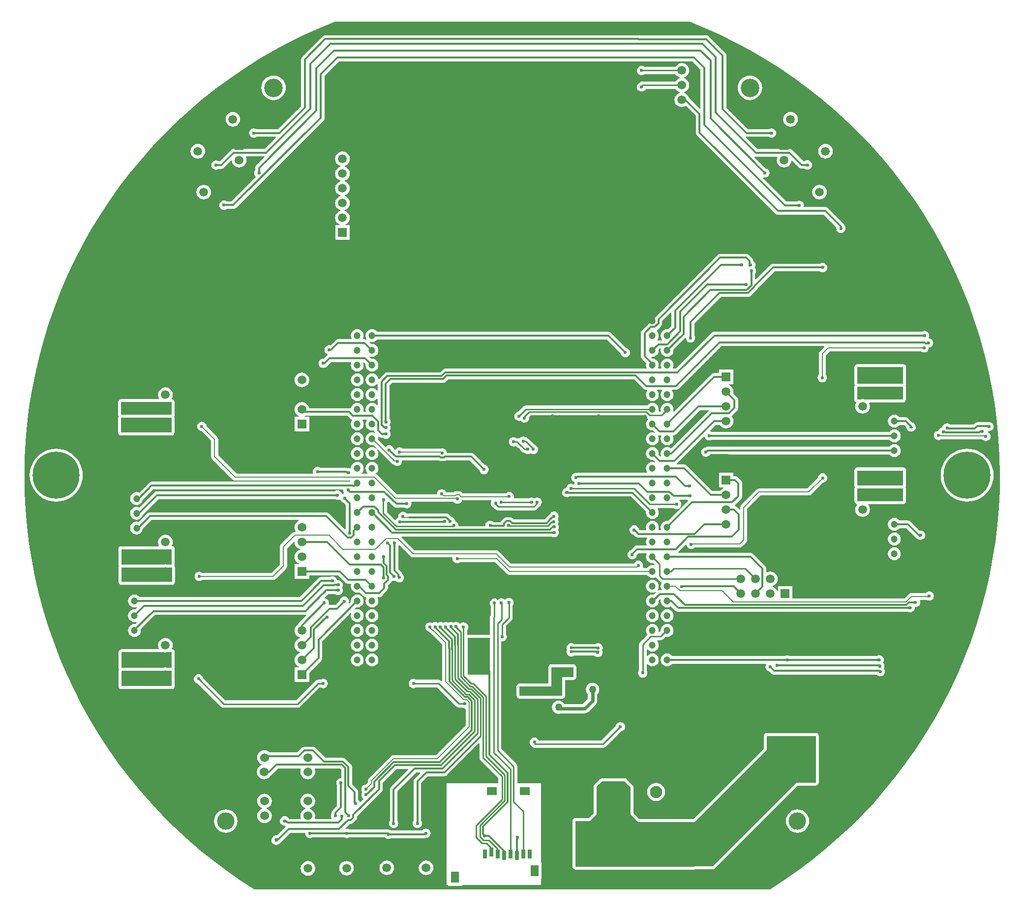
<source format=gbl>
G04 Layer_Physical_Order=2*
G04 Layer_Color=16711680*
%FSLAX25Y25*%
%MOIN*%
G70*
G01*
G75*
%ADD33C,0.01181*%
%ADD34C,0.00787*%
%ADD35C,0.01004*%
%ADD36C,0.02362*%
%ADD37C,0.23622*%
%ADD38C,0.08268*%
%ADD39C,0.05905*%
%ADD40R,0.05905X0.05905*%
%ADD41C,0.04725*%
%ADD42R,0.04725X0.04725*%
%ADD43R,0.05905X0.05905*%
%ADD44C,0.11811*%
%ADD45C,0.31823*%
%ADD46C,0.12598*%
%ADD47C,0.06000*%
%ADD48C,0.02362*%
%ADD49C,0.05000*%
%ADD50C,0.03150*%
%ADD51R,0.07087X0.05512*%
%ADD52R,0.05512X0.07480*%
%ADD53R,0.03150X0.05905*%
%ADD54C,0.01260*%
G36*
X130804Y-6671D02*
X141404Y-11447D01*
X151829Y-16593D01*
X162067Y-22103D01*
X172104Y-27968D01*
X181930Y-34184D01*
X191530Y-40740D01*
X200894Y-47631D01*
X210010Y-54846D01*
X218867Y-62378D01*
X227453Y-70216D01*
X235758Y-78351D01*
X243772Y-86774D01*
X251485Y-95473D01*
X258888Y-104437D01*
X265970Y-113657D01*
X272724Y-123120D01*
X279141Y-132814D01*
X285213Y-142728D01*
X290933Y-152850D01*
X296294Y-163167D01*
X301288Y-173665D01*
X305910Y-184333D01*
X310154Y-195157D01*
X314015Y-206122D01*
X317488Y-217218D01*
X320568Y-228428D01*
X323252Y-239740D01*
X325537Y-251139D01*
X327420Y-262612D01*
X328898Y-274143D01*
X329970Y-285720D01*
X330634Y-297327D01*
X330889Y-308950D01*
X330736Y-320575D01*
X330174Y-332187D01*
X329204Y-343773D01*
X327826Y-355317D01*
X326045Y-366805D01*
X323860Y-378224D01*
X321274Y-389559D01*
X318292Y-400796D01*
X314917Y-411921D01*
X311153Y-422921D01*
X307004Y-433781D01*
X302476Y-444489D01*
X297573Y-455031D01*
X292304Y-465394D01*
X286673Y-475565D01*
X280688Y-485533D01*
X274356Y-495283D01*
X267686Y-504805D01*
X260684Y-514086D01*
X253361Y-523116D01*
X245724Y-531882D01*
X237784Y-540374D01*
X229551Y-548582D01*
X221033Y-556495D01*
X212243Y-564104D01*
X203191Y-571399D01*
X193888Y-578371D01*
X184345Y-585012D01*
X175065Y-590997D01*
X-174419D01*
X-183657Y-585040D01*
X-193161Y-578430D01*
X-202426Y-571491D01*
X-211444Y-564232D01*
X-220201Y-556662D01*
X-228689Y-548790D01*
X-236895Y-540625D01*
X-244810Y-532178D01*
X-252425Y-523460D01*
X-259730Y-514479D01*
X-266716Y-505249D01*
X-273374Y-495780D01*
X-279697Y-486083D01*
X-285677Y-476171D01*
X-291306Y-466056D01*
X-296577Y-455750D01*
X-301484Y-445265D01*
X-306021Y-434615D01*
X-310182Y-423813D01*
X-313963Y-412872D01*
X-317358Y-401805D01*
X-320363Y-390626D01*
X-322976Y-379349D01*
X-325192Y-367987D01*
X-327009Y-356554D01*
X-328424Y-345065D01*
X-329436Y-333534D01*
X-330044Y-321974D01*
X-330246Y-310400D01*
X-330041Y-298733D01*
X-329423Y-287081D01*
X-328395Y-275458D01*
X-326957Y-263878D01*
X-325111Y-252356D01*
X-322860Y-240907D01*
X-320205Y-229544D01*
X-317152Y-218282D01*
X-313703Y-207135D01*
X-309863Y-196116D01*
X-305637Y-185240D01*
X-301029Y-174520D01*
X-296045Y-163969D01*
X-290693Y-153600D01*
X-284978Y-143427D01*
X-278907Y-133462D01*
X-272488Y-123718D01*
X-265730Y-114206D01*
X-258640Y-104938D01*
X-251227Y-95927D01*
X-243501Y-87182D01*
X-235471Y-78716D01*
X-227148Y-70539D01*
X-218541Y-62660D01*
X-209661Y-55090D01*
X-200519Y-47838D01*
X-191127Y-40913D01*
X-181497Y-34324D01*
X-171641Y-28079D01*
X-161569Y-22186D01*
X-151297Y-16652D01*
X-140835Y-11484D01*
X-130197Y-6688D01*
X-119746Y-2414D01*
X120392D01*
X130804Y-6671D01*
D02*
G37*
%LPC*%
G36*
X-94677Y-411031D02*
X-95808Y-411180D01*
X-96861Y-411616D01*
X-97766Y-412311D01*
X-98460Y-413215D01*
X-98897Y-414269D01*
X-99045Y-415400D01*
X-98897Y-416530D01*
X-98460Y-417584D01*
X-97766Y-418488D01*
X-96861Y-419183D01*
X-95808Y-419619D01*
X-94677Y-419768D01*
X-93546Y-419619D01*
X-92493Y-419183D01*
X-91588Y-418488D01*
X-90894Y-417584D01*
X-90458Y-416530D01*
X-90309Y-415400D01*
X-90458Y-414269D01*
X-90894Y-413215D01*
X-91588Y-412311D01*
X-92493Y-411616D01*
X-93546Y-411180D01*
X-94677Y-411031D01*
D02*
G37*
G36*
X-104677D02*
X-105808Y-411180D01*
X-106861Y-411616D01*
X-107766Y-412311D01*
X-108460Y-413215D01*
X-108897Y-414269D01*
X-109046Y-415400D01*
X-108897Y-416530D01*
X-108460Y-417584D01*
X-107766Y-418488D01*
X-106861Y-419183D01*
X-105808Y-419619D01*
X-104677Y-419768D01*
X-103547Y-419619D01*
X-102493Y-419183D01*
X-101588Y-418488D01*
X-100894Y-417584D01*
X-100458Y-416530D01*
X-100309Y-415400D01*
X-100458Y-414269D01*
X-100894Y-413215D01*
X-101588Y-412311D01*
X-102493Y-411616D01*
X-103547Y-411180D01*
X-104677Y-411031D01*
D02*
G37*
G36*
X-94677Y-401031D02*
X-95808Y-401180D01*
X-96861Y-401616D01*
X-97766Y-402311D01*
X-98460Y-403215D01*
X-98897Y-404269D01*
X-99045Y-405400D01*
X-98897Y-406530D01*
X-98460Y-407584D01*
X-97766Y-408488D01*
X-96861Y-409183D01*
X-95808Y-409619D01*
X-94677Y-409768D01*
X-93546Y-409619D01*
X-92493Y-409183D01*
X-91588Y-408488D01*
X-90894Y-407584D01*
X-90458Y-406530D01*
X-90309Y-405400D01*
X-90458Y-404269D01*
X-90894Y-403215D01*
X-91588Y-402311D01*
X-92493Y-401616D01*
X-93546Y-401180D01*
X-94677Y-401031D01*
D02*
G37*
G36*
X105323Y-411031D02*
X104192Y-411180D01*
X103139Y-411616D01*
X102234Y-412311D01*
X101540Y-413215D01*
X101103Y-414269D01*
X100954Y-415400D01*
X101000Y-415746D01*
X100106Y-416641D01*
X99596Y-416501D01*
X99556Y-416426D01*
X99691Y-415400D01*
X99542Y-414269D01*
X99106Y-413215D01*
X98412Y-412311D01*
X97507Y-411616D01*
X96453Y-411180D01*
X95323Y-411031D01*
X94192Y-411180D01*
X93139Y-411616D01*
X92234Y-412311D01*
X91540Y-413215D01*
X91103Y-414269D01*
X90955Y-415400D01*
X91103Y-416530D01*
X91540Y-417584D01*
X92029Y-418222D01*
X87097Y-423154D01*
X86551Y-423971D01*
X86359Y-424935D01*
Y-442302D01*
X86127Y-442604D01*
X85809Y-443371D01*
X85701Y-444193D01*
X85809Y-445015D01*
X86127Y-445781D01*
X86632Y-446439D01*
X87290Y-446944D01*
X88056Y-447261D01*
X88878Y-447370D01*
X89700Y-447261D01*
X90466Y-446944D01*
X91124Y-446439D01*
X91629Y-445781D01*
X91947Y-445015D01*
X92055Y-444193D01*
X91947Y-443371D01*
X91629Y-442604D01*
X91397Y-442302D01*
Y-438219D01*
X91897Y-438049D01*
X92234Y-438488D01*
X93139Y-439183D01*
X94192Y-439619D01*
X95323Y-439768D01*
X96453Y-439619D01*
X97507Y-439183D01*
X98412Y-438488D01*
X99106Y-437584D01*
X99542Y-436530D01*
X99691Y-435399D01*
X99542Y-434269D01*
X99106Y-433215D01*
X98412Y-432311D01*
X97507Y-431616D01*
X96453Y-431180D01*
X95323Y-431031D01*
X94192Y-431180D01*
X93139Y-431616D01*
X92234Y-432311D01*
X91897Y-432750D01*
X91397Y-432580D01*
Y-428219D01*
X91897Y-428049D01*
X92234Y-428488D01*
X93139Y-429183D01*
X94192Y-429619D01*
X95323Y-429768D01*
X96453Y-429619D01*
X97507Y-429183D01*
X98412Y-428488D01*
X99106Y-427584D01*
X99542Y-426530D01*
X99691Y-425399D01*
X99542Y-424269D01*
X99106Y-423215D01*
X98529Y-422464D01*
X98735Y-421964D01*
X100864D01*
X101828Y-421772D01*
X102645Y-421226D01*
X104245Y-419626D01*
X105323Y-419768D01*
X106454Y-419619D01*
X107507Y-419183D01*
X108412Y-418488D01*
X109106Y-417584D01*
X109542Y-416530D01*
X109691Y-415400D01*
X109542Y-414269D01*
X109106Y-413215D01*
X108412Y-412311D01*
X107507Y-411616D01*
X106454Y-411180D01*
X105323Y-411031D01*
D02*
G37*
G36*
X-104677Y-421031D02*
X-105808Y-421180D01*
X-106861Y-421616D01*
X-107766Y-422311D01*
X-108460Y-423215D01*
X-108897Y-424269D01*
X-109046Y-425399D01*
X-108897Y-426530D01*
X-108460Y-427584D01*
X-107766Y-428488D01*
X-106861Y-429183D01*
X-105808Y-429619D01*
X-104677Y-429768D01*
X-103547Y-429619D01*
X-102493Y-429183D01*
X-101588Y-428488D01*
X-100894Y-427584D01*
X-100458Y-426530D01*
X-100309Y-425399D01*
X-100458Y-424269D01*
X-100894Y-423215D01*
X-101588Y-422311D01*
X-102493Y-421616D01*
X-103547Y-421180D01*
X-104677Y-421031D01*
D02*
G37*
G36*
X40453Y-423989D02*
X39631Y-424097D01*
X38864Y-424414D01*
X38206Y-424919D01*
X37702Y-425577D01*
X37384Y-426343D01*
X37276Y-427165D01*
X37384Y-427988D01*
X37594Y-428494D01*
X37384Y-429001D01*
X37276Y-429823D01*
X37384Y-430645D01*
X37702Y-431411D01*
X38206Y-432069D01*
X38864Y-432574D01*
X39631Y-432891D01*
X40453Y-433000D01*
X41275Y-432891D01*
X42041Y-432574D01*
X42263Y-432404D01*
X55999D01*
X56120Y-432561D01*
X56778Y-433066D01*
X57544Y-433384D01*
X58366Y-433492D01*
X59188Y-433384D01*
X59955Y-433066D01*
X60612Y-432561D01*
X61117Y-431903D01*
X61435Y-431137D01*
X61543Y-430315D01*
X61508Y-430050D01*
X61538Y-429823D01*
X61450Y-429155D01*
X61319Y-428840D01*
X61632Y-428086D01*
X61740Y-427264D01*
X61632Y-426442D01*
X61314Y-425675D01*
X60809Y-425017D01*
X60151Y-424513D01*
X59385Y-424195D01*
X58563Y-424087D01*
X57741Y-424195D01*
X56975Y-424513D01*
X56881Y-424584D01*
X42263D01*
X42041Y-424414D01*
X41275Y-424097D01*
X40453Y-423989D01*
D02*
G37*
G36*
X-234677Y-420436D02*
X-235962Y-420605D01*
X-237159Y-421101D01*
X-238187Y-421890D01*
X-238976Y-422918D01*
X-239472Y-424115D01*
X-239641Y-425399D01*
X-239472Y-426684D01*
X-239053Y-427696D01*
X-239315Y-428196D01*
X-264496Y-428195D01*
X-265264Y-428348D01*
X-265915Y-428783D01*
X-266350Y-429434D01*
X-266503Y-430203D01*
Y-440748D01*
X-266350Y-441516D01*
X-266056Y-441956D01*
X-266169Y-442125D01*
X-266382Y-442430D01*
X-266386Y-442451D01*
X-266398Y-442467D01*
X-266470Y-442832D01*
X-266550Y-443195D01*
X-266546Y-443216D01*
X-266550Y-443235D01*
X-266550Y-453045D01*
X-266398Y-453814D01*
X-265963Y-454465D01*
X-265311Y-454900D01*
X-264543Y-455053D01*
X-230339Y-455053D01*
X-229571Y-454900D01*
X-228919Y-454465D01*
X-228484Y-453814D01*
X-228332Y-453045D01*
X-228332Y-442755D01*
X-228484Y-441987D01*
X-228618Y-441787D01*
X-228437Y-441516D01*
X-228284Y-440748D01*
X-228284Y-430203D01*
X-228437Y-429435D01*
X-228872Y-428783D01*
X-229523Y-428348D01*
X-230029Y-428248D01*
X-230121Y-428152D01*
X-230300Y-427763D01*
X-230301Y-427696D01*
X-229883Y-426684D01*
X-229713Y-425399D01*
X-229883Y-424115D01*
X-230378Y-422918D01*
X-231167Y-421890D01*
X-232195Y-421101D01*
X-233392Y-420605D01*
X-234677Y-420436D01*
D02*
G37*
G36*
X-94677Y-421031D02*
X-95808Y-421180D01*
X-96861Y-421616D01*
X-97766Y-422311D01*
X-98460Y-423215D01*
X-98897Y-424269D01*
X-99045Y-425399D01*
X-98897Y-426530D01*
X-98460Y-427584D01*
X-97766Y-428488D01*
X-96861Y-429183D01*
X-95808Y-429619D01*
X-94677Y-429768D01*
X-93546Y-429619D01*
X-92493Y-429183D01*
X-91588Y-428488D01*
X-90894Y-427584D01*
X-90458Y-426530D01*
X-90309Y-425399D01*
X-90458Y-424269D01*
X-90894Y-423215D01*
X-91588Y-422311D01*
X-92493Y-421616D01*
X-93546Y-421180D01*
X-94677Y-421031D01*
D02*
G37*
G36*
X-234677Y-350436D02*
X-235962Y-350605D01*
X-237159Y-351101D01*
X-238187Y-351890D01*
X-238976Y-352918D01*
X-239472Y-354115D01*
X-239641Y-355399D01*
X-239472Y-356684D01*
X-239039Y-357729D01*
X-239281Y-358229D01*
X-253937Y-358229D01*
X-254067Y-358255D01*
X-254112Y-358252D01*
X-254155Y-358246D01*
X-254177Y-358248D01*
X-254199Y-358246D01*
X-254242Y-358252D01*
X-254287Y-358255D01*
X-254417Y-358229D01*
X-264543Y-358229D01*
X-265311Y-358382D01*
X-265963Y-358817D01*
X-266398Y-359468D01*
X-266550Y-360236D01*
X-266550Y-370571D01*
X-266398Y-371339D01*
X-266154Y-371704D01*
X-266224Y-371810D01*
X-266377Y-372578D01*
Y-382480D01*
X-266224Y-383248D01*
X-265789Y-383899D01*
X-265138Y-384335D01*
X-264370Y-384487D01*
X-230165D01*
X-229397Y-384335D01*
X-228746Y-383899D01*
X-228311Y-383248D01*
X-228158Y-382480D01*
Y-372720D01*
X-228178Y-372622D01*
X-228168Y-372523D01*
X-228254Y-372241D01*
X-228311Y-371952D01*
X-228366Y-371869D01*
X-228395Y-371774D01*
X-228582Y-371546D01*
X-228603Y-371516D01*
X-228484Y-371339D01*
X-228332Y-370571D01*
X-228332Y-360236D01*
X-228484Y-359468D01*
X-228920Y-358817D01*
X-229571Y-358382D01*
X-230058Y-358285D01*
X-230169Y-358145D01*
X-230320Y-357771D01*
X-230319Y-357737D01*
X-229883Y-356684D01*
X-229713Y-355399D01*
X-229883Y-354115D01*
X-230378Y-352918D01*
X-231167Y-351890D01*
X-232195Y-351101D01*
X-233392Y-350605D01*
X-234677Y-350436D01*
D02*
G37*
G36*
X259323Y-359031D02*
X258192Y-359180D01*
X257139Y-359616D01*
X256234Y-360311D01*
X255540Y-361215D01*
X255103Y-362269D01*
X254955Y-363400D01*
X255103Y-364530D01*
X255540Y-365584D01*
X256234Y-366488D01*
X257139Y-367183D01*
X258192Y-367619D01*
X259323Y-367768D01*
X260454Y-367619D01*
X261507Y-367183D01*
X262412Y-366488D01*
X263106Y-365584D01*
X263542Y-364530D01*
X263691Y-363400D01*
X263542Y-362269D01*
X263106Y-361215D01*
X262412Y-360311D01*
X261507Y-359616D01*
X260454Y-359180D01*
X259323Y-359031D01*
D02*
G37*
G36*
Y-339031D02*
X258192Y-339180D01*
X257139Y-339616D01*
X256234Y-340311D01*
X255540Y-341215D01*
X255103Y-342269D01*
X254955Y-343400D01*
X255103Y-344530D01*
X255540Y-345584D01*
X256234Y-346488D01*
X257139Y-347183D01*
X258192Y-347619D01*
X259323Y-347768D01*
X260454Y-347619D01*
X261507Y-347183D01*
X262412Y-346488D01*
X262801Y-345981D01*
X267588D01*
X274698Y-353091D01*
X275233Y-353501D01*
X275856Y-353759D01*
X276201Y-353804D01*
X276292Y-353842D01*
X277114Y-353950D01*
X277937Y-353842D01*
X278703Y-353525D01*
X279361Y-353020D01*
X279865Y-352362D01*
X280183Y-351596D01*
X280291Y-350774D01*
X280183Y-349951D01*
X279865Y-349185D01*
X279361Y-348527D01*
X278703Y-348022D01*
X277937Y-347705D01*
X277114Y-347597D01*
X276576Y-347668D01*
X270483Y-341574D01*
X269948Y-341164D01*
X269326Y-340906D01*
X268657Y-340818D01*
X262801D01*
X262412Y-340311D01*
X261507Y-339616D01*
X260454Y-339180D01*
X259323Y-339031D01*
D02*
G37*
G36*
Y-349031D02*
X258192Y-349180D01*
X257139Y-349616D01*
X256234Y-350311D01*
X255540Y-351215D01*
X255103Y-352269D01*
X254955Y-353399D01*
X255103Y-354530D01*
X255540Y-355584D01*
X256234Y-356488D01*
X257139Y-357183D01*
X258192Y-357619D01*
X259323Y-357768D01*
X260454Y-357619D01*
X261507Y-357183D01*
X262412Y-356488D01*
X263106Y-355584D01*
X263542Y-354530D01*
X263691Y-353399D01*
X263542Y-352269D01*
X263106Y-351215D01*
X262412Y-350311D01*
X261507Y-349616D01*
X260454Y-349180D01*
X259323Y-349031D01*
D02*
G37*
G36*
X105323Y-401031D02*
X104192Y-401180D01*
X103139Y-401616D01*
X102234Y-402311D01*
X101540Y-403215D01*
X101103Y-404269D01*
X100954Y-405400D01*
X101103Y-406530D01*
X101540Y-407584D01*
X102234Y-408488D01*
X103139Y-409183D01*
X104192Y-409619D01*
X105323Y-409768D01*
X106454Y-409619D01*
X107507Y-409183D01*
X108412Y-408488D01*
X109106Y-407584D01*
X109542Y-406530D01*
X109691Y-405400D01*
X109542Y-404269D01*
X109106Y-403215D01*
X108412Y-402311D01*
X107507Y-401616D01*
X106454Y-401180D01*
X105323Y-401031D01*
D02*
G37*
G36*
X95323D02*
X94192Y-401180D01*
X93139Y-401616D01*
X92234Y-402311D01*
X91540Y-403215D01*
X91103Y-404269D01*
X90955Y-405400D01*
X91103Y-406530D01*
X91540Y-407584D01*
X92234Y-408488D01*
X93139Y-409183D01*
X94192Y-409619D01*
X95323Y-409768D01*
X96453Y-409619D01*
X97507Y-409183D01*
X98412Y-408488D01*
X99106Y-407584D01*
X99542Y-406530D01*
X99691Y-405400D01*
X99542Y-404269D01*
X99106Y-403215D01*
X98412Y-402311D01*
X97507Y-401616D01*
X96453Y-401180D01*
X95323Y-401031D01*
D02*
G37*
G36*
X-121606Y-378601D02*
X-122428Y-378709D01*
X-123195Y-379026D01*
X-123364Y-379157D01*
X-128988D01*
X-129666Y-379246D01*
X-130298Y-379508D01*
X-130841Y-379924D01*
X-137337Y-386420D01*
X-137523Y-386662D01*
X-143679Y-392818D01*
X-252199D01*
X-252588Y-392311D01*
X-253493Y-391616D01*
X-254546Y-391180D01*
X-255677Y-391031D01*
X-256808Y-391180D01*
X-257861Y-391616D01*
X-258766Y-392311D01*
X-259460Y-393215D01*
X-259897Y-394269D01*
X-260046Y-395399D01*
X-259897Y-396530D01*
X-259460Y-397584D01*
X-258766Y-398488D01*
X-257861Y-399183D01*
X-256808Y-399619D01*
X-255677Y-399768D01*
X-254546Y-399619D01*
X-254047Y-399412D01*
X-253764Y-399836D01*
X-255043Y-401115D01*
X-255677Y-401031D01*
X-256808Y-401180D01*
X-257861Y-401616D01*
X-258766Y-402311D01*
X-259460Y-403215D01*
X-259897Y-404269D01*
X-260046Y-405400D01*
X-259897Y-406530D01*
X-259460Y-407584D01*
X-258766Y-408488D01*
X-257861Y-409183D01*
X-256808Y-409619D01*
X-255677Y-409768D01*
X-254546Y-409619D01*
X-254457Y-409582D01*
X-254174Y-410006D01*
X-255255Y-411087D01*
X-255677Y-411031D01*
X-256808Y-411180D01*
X-257861Y-411616D01*
X-258766Y-412311D01*
X-259460Y-413215D01*
X-259897Y-414269D01*
X-260046Y-415400D01*
X-259897Y-416530D01*
X-259460Y-417584D01*
X-258766Y-418488D01*
X-257861Y-419183D01*
X-256808Y-419619D01*
X-255677Y-419768D01*
X-254546Y-419619D01*
X-253493Y-419183D01*
X-252588Y-418488D01*
X-251894Y-417584D01*
X-251458Y-416530D01*
X-251309Y-415400D01*
X-251420Y-414553D01*
X-241699Y-404831D01*
X-139716D01*
X-139433Y-404794D01*
X-139199Y-405267D01*
X-144002Y-410070D01*
X-144412Y-410605D01*
X-144609Y-411080D01*
X-144659Y-411101D01*
X-145687Y-411890D01*
X-146476Y-412918D01*
X-146972Y-414115D01*
X-147141Y-415400D01*
X-146972Y-416684D01*
X-146476Y-417881D01*
X-145687Y-418909D01*
X-144659Y-419698D01*
X-143585Y-420143D01*
X-143585Y-420144D01*
Y-420655D01*
X-143585Y-420656D01*
X-144659Y-421101D01*
X-145687Y-421890D01*
X-146476Y-422918D01*
X-146972Y-424115D01*
X-147141Y-425399D01*
X-146972Y-426684D01*
X-146476Y-427881D01*
X-145687Y-428909D01*
X-144659Y-429698D01*
X-143585Y-430143D01*
X-143585Y-430144D01*
Y-430655D01*
X-143585Y-430656D01*
X-144659Y-431101D01*
X-145687Y-431890D01*
X-146476Y-432918D01*
X-146972Y-434115D01*
X-147141Y-435399D01*
X-146972Y-436684D01*
X-146476Y-437881D01*
X-145687Y-438909D01*
X-144659Y-439698D01*
X-143983Y-439978D01*
X-144082Y-440478D01*
X-147098D01*
Y-450321D01*
X-137256D01*
Y-444129D01*
X-129033Y-435906D01*
X-128623Y-435371D01*
X-128365Y-434749D01*
X-128277Y-434081D01*
Y-422650D01*
X-109114Y-403486D01*
X-108690Y-403769D01*
X-108897Y-404269D01*
X-109046Y-405400D01*
X-108897Y-406530D01*
X-108460Y-407584D01*
X-107766Y-408488D01*
X-106861Y-409183D01*
X-105808Y-409619D01*
X-104677Y-409768D01*
X-103547Y-409619D01*
X-102493Y-409183D01*
X-101588Y-408488D01*
X-100894Y-407584D01*
X-100458Y-406530D01*
X-100309Y-405400D01*
X-100458Y-404269D01*
X-100894Y-403215D01*
X-101588Y-402311D01*
X-102493Y-401616D01*
X-103547Y-401180D01*
X-104677Y-401031D01*
X-105808Y-401180D01*
X-106307Y-401387D01*
X-106590Y-400963D01*
X-105312Y-399684D01*
X-104677Y-399768D01*
X-103547Y-399619D01*
X-102493Y-399183D01*
X-101588Y-398488D01*
X-100894Y-397584D01*
X-100458Y-396530D01*
X-100309Y-395399D01*
X-100458Y-394269D01*
X-100894Y-393215D01*
X-101588Y-392311D01*
X-102493Y-391616D01*
X-103547Y-391180D01*
X-104677Y-391031D01*
X-105808Y-391180D01*
X-106861Y-391616D01*
X-107766Y-392311D01*
X-108460Y-393215D01*
X-108897Y-394269D01*
X-109046Y-395399D01*
X-108962Y-396034D01*
X-110098Y-397170D01*
X-110522Y-396887D01*
X-110317Y-396393D01*
X-110209Y-395571D01*
X-110317Y-394749D01*
X-110635Y-393983D01*
X-111140Y-393324D01*
X-111797Y-392820D01*
X-112564Y-392502D01*
X-113386Y-392394D01*
X-114208Y-392502D01*
X-114974Y-392820D01*
X-115632Y-393324D01*
X-116137Y-393983D01*
X-116454Y-394749D01*
X-116491Y-395026D01*
X-119475Y-398009D01*
X-123434D01*
X-123605Y-398032D01*
X-123957Y-397574D01*
X-123951Y-397560D01*
X-123843Y-396738D01*
X-123951Y-395916D01*
X-124268Y-395150D01*
X-124773Y-394492D01*
X-125431Y-393987D01*
X-126197Y-393670D01*
X-126711Y-393602D01*
X-126890Y-393074D01*
X-126474Y-392658D01*
X-126431Y-392602D01*
X-126376Y-392559D01*
X-124573Y-390756D01*
X-119381D01*
X-119159Y-390926D01*
X-118393Y-391244D01*
X-117571Y-391352D01*
X-116749Y-391244D01*
X-115982Y-390926D01*
X-115324Y-390421D01*
X-114820Y-389763D01*
X-114502Y-388997D01*
X-114394Y-388175D01*
X-114502Y-387353D01*
X-114820Y-386587D01*
X-114995Y-386358D01*
X-114820Y-386130D01*
X-114503Y-385364D01*
X-114395Y-384542D01*
X-114503Y-383720D01*
X-114820Y-382954D01*
X-115325Y-382296D01*
X-115983Y-381791D01*
X-116749Y-381473D01*
X-117571Y-381365D01*
X-117996Y-381421D01*
X-118529Y-381018D01*
X-118538Y-380955D01*
X-118855Y-380189D01*
X-119360Y-379531D01*
X-120018Y-379026D01*
X-120784Y-378709D01*
X-121606Y-378601D01*
D02*
G37*
G36*
X-1870Y-393280D02*
X-2692Y-393388D01*
X-3458Y-393706D01*
X-4116Y-394210D01*
X-4267Y-394407D01*
X-4742D01*
X-5400Y-393902D01*
X-6166Y-393585D01*
X-6988Y-393477D01*
X-7810Y-393585D01*
X-8577Y-393902D01*
X-9234Y-394407D01*
X-9379Y-394596D01*
X-10026Y-394099D01*
X-10792Y-393782D01*
X-11614Y-393674D01*
X-12436Y-393782D01*
X-13203Y-394099D01*
X-13860Y-394604D01*
X-14365Y-395262D01*
X-14683Y-396028D01*
X-14791Y-396850D01*
X-14683Y-397673D01*
X-14365Y-398439D01*
X-14133Y-398742D01*
Y-405083D01*
X-14433Y-405532D01*
X-14625Y-406496D01*
Y-418350D01*
X-14677Y-418392D01*
X-29677D01*
X-29870Y-418431D01*
X-30257Y-418114D01*
Y-415110D01*
X-29926Y-414679D01*
X-29609Y-413913D01*
X-29500Y-413091D01*
X-29609Y-412268D01*
X-29926Y-411502D01*
X-30431Y-410844D01*
X-31089Y-410339D01*
X-31560Y-410144D01*
X-31812Y-409976D01*
X-32776Y-409784D01*
X-33740Y-409976D01*
X-34557Y-410522D01*
X-34613Y-410606D01*
X-34923Y-410844D01*
X-35148D01*
X-35451Y-410451D01*
X-36108Y-409946D01*
X-36875Y-409628D01*
X-37697Y-409520D01*
X-38519Y-409628D01*
X-39285Y-409946D01*
X-39547Y-410146D01*
X-39654Y-410064D01*
X-40420Y-409747D01*
X-41242Y-409639D01*
X-42064Y-409747D01*
X-42831Y-410064D01*
X-43078Y-410254D01*
X-43197Y-410163D01*
X-43963Y-409845D01*
X-44786Y-409737D01*
X-45608Y-409845D01*
X-46374Y-410163D01*
X-46557Y-410303D01*
X-46741Y-410163D01*
X-47507Y-409845D01*
X-48329Y-409737D01*
X-49151Y-409845D01*
X-49918Y-410163D01*
X-50101Y-410303D01*
X-50284Y-410163D01*
X-51050Y-409845D01*
X-51873Y-409737D01*
X-52695Y-409845D01*
X-53461Y-410163D01*
X-53773Y-410402D01*
X-53828Y-410359D01*
X-54594Y-410042D01*
X-55416Y-409934D01*
X-56238Y-410042D01*
X-57004Y-410359D01*
X-57662Y-410864D01*
X-58167Y-411522D01*
X-58485Y-412289D01*
X-58593Y-413111D01*
X-58485Y-413933D01*
X-58167Y-414699D01*
X-57662Y-415357D01*
X-57004Y-415862D01*
X-56238Y-416179D01*
X-55861Y-416229D01*
X-54717Y-417373D01*
X-54244Y-417689D01*
X-47093Y-424839D01*
Y-449621D01*
X-47594Y-449828D01*
X-47825Y-449597D01*
X-48642Y-449051D01*
X-49606Y-448859D01*
X-64644D01*
X-64947Y-448627D01*
X-65713Y-448309D01*
X-66535Y-448201D01*
X-67358Y-448309D01*
X-68124Y-448627D01*
X-68782Y-449132D01*
X-69287Y-449790D01*
X-69604Y-450556D01*
X-69712Y-451378D01*
X-69604Y-452200D01*
X-69287Y-452966D01*
X-68782Y-453624D01*
X-68124Y-454129D01*
X-67358Y-454447D01*
X-66535Y-454555D01*
X-65713Y-454447D01*
X-64947Y-454129D01*
X-64644Y-453897D01*
X-50650D01*
X-37706Y-466840D01*
X-36889Y-467386D01*
X-35925Y-467578D01*
X-33584D01*
X-33281Y-467810D01*
X-32515Y-468128D01*
X-31693Y-468236D01*
X-31564Y-468219D01*
X-31188Y-468548D01*
Y-479750D01*
X-51391Y-499954D01*
X-80093D01*
X-81014Y-500137D01*
X-81796Y-500659D01*
X-96697Y-515561D01*
X-97219Y-516342D01*
X-97403Y-517264D01*
Y-518308D01*
X-98985Y-519889D01*
X-99543Y-519963D01*
X-100309Y-520280D01*
X-100967Y-520785D01*
X-101472Y-521443D01*
X-101789Y-522209D01*
X-101897Y-523032D01*
X-101789Y-523854D01*
X-101472Y-524620D01*
X-101218Y-524951D01*
X-101472Y-525282D01*
X-101789Y-526048D01*
X-101897Y-526870D01*
X-101789Y-527692D01*
X-101472Y-528458D01*
X-100967Y-529116D01*
X-100648Y-529361D01*
X-100601Y-530021D01*
X-102375Y-531796D01*
X-102955Y-531669D01*
X-103154Y-531187D01*
X-103659Y-530529D01*
X-104013Y-530258D01*
Y-524902D01*
X-104101Y-524233D01*
X-104359Y-523611D01*
X-104769Y-523076D01*
X-108246Y-519600D01*
Y-507944D01*
X-108334Y-507276D01*
X-108591Y-506654D01*
X-109002Y-506119D01*
X-112541Y-502580D01*
X-113075Y-502170D01*
X-113698Y-501912D01*
X-114366Y-501824D01*
X-126021D01*
X-132840Y-495006D01*
X-133375Y-494595D01*
X-133997Y-494338D01*
X-134665Y-494250D01*
X-140532D01*
X-141200Y-494338D01*
X-141822Y-494595D01*
X-142357Y-495006D01*
X-145357Y-498005D01*
X-164120D01*
X-165089Y-497262D01*
X-166297Y-496762D01*
X-167595Y-496591D01*
X-168892Y-496762D01*
X-170100Y-497262D01*
X-171138Y-498059D01*
X-171934Y-499097D01*
X-172435Y-500305D01*
X-172606Y-501602D01*
X-172435Y-502899D01*
X-171934Y-504108D01*
X-171138Y-505146D01*
X-170100Y-505942D01*
X-169525Y-506180D01*
Y-506722D01*
X-170222Y-507010D01*
X-171260Y-507807D01*
X-172056Y-508845D01*
X-172557Y-510053D01*
X-172728Y-511350D01*
X-172557Y-512647D01*
X-172056Y-513856D01*
X-171260Y-514894D01*
X-170222Y-515690D01*
X-169014Y-516191D01*
X-167717Y-516362D01*
X-166419Y-516191D01*
X-165211Y-515690D01*
X-164173Y-514894D01*
X-163377Y-513856D01*
X-163317Y-513712D01*
X-163013Y-513586D01*
X-162478Y-513175D01*
X-158258Y-508955D01*
X-143001D01*
X-142723Y-509371D01*
X-143006Y-510053D01*
X-143177Y-511350D01*
X-143006Y-512647D01*
X-142505Y-513856D01*
X-141709Y-514894D01*
X-140671Y-515690D01*
X-139462Y-516191D01*
X-138165Y-516362D01*
X-136868Y-516191D01*
X-135660Y-515690D01*
X-134622Y-514894D01*
X-133825Y-513856D01*
X-133325Y-512647D01*
X-133154Y-511350D01*
X-133325Y-510053D01*
X-133607Y-509371D01*
X-133330Y-508955D01*
X-116250D01*
X-115376Y-509829D01*
Y-515297D01*
X-115748Y-515622D01*
X-116570Y-515731D01*
X-117336Y-516048D01*
X-117994Y-516553D01*
X-118499Y-517211D01*
X-118817Y-517977D01*
X-118925Y-518799D01*
X-118817Y-519621D01*
X-118499Y-520388D01*
X-118329Y-520609D01*
Y-534462D01*
X-121215Y-537348D01*
X-121625Y-537883D01*
X-121883Y-538505D01*
X-121971Y-539173D01*
Y-539233D01*
X-122141Y-539455D01*
X-122458Y-540221D01*
X-122567Y-541043D01*
X-122458Y-541865D01*
X-122141Y-542632D01*
X-122017Y-542793D01*
X-122264Y-543293D01*
X-133245D01*
X-133523Y-542877D01*
X-133325Y-542399D01*
X-133154Y-541102D01*
X-133325Y-539805D01*
X-133825Y-538597D01*
X-134622Y-537559D01*
X-135660Y-536762D01*
X-136649Y-536353D01*
Y-535811D01*
X-135758Y-535442D01*
X-134720Y-534646D01*
X-133924Y-533608D01*
X-133423Y-532399D01*
X-133252Y-531102D01*
X-133423Y-529805D01*
X-133924Y-528597D01*
X-134720Y-527559D01*
X-135758Y-526762D01*
X-136967Y-526262D01*
X-138264Y-526091D01*
X-139561Y-526262D01*
X-140770Y-526762D01*
X-141807Y-527559D01*
X-142604Y-528597D01*
X-143104Y-529805D01*
X-143275Y-531102D01*
X-143104Y-532399D01*
X-142604Y-533608D01*
X-141807Y-534646D01*
X-140770Y-535442D01*
X-139780Y-535852D01*
Y-536393D01*
X-140671Y-536762D01*
X-141709Y-537559D01*
X-142505Y-538597D01*
X-143006Y-539805D01*
X-143177Y-541102D01*
X-143006Y-542399D01*
X-142808Y-542877D01*
X-143086Y-543293D01*
X-150809D01*
X-151076Y-543026D01*
X-151087Y-542998D01*
X-151592Y-542340D01*
X-152250Y-541835D01*
X-153016Y-541518D01*
X-153839Y-541410D01*
X-154661Y-541518D01*
X-155427Y-541835D01*
X-156085Y-542340D01*
X-156590Y-542998D01*
X-156743Y-543369D01*
X-156763Y-543395D01*
X-157021Y-544017D01*
X-157109Y-544685D01*
X-157021Y-545353D01*
X-156763Y-545976D01*
X-156353Y-546510D01*
X-156304Y-546548D01*
X-156085Y-546833D01*
X-155427Y-547338D01*
X-154661Y-547655D01*
X-153839Y-547763D01*
X-153651Y-547739D01*
X-153328Y-547987D01*
X-153229Y-548483D01*
X-153251Y-548616D01*
X-159140Y-554505D01*
X-160039D01*
X-160707Y-554593D01*
X-161330Y-554851D01*
X-161864Y-555262D01*
X-162275Y-555796D01*
X-162532Y-556419D01*
X-162597Y-556908D01*
X-162616Y-556953D01*
X-162724Y-557776D01*
X-162616Y-558598D01*
X-162298Y-559364D01*
X-161794Y-560022D01*
X-161136Y-560527D01*
X-160370Y-560844D01*
X-159547Y-560952D01*
X-158725Y-560844D01*
X-157959Y-560527D01*
X-157301Y-560022D01*
X-156796Y-559364D01*
X-156778Y-559320D01*
X-156246Y-558912D01*
X-150059Y-552725D01*
X-140262D01*
X-139937Y-553096D01*
X-139828Y-553919D01*
X-139511Y-554685D01*
X-139006Y-555343D01*
X-138348Y-555848D01*
X-137582Y-556165D01*
X-136760Y-556273D01*
X-135938Y-556165D01*
X-135171Y-555848D01*
X-134950Y-555677D01*
X-113570D01*
X-113348Y-555848D01*
X-112582Y-556165D01*
X-111760Y-556273D01*
X-110938Y-556165D01*
X-110171Y-555848D01*
X-109950Y-555677D01*
X-85774D01*
X-85612Y-555888D01*
X-84955Y-556393D01*
X-84188Y-556710D01*
X-83366Y-556818D01*
X-82544Y-556710D01*
X-81778Y-556393D01*
X-81556Y-556223D01*
X-58366D01*
X-57698Y-556135D01*
X-57505Y-556055D01*
X-57249Y-556021D01*
X-56482Y-555704D01*
X-55825Y-555199D01*
X-55320Y-554541D01*
X-55002Y-553775D01*
X-54894Y-552953D01*
X-55002Y-552131D01*
X-55320Y-551364D01*
X-55825Y-550706D01*
X-56482Y-550202D01*
X-57249Y-549884D01*
X-58071Y-549776D01*
X-58893Y-549884D01*
X-59659Y-550202D01*
X-60317Y-550706D01*
X-60589Y-551061D01*
X-81556D01*
X-81778Y-550891D01*
X-82544Y-550573D01*
X-83366Y-550465D01*
X-83830Y-550526D01*
X-83912Y-550515D01*
X-109950D01*
X-110171Y-550345D01*
X-110938Y-550028D01*
X-111760Y-549920D01*
X-112582Y-550028D01*
X-112612Y-550040D01*
X-112895Y-549616D01*
X-109856Y-546577D01*
X-109112D01*
X-108443Y-546489D01*
X-107821Y-546231D01*
X-107287Y-545821D01*
X-105557Y-544092D01*
X-105147Y-543557D01*
X-104889Y-542934D01*
X-104801Y-542266D01*
Y-541522D01*
X-88037Y-524758D01*
X-87627Y-524224D01*
X-87369Y-523601D01*
X-87281Y-522933D01*
Y-518589D01*
X-78065Y-509373D01*
X-70369D01*
X-70178Y-509834D01*
X-81845Y-521502D01*
X-82255Y-522036D01*
X-82513Y-522659D01*
X-82601Y-523327D01*
Y-544450D01*
X-82771Y-544671D01*
X-83088Y-545438D01*
X-83197Y-546260D01*
X-83088Y-547082D01*
X-82771Y-547848D01*
X-82266Y-548506D01*
X-81608Y-549011D01*
X-80842Y-549328D01*
X-80020Y-549437D01*
X-79198Y-549328D01*
X-78431Y-549011D01*
X-77773Y-548506D01*
X-77268Y-547848D01*
X-76951Y-547082D01*
X-76843Y-546260D01*
X-76951Y-545438D01*
X-77268Y-544671D01*
X-77439Y-544450D01*
Y-524396D01*
X-64679Y-511636D01*
X-62101D01*
X-61910Y-512098D01*
X-65703Y-515891D01*
X-66113Y-516426D01*
X-66371Y-517049D01*
X-66459Y-517717D01*
Y-544450D01*
X-66629Y-544671D01*
X-66947Y-545438D01*
X-67055Y-546260D01*
X-66947Y-547082D01*
X-66629Y-547848D01*
X-66124Y-548506D01*
X-65466Y-549011D01*
X-64700Y-549328D01*
X-63878Y-549437D01*
X-63056Y-549328D01*
X-62290Y-549011D01*
X-61632Y-548506D01*
X-61127Y-547848D01*
X-60809Y-547082D01*
X-60701Y-546260D01*
X-60809Y-545438D01*
X-61127Y-544671D01*
X-61297Y-544450D01*
Y-518786D01*
X-56805Y-514294D01*
X-45768D01*
X-45100Y-514206D01*
X-44477Y-513948D01*
X-43943Y-513538D01*
X-43652Y-513159D01*
X-22292Y-491799D01*
X-21830Y-491990D01*
Y-501752D01*
X-21638Y-502716D01*
X-21092Y-503533D01*
X-9066Y-515559D01*
Y-519095D01*
X-44094Y-519095D01*
Y-587894D01*
X-43016D01*
Y-588585D01*
X-33567D01*
Y-587894D01*
X19882D01*
Y-584096D01*
X20291D01*
Y-572679D01*
X19882D01*
X19882Y-519095D01*
X3897D01*
Y-507579D01*
X3705Y-506615D01*
X3159Y-505798D01*
X-7009Y-495630D01*
Y-423062D01*
X-6633Y-422732D01*
X-6398Y-422763D01*
X-5575Y-422655D01*
X-4809Y-422338D01*
X-4151Y-421833D01*
X-3647Y-421175D01*
X-3329Y-420409D01*
X-3221Y-419587D01*
X-3329Y-418764D01*
X-3647Y-417998D01*
X-3879Y-417696D01*
Y-412264D01*
X-89Y-408474D01*
X457Y-407657D01*
X649Y-406693D01*
Y-398348D01*
X881Y-398045D01*
X1199Y-397279D01*
X1307Y-396457D01*
X1199Y-395635D01*
X881Y-394868D01*
X376Y-394210D01*
X-282Y-393706D01*
X-1048Y-393388D01*
X-1870Y-393280D01*
D02*
G37*
G36*
X193710Y-536821D02*
X192166Y-536973D01*
X190682Y-537423D01*
X189314Y-538154D01*
X188115Y-539138D01*
X187131Y-540337D01*
X186400Y-541705D01*
X185950Y-543189D01*
X185798Y-544733D01*
X185950Y-546276D01*
X186400Y-547761D01*
X187131Y-549128D01*
X188115Y-550327D01*
X189314Y-551311D01*
X190682Y-552043D01*
X192166Y-552493D01*
X193710Y-552645D01*
X195253Y-552493D01*
X196738Y-552043D01*
X198105Y-551311D01*
X199304Y-550327D01*
X200288Y-549128D01*
X201020Y-547761D01*
X201470Y-546276D01*
X201622Y-544733D01*
X201470Y-543189D01*
X201020Y-541705D01*
X200288Y-540337D01*
X199304Y-539138D01*
X198105Y-538154D01*
X196738Y-537423D01*
X195253Y-536973D01*
X193710Y-536821D01*
D02*
G37*
G36*
X-193710D02*
X-195253Y-536973D01*
X-196738Y-537423D01*
X-198106Y-538154D01*
X-199304Y-539138D01*
X-200289Y-540337D01*
X-201020Y-541705D01*
X-201470Y-543189D01*
X-201622Y-544733D01*
X-201470Y-546276D01*
X-201020Y-547761D01*
X-200289Y-549128D01*
X-199304Y-550327D01*
X-198106Y-551311D01*
X-196738Y-552043D01*
X-195253Y-552493D01*
X-193710Y-552645D01*
X-192166Y-552493D01*
X-190682Y-552043D01*
X-189314Y-551311D01*
X-188115Y-550327D01*
X-187131Y-549128D01*
X-186400Y-547761D01*
X-185950Y-546276D01*
X-185798Y-544733D01*
X-185950Y-543189D01*
X-186400Y-541705D01*
X-187131Y-540337D01*
X-188115Y-539138D01*
X-189314Y-538154D01*
X-190682Y-537423D01*
X-192166Y-536973D01*
X-193710Y-536821D01*
D02*
G37*
G36*
X172877Y-484891D02*
X172109Y-485043D01*
X171458Y-485479D01*
X171022Y-486130D01*
X170870Y-486898D01*
X170870Y-495583D01*
X123156Y-543297D01*
X86715Y-543429D01*
X82644Y-539358D01*
X82644Y-521689D01*
X82491Y-520921D01*
X82056Y-520270D01*
X78056Y-516270D01*
X77405Y-515835D01*
X76637Y-515682D01*
X61637D01*
X61317Y-515745D01*
X60994Y-515788D01*
X60935Y-515822D01*
X60869Y-515835D01*
X60598Y-516016D01*
X60315Y-516179D01*
X56315Y-519678D01*
X56274Y-519732D01*
X56218Y-519770D01*
X56037Y-520041D01*
X55838Y-520299D01*
X55820Y-520365D01*
X55783Y-520421D01*
X55719Y-520741D01*
X55634Y-521056D01*
X55643Y-521123D01*
X55630Y-521189D01*
Y-539358D01*
X52306Y-542682D01*
X43137D01*
X42369Y-542835D01*
X41718Y-543270D01*
X41283Y-543921D01*
X41130Y-544689D01*
Y-575335D01*
X41130Y-575337D01*
X41130Y-575339D01*
X41206Y-575720D01*
X41283Y-576103D01*
X41284Y-576104D01*
X41284Y-576107D01*
X41502Y-576431D01*
X41718Y-576754D01*
X41719Y-576755D01*
X41721Y-576757D01*
X42075Y-577110D01*
X42077Y-577111D01*
X42078Y-577113D01*
X42402Y-577327D01*
X42727Y-577543D01*
X42729Y-577544D01*
X42731Y-577545D01*
X43115Y-577620D01*
X43495Y-577695D01*
X43497Y-577694D01*
X43500Y-577695D01*
X58640Y-577631D01*
X110876Y-577631D01*
X111202Y-577696D01*
X111214Y-577694D01*
X111226Y-577696D01*
X136259Y-577398D01*
X136631Y-577319D01*
X137003Y-577245D01*
X137013Y-577238D01*
X137025Y-577236D01*
X137339Y-577021D01*
X137654Y-576810D01*
X193855Y-520609D01*
X206102D01*
X206870Y-520457D01*
X207522Y-520022D01*
X207957Y-519370D01*
X208109Y-518602D01*
X208109Y-486898D01*
X207957Y-486130D01*
X207522Y-485479D01*
X206870Y-485043D01*
X206102Y-484891D01*
X172877Y-484891D01*
D02*
G37*
G36*
X-167595Y-526091D02*
X-168892Y-526262D01*
X-170100Y-526762D01*
X-171138Y-527559D01*
X-171934Y-528597D01*
X-172435Y-529805D01*
X-172606Y-531102D01*
X-172435Y-532399D01*
X-171934Y-533608D01*
X-171138Y-534646D01*
X-170100Y-535442D01*
X-169160Y-535832D01*
Y-536373D01*
X-170100Y-536762D01*
X-171138Y-537559D01*
X-171934Y-538597D01*
X-172435Y-539805D01*
X-172606Y-541102D01*
X-172435Y-542399D01*
X-171934Y-543608D01*
X-171138Y-544646D01*
X-170100Y-545442D01*
X-168892Y-545943D01*
X-167595Y-546114D01*
X-166297Y-545943D01*
X-165089Y-545442D01*
X-164051Y-544646D01*
X-163254Y-543608D01*
X-162754Y-542399D01*
X-162583Y-541102D01*
X-162754Y-539805D01*
X-163254Y-538597D01*
X-164051Y-537559D01*
X-165089Y-536762D01*
X-166029Y-536373D01*
Y-535832D01*
X-165089Y-535442D01*
X-164051Y-534646D01*
X-163254Y-533608D01*
X-162754Y-532399D01*
X-162583Y-531102D01*
X-162754Y-529805D01*
X-163254Y-528597D01*
X-164051Y-527559D01*
X-165089Y-526762D01*
X-166297Y-526262D01*
X-167595Y-526091D01*
D02*
G37*
G36*
X-111909Y-571729D02*
X-113194Y-571898D01*
X-114391Y-572394D01*
X-115419Y-573183D01*
X-116208Y-574211D01*
X-116704Y-575408D01*
X-116873Y-576693D01*
X-116704Y-577978D01*
X-116208Y-579175D01*
X-115419Y-580203D01*
X-114391Y-580992D01*
X-113194Y-581488D01*
X-111909Y-581657D01*
X-110625Y-581488D01*
X-109428Y-580992D01*
X-108400Y-580203D01*
X-107611Y-579175D01*
X-107115Y-577978D01*
X-106946Y-576693D01*
X-107115Y-575408D01*
X-107611Y-574211D01*
X-108400Y-573183D01*
X-109428Y-572394D01*
X-110625Y-571898D01*
X-111909Y-571729D01*
D02*
G37*
G36*
X-138091Y-571828D02*
X-139375Y-571997D01*
X-140572Y-572493D01*
X-141600Y-573281D01*
X-142389Y-574309D01*
X-142885Y-575507D01*
X-143054Y-576791D01*
X-142885Y-578076D01*
X-142389Y-579273D01*
X-141600Y-580301D01*
X-140572Y-581090D01*
X-139375Y-581586D01*
X-138091Y-581755D01*
X-136806Y-581586D01*
X-135609Y-581090D01*
X-134581Y-580301D01*
X-133792Y-579273D01*
X-133296Y-578076D01*
X-133127Y-576791D01*
X-133296Y-575507D01*
X-133792Y-574309D01*
X-134581Y-573281D01*
X-135609Y-572493D01*
X-136806Y-571997D01*
X-138091Y-571828D01*
D02*
G37*
G36*
X-58071Y-571434D02*
X-59356Y-571603D01*
X-60553Y-572099D01*
X-61581Y-572888D01*
X-62370Y-573916D01*
X-62866Y-575113D01*
X-63035Y-576398D01*
X-62866Y-577682D01*
X-62370Y-578879D01*
X-61581Y-579908D01*
X-60553Y-580696D01*
X-59356Y-581192D01*
X-58071Y-581361D01*
X-56786Y-581192D01*
X-55589Y-580696D01*
X-54561Y-579908D01*
X-53772Y-578879D01*
X-53276Y-577682D01*
X-53107Y-576398D01*
X-53276Y-575113D01*
X-53772Y-573916D01*
X-54561Y-572888D01*
X-55589Y-572099D01*
X-56786Y-571603D01*
X-58071Y-571434D01*
D02*
G37*
G36*
X-84646D02*
X-85930Y-571603D01*
X-87128Y-572099D01*
X-88156Y-572888D01*
X-88944Y-573916D01*
X-89440Y-575113D01*
X-89609Y-576398D01*
X-89440Y-577682D01*
X-88944Y-578879D01*
X-88156Y-579908D01*
X-87128Y-580696D01*
X-85930Y-581192D01*
X-84646Y-581361D01*
X-83361Y-581192D01*
X-82164Y-580696D01*
X-81136Y-579908D01*
X-80347Y-578879D01*
X-79851Y-577682D01*
X-79682Y-576398D01*
X-79851Y-575113D01*
X-80347Y-573916D01*
X-81136Y-572888D01*
X-82164Y-572099D01*
X-83361Y-571603D01*
X-84646Y-571434D01*
D02*
G37*
G36*
X105323Y-431031D02*
X104192Y-431180D01*
X103139Y-431616D01*
X102234Y-432311D01*
X101540Y-433215D01*
X101103Y-434269D01*
X100954Y-435399D01*
X101103Y-436530D01*
X101540Y-437584D01*
X102234Y-438488D01*
X103139Y-439183D01*
X104192Y-439619D01*
X105323Y-439768D01*
X106454Y-439619D01*
X107507Y-439183D01*
X108412Y-438488D01*
X108801Y-437981D01*
X172257D01*
X172478Y-438429D01*
X172446Y-438471D01*
X172128Y-439237D01*
X172020Y-440059D01*
X172128Y-440881D01*
X172446Y-441647D01*
X172950Y-442305D01*
X173609Y-442810D01*
X174375Y-443128D01*
X174652Y-443164D01*
X176128Y-444640D01*
X176662Y-445050D01*
X177285Y-445308D01*
X177953Y-445396D01*
X247507D01*
X247569Y-445477D01*
X248227Y-445982D01*
X248993Y-446299D01*
X249815Y-446407D01*
X250638Y-446299D01*
X251404Y-445982D01*
X252062Y-445477D01*
X252567Y-444819D01*
X252884Y-444053D01*
X252992Y-443230D01*
X252884Y-442408D01*
X252567Y-441642D01*
X252262Y-441246D01*
X252576Y-440488D01*
X252685Y-439665D01*
X252576Y-438843D01*
X252259Y-438077D01*
X251754Y-437419D01*
X251669Y-436923D01*
X251675Y-436907D01*
X251842Y-436690D01*
X252099Y-436067D01*
X252187Y-435399D01*
X252099Y-434731D01*
X251842Y-434109D01*
X251792Y-434044D01*
X251669Y-433746D01*
X251164Y-433088D01*
X250506Y-432584D01*
X249740Y-432266D01*
X248917Y-432158D01*
X248095Y-432266D01*
X247329Y-432584D01*
X247023Y-432818D01*
X188514D01*
X188447Y-432766D01*
X187680Y-432449D01*
X186858Y-432341D01*
X186036Y-432449D01*
X185270Y-432766D01*
X185202Y-432818D01*
X108801D01*
X108412Y-432311D01*
X107507Y-431616D01*
X106454Y-431180D01*
X105323Y-431031D01*
D02*
G37*
G36*
X-212256Y-445038D02*
X-213078Y-445146D01*
X-213844Y-445463D01*
X-214502Y-445968D01*
X-215007Y-446626D01*
X-215324Y-447392D01*
X-215433Y-448214D01*
X-215324Y-449037D01*
X-215007Y-449803D01*
X-214502Y-450461D01*
X-213844Y-450966D01*
X-213078Y-451283D01*
X-212700Y-451333D01*
X-197009Y-467023D01*
X-196192Y-467569D01*
X-195228Y-467761D01*
X-145065D01*
X-144101Y-467569D01*
X-143284Y-467023D01*
X-130157Y-453897D01*
X-129600D01*
X-129297Y-454129D01*
X-128531Y-454447D01*
X-127709Y-454555D01*
X-126886Y-454447D01*
X-126120Y-454129D01*
X-125462Y-453624D01*
X-124957Y-452966D01*
X-124640Y-452200D01*
X-124532Y-451378D01*
X-124640Y-450556D01*
X-124957Y-449790D01*
X-125462Y-449132D01*
X-126120Y-448627D01*
X-126886Y-448309D01*
X-127709Y-448201D01*
X-128531Y-448309D01*
X-129297Y-448627D01*
X-129600Y-448859D01*
X-130608D01*
X-131102Y-448761D01*
X-132066Y-448952D01*
X-132884Y-449498D01*
X-146108Y-462723D01*
X-194185D01*
X-209138Y-447771D01*
X-209187Y-447392D01*
X-209505Y-446626D01*
X-210010Y-445968D01*
X-210667Y-445463D01*
X-211434Y-445146D01*
X-212256Y-445038D01*
D02*
G37*
G36*
X-94677Y-431031D02*
X-95808Y-431180D01*
X-96861Y-431616D01*
X-97766Y-432311D01*
X-98460Y-433215D01*
X-98897Y-434269D01*
X-99045Y-435399D01*
X-98897Y-436530D01*
X-98460Y-437584D01*
X-97766Y-438488D01*
X-96861Y-439183D01*
X-95808Y-439619D01*
X-94677Y-439768D01*
X-93546Y-439619D01*
X-92493Y-439183D01*
X-91588Y-438488D01*
X-90894Y-437584D01*
X-90458Y-436530D01*
X-90309Y-435399D01*
X-90458Y-434269D01*
X-90894Y-433215D01*
X-91588Y-432311D01*
X-92493Y-431616D01*
X-93546Y-431180D01*
X-94677Y-431031D01*
D02*
G37*
G36*
X-104677D02*
X-105808Y-431180D01*
X-106861Y-431616D01*
X-107766Y-432311D01*
X-108460Y-433215D01*
X-108897Y-434269D01*
X-109046Y-435399D01*
X-108897Y-436530D01*
X-108460Y-437584D01*
X-107766Y-438488D01*
X-106861Y-439183D01*
X-105808Y-439619D01*
X-104677Y-439768D01*
X-103547Y-439619D01*
X-102493Y-439183D01*
X-101588Y-438488D01*
X-100894Y-437584D01*
X-100458Y-436530D01*
X-100309Y-435399D01*
X-100458Y-434269D01*
X-100894Y-433215D01*
X-101588Y-432311D01*
X-102493Y-431616D01*
X-103547Y-431180D01*
X-104677Y-431031D01*
D02*
G37*
G36*
X73721Y-477532D02*
X72898Y-477640D01*
X72132Y-477957D01*
X71474Y-478462D01*
X70969Y-479120D01*
X70652Y-479886D01*
X70612Y-480190D01*
X60801Y-490001D01*
X18389Y-490001D01*
X18204Y-489553D01*
X17699Y-488895D01*
X17041Y-488391D01*
X16275Y-488073D01*
X15453Y-487965D01*
X14630Y-488073D01*
X13864Y-488391D01*
X13206Y-488895D01*
X12702Y-489553D01*
X12384Y-490319D01*
X12276Y-491142D01*
X12384Y-491964D01*
X12702Y-492730D01*
X13205Y-493386D01*
X13224Y-493484D01*
X13770Y-494301D01*
X14587Y-494847D01*
X15551Y-495039D01*
X61844Y-495039D01*
X62808Y-494847D01*
X63626Y-494301D01*
X74089Y-483837D01*
X74543Y-483777D01*
X75309Y-483460D01*
X75967Y-482955D01*
X76472Y-482297D01*
X76789Y-481531D01*
X76897Y-480709D01*
X76789Y-479886D01*
X76472Y-479120D01*
X75967Y-478462D01*
X75309Y-477957D01*
X74543Y-477640D01*
X73721Y-477532D01*
D02*
G37*
G36*
X97866Y-518805D02*
X96670Y-518923D01*
X95520Y-519272D01*
X94459Y-519838D01*
X93530Y-520601D01*
X92768Y-521530D01*
X92201Y-522590D01*
X91852Y-523741D01*
X91734Y-524937D01*
X91852Y-526133D01*
X92201Y-527284D01*
X92768Y-528344D01*
X93530Y-529273D01*
X94459Y-530035D01*
X95520Y-530602D01*
X96670Y-530951D01*
X97866Y-531069D01*
X99062Y-530951D01*
X100213Y-530602D01*
X101273Y-530035D01*
X102202Y-529273D01*
X102965Y-528344D01*
X103531Y-527284D01*
X103880Y-526133D01*
X103998Y-524937D01*
X103880Y-523741D01*
X103531Y-522590D01*
X102965Y-521530D01*
X102202Y-520601D01*
X101273Y-519838D01*
X100213Y-519272D01*
X99062Y-518923D01*
X97866Y-518805D01*
D02*
G37*
G36*
X41823Y-438392D02*
X26823D01*
X26055Y-438545D01*
X25404Y-438980D01*
X24969Y-439631D01*
X24816Y-440400D01*
Y-451392D01*
X5323D01*
X4555Y-451545D01*
X3904Y-451980D01*
X3469Y-452631D01*
X3316Y-453400D01*
Y-459568D01*
X3469Y-460336D01*
X3904Y-460987D01*
X4555Y-461422D01*
X5323Y-461575D01*
X34323D01*
X35091Y-461422D01*
X35742Y-460987D01*
X36177Y-460336D01*
X36330Y-459568D01*
Y-448907D01*
X41823D01*
X42591Y-448754D01*
X43242Y-448319D01*
X43677Y-447668D01*
X43830Y-446900D01*
Y-440400D01*
X43677Y-439631D01*
X43242Y-438980D01*
X42591Y-438545D01*
X41823Y-438392D01*
D02*
G37*
G36*
X54823Y-450892D02*
X53656Y-451046D01*
X52569Y-451496D01*
X51636Y-452212D01*
X50920Y-453146D01*
X50469Y-454233D01*
X50316Y-455400D01*
X50469Y-456566D01*
X50920Y-457653D01*
X51636Y-458586D01*
X51646Y-458594D01*
Y-461775D01*
X48192Y-465229D01*
X35677D01*
X34978Y-464319D01*
X34045Y-463602D01*
X32958Y-463152D01*
X31791Y-462999D01*
X30625Y-463152D01*
X29538Y-463602D01*
X28604Y-464319D01*
X27888Y-465252D01*
X27438Y-466339D01*
X27284Y-467506D01*
X27438Y-468672D01*
X27888Y-469759D01*
X28604Y-470693D01*
X29538Y-471409D01*
X30625Y-471859D01*
X31791Y-472013D01*
X32958Y-471859D01*
X33626Y-471582D01*
X49508D01*
X50330Y-471474D01*
X51096Y-471157D01*
X51754Y-470652D01*
X57069Y-465337D01*
X57574Y-464679D01*
X57891Y-463913D01*
X58000Y-463091D01*
Y-458594D01*
X58010Y-458586D01*
X58726Y-457653D01*
X59176Y-456566D01*
X59330Y-455400D01*
X59176Y-454233D01*
X58726Y-453146D01*
X58010Y-452212D01*
X57076Y-451496D01*
X55989Y-451046D01*
X54823Y-450892D01*
D02*
G37*
G36*
X265309Y-304879D02*
X245614D01*
X234309Y-304879D01*
X233541Y-305031D01*
X232890Y-305467D01*
X232455Y-306118D01*
X232302Y-306886D01*
Y-317126D01*
X232455Y-317894D01*
X232629Y-318155D01*
X232488Y-318365D01*
X232336Y-319133D01*
Y-327658D01*
X232488Y-328426D01*
X232924Y-329077D01*
X233575Y-329512D01*
X233923Y-329581D01*
X234127Y-330132D01*
X233524Y-330918D01*
X233028Y-332115D01*
X232859Y-333400D01*
X233028Y-334684D01*
X233524Y-335881D01*
X234313Y-336909D01*
X235341Y-337698D01*
X236538Y-338194D01*
X237823Y-338363D01*
X239108Y-338194D01*
X240305Y-337698D01*
X241333Y-336909D01*
X242122Y-335881D01*
X242618Y-334684D01*
X242787Y-333400D01*
X242618Y-332115D01*
X242122Y-330918D01*
X241544Y-330165D01*
X241790Y-329665D01*
X265343D01*
X266111Y-329512D01*
X266762Y-329077D01*
X267197Y-328426D01*
X267350Y-327658D01*
Y-319161D01*
X267330Y-319063D01*
X267340Y-318964D01*
X267254Y-318682D01*
X267197Y-318392D01*
X267142Y-318310D01*
X267113Y-318215D01*
X267023Y-318105D01*
X267163Y-317894D01*
X267316Y-317126D01*
Y-306886D01*
X267163Y-306118D01*
X266728Y-305467D01*
X266077Y-305031D01*
X265309Y-304879D01*
D02*
G37*
G36*
X158957Y-159919D02*
X141339D01*
X140671Y-160007D01*
X140048Y-160265D01*
X139514Y-160675D01*
X97632Y-202556D01*
X97222Y-203091D01*
X96964Y-203713D01*
X96876Y-204381D01*
Y-206043D01*
X95966Y-206953D01*
X94305D01*
X93637Y-207040D01*
X93014Y-207298D01*
X92480Y-207709D01*
X88234Y-211954D01*
X87824Y-212489D01*
X87566Y-213111D01*
X87478Y-213779D01*
Y-229232D01*
X87566Y-229900D01*
X87824Y-230523D01*
X88234Y-231057D01*
X91203Y-234027D01*
X91103Y-234269D01*
X90955Y-235400D01*
X91103Y-236530D01*
X91452Y-237372D01*
X91175Y-237872D01*
X-45003D01*
X-45671Y-237960D01*
X-46294Y-238217D01*
X-46828Y-238628D01*
X-48421Y-240220D01*
X-84337D01*
X-85005Y-240308D01*
X-85627Y-240566D01*
X-86162Y-240976D01*
X-89895Y-244709D01*
X-89985Y-244707D01*
X-90419Y-244564D01*
X-90458Y-244269D01*
X-90894Y-243215D01*
X-91588Y-242311D01*
X-92493Y-241616D01*
X-93546Y-241180D01*
X-94677Y-241031D01*
X-95808Y-241180D01*
X-96861Y-241616D01*
X-97766Y-242311D01*
X-98460Y-243215D01*
X-98897Y-244269D01*
X-99045Y-245399D01*
X-98897Y-246530D01*
X-98460Y-247584D01*
X-97766Y-248488D01*
X-96861Y-249183D01*
X-95808Y-249619D01*
X-94677Y-249768D01*
X-93546Y-249619D01*
X-92493Y-249183D01*
X-91588Y-248488D01*
X-91172Y-247946D01*
X-90672Y-248115D01*
Y-252684D01*
X-91172Y-252853D01*
X-91588Y-252311D01*
X-92493Y-251616D01*
X-93546Y-251180D01*
X-94677Y-251031D01*
X-95808Y-251180D01*
X-96861Y-251616D01*
X-97766Y-252311D01*
X-98460Y-253215D01*
X-98897Y-254269D01*
X-99045Y-255399D01*
X-98897Y-256530D01*
X-98460Y-257584D01*
X-97766Y-258488D01*
X-96861Y-259183D01*
X-95808Y-259619D01*
X-94677Y-259768D01*
X-93546Y-259619D01*
X-92493Y-259183D01*
X-91588Y-258488D01*
X-91172Y-257946D01*
X-90672Y-258115D01*
Y-262684D01*
X-91172Y-262853D01*
X-91588Y-262311D01*
X-92493Y-261616D01*
X-93546Y-261180D01*
X-94677Y-261031D01*
X-95808Y-261180D01*
X-96861Y-261616D01*
X-97766Y-262311D01*
X-98460Y-263215D01*
X-98897Y-264269D01*
X-99045Y-265400D01*
X-98897Y-266530D01*
X-98803Y-266756D01*
X-99081Y-267172D01*
X-100273D01*
X-100551Y-266756D01*
X-100458Y-266530D01*
X-100309Y-265400D01*
X-100458Y-264269D01*
X-100894Y-263215D01*
X-101588Y-262311D01*
X-102493Y-261616D01*
X-103547Y-261180D01*
X-104677Y-261031D01*
X-105808Y-261180D01*
X-106861Y-261616D01*
X-107766Y-262311D01*
X-108460Y-263215D01*
X-108897Y-264269D01*
X-108924Y-264478D01*
X-109463Y-264741D01*
X-109521Y-264717D01*
X-110189Y-264629D01*
X-137315D01*
X-137382Y-264115D01*
X-137878Y-262918D01*
X-138667Y-261890D01*
X-139695Y-261101D01*
X-140892Y-260605D01*
X-142177Y-260436D01*
X-143462Y-260605D01*
X-144659Y-261101D01*
X-145687Y-261890D01*
X-146476Y-262918D01*
X-146972Y-264115D01*
X-147141Y-265400D01*
X-146972Y-266684D01*
X-146476Y-267881D01*
X-145687Y-268909D01*
X-144659Y-269698D01*
X-143983Y-269978D01*
X-144082Y-270478D01*
X-147098D01*
Y-280321D01*
X-137256D01*
Y-270478D01*
X-140272D01*
X-140371Y-269978D01*
X-139921Y-269792D01*
X-111258D01*
X-109472Y-271578D01*
X-108937Y-271988D01*
X-108339Y-272236D01*
X-108254Y-272284D01*
X-108076Y-272714D01*
X-108460Y-273215D01*
X-108897Y-274269D01*
X-109046Y-275399D01*
X-108897Y-276530D01*
X-108460Y-277584D01*
X-107766Y-278488D01*
X-106861Y-279183D01*
X-105808Y-279619D01*
X-104677Y-279768D01*
X-103547Y-279619D01*
X-102493Y-279183D01*
X-101588Y-278488D01*
X-100894Y-277584D01*
X-100458Y-276530D01*
X-100309Y-275399D01*
X-100458Y-274269D01*
X-100894Y-273215D01*
X-101226Y-272782D01*
X-101005Y-272334D01*
X-98349D01*
X-98128Y-272782D01*
X-98460Y-273215D01*
X-98897Y-274269D01*
X-99045Y-275399D01*
X-98897Y-276530D01*
X-98460Y-277584D01*
X-97766Y-278488D01*
X-96861Y-279183D01*
X-95808Y-279619D01*
X-94677Y-279768D01*
X-93624Y-279629D01*
X-93587Y-279630D01*
X-93499Y-279654D01*
X-93080Y-279967D01*
X-93036Y-280302D01*
X-92778Y-280925D01*
X-92742Y-280972D01*
X-93057Y-281383D01*
X-93546Y-281180D01*
X-94677Y-281031D01*
X-95808Y-281180D01*
X-96861Y-281616D01*
X-97766Y-282311D01*
X-98460Y-283215D01*
X-98897Y-284269D01*
X-99045Y-285400D01*
X-98897Y-286530D01*
X-98460Y-287584D01*
X-97766Y-288488D01*
X-96861Y-289183D01*
X-95808Y-289619D01*
X-94677Y-289768D01*
X-93635Y-289631D01*
X-91578Y-291688D01*
X-91908Y-292065D01*
X-92493Y-291616D01*
X-93546Y-291180D01*
X-94677Y-291031D01*
X-95808Y-291180D01*
X-96861Y-291616D01*
X-97766Y-292311D01*
X-98460Y-293215D01*
X-98897Y-294269D01*
X-99045Y-295399D01*
X-98897Y-296530D01*
X-98460Y-297584D01*
X-97766Y-298488D01*
X-96861Y-299183D01*
X-95808Y-299619D01*
X-94677Y-299768D01*
X-93546Y-299619D01*
X-92493Y-299183D01*
X-91588Y-298488D01*
X-90894Y-297584D01*
X-90458Y-296530D01*
X-90309Y-295399D01*
X-90458Y-294269D01*
X-90894Y-293215D01*
X-91343Y-292631D01*
X-90966Y-292300D01*
X-81183Y-302083D01*
X-80402Y-302605D01*
X-79881Y-302709D01*
X-79707Y-302935D01*
X-79049Y-303440D01*
X-78283Y-303758D01*
X-77461Y-303866D01*
X-76638Y-303758D01*
X-75872Y-303440D01*
X-75214Y-302935D01*
X-74709Y-302277D01*
X-74392Y-301511D01*
X-74284Y-300689D01*
X-74309Y-300496D01*
X-73980Y-300120D01*
X-49623D01*
X-49561Y-300168D01*
X-48938Y-300426D01*
X-48270Y-300514D01*
X-45824D01*
X-45156Y-300426D01*
X-44534Y-300168D01*
X-44471Y-300120D01*
X-28431D01*
X-21806Y-306746D01*
X-21769Y-307023D01*
X-21452Y-307789D01*
X-20947Y-308447D01*
X-20289Y-308952D01*
X-19523Y-309269D01*
X-18701Y-309378D01*
X-17879Y-309269D01*
X-17112Y-308952D01*
X-16454Y-308447D01*
X-15950Y-307789D01*
X-15632Y-307023D01*
X-15524Y-306201D01*
X-15632Y-305379D01*
X-15950Y-304612D01*
X-16454Y-303955D01*
X-17112Y-303450D01*
X-17879Y-303132D01*
X-18156Y-303096D01*
X-25537Y-295714D01*
X-26072Y-295304D01*
X-26694Y-295046D01*
X-27362Y-294958D01*
X-43873D01*
X-43979Y-294158D01*
X-44296Y-293392D01*
X-44801Y-292734D01*
X-45459Y-292229D01*
X-46225Y-291912D01*
X-47047Y-291804D01*
X-47702Y-291890D01*
X-47736Y-291883D01*
X-73949D01*
X-74396Y-291540D01*
X-75162Y-291223D01*
X-75984Y-291115D01*
X-76806Y-291223D01*
X-77573Y-291540D01*
X-78231Y-292045D01*
X-78735Y-292703D01*
X-78797Y-292851D01*
X-79287Y-292949D01*
X-79867Y-292368D01*
X-79904Y-292091D01*
X-80221Y-291325D01*
X-80726Y-290667D01*
X-81384Y-290162D01*
X-82150Y-289845D01*
X-82972Y-289737D01*
X-83795Y-289845D01*
X-84561Y-290162D01*
X-85219Y-290667D01*
X-85235Y-290688D01*
X-85733Y-290720D01*
X-90395Y-286058D01*
X-90309Y-285400D01*
X-90458Y-284269D01*
X-90593Y-283941D01*
X-90169Y-283658D01*
X-89719Y-284109D01*
X-89184Y-284519D01*
X-88562Y-284777D01*
X-87894Y-284865D01*
X-87226Y-284777D01*
X-87200Y-284766D01*
X-87007D01*
X-86785Y-284936D01*
X-86019Y-285254D01*
X-85197Y-285362D01*
X-84374Y-285254D01*
X-83608Y-284936D01*
X-82950Y-284431D01*
X-82446Y-283773D01*
X-82128Y-283007D01*
X-82020Y-282185D01*
X-82128Y-281363D01*
X-82446Y-280597D01*
X-82888Y-280020D01*
X-82446Y-279443D01*
X-82128Y-278677D01*
X-82020Y-277854D01*
X-82128Y-277032D01*
X-82446Y-276266D01*
X-82708Y-275924D01*
X-82387Y-275506D01*
X-82069Y-274740D01*
X-81961Y-273917D01*
X-82069Y-273095D01*
X-82387Y-272329D01*
X-82852Y-271723D01*
Y-249199D01*
X-81003Y-247351D01*
X-46536D01*
X-45868Y-247263D01*
X-45246Y-247005D01*
X-44711Y-246595D01*
X-43119Y-245002D01*
X82986D01*
X89415Y-251431D01*
X89950Y-251842D01*
X90572Y-252099D01*
X91240Y-252187D01*
X91698D01*
X91945Y-252687D01*
X91540Y-253215D01*
X91103Y-254269D01*
X90955Y-255399D01*
X91103Y-256530D01*
X91540Y-257584D01*
X92234Y-258488D01*
X93139Y-259183D01*
X94192Y-259619D01*
X95323Y-259768D01*
X96453Y-259619D01*
X97507Y-259183D01*
X98412Y-258488D01*
X99106Y-257584D01*
X99542Y-256530D01*
X99691Y-255399D01*
X99542Y-254269D01*
X99106Y-253215D01*
X98701Y-252687D01*
X98948Y-252187D01*
X101698D01*
X101945Y-252687D01*
X101540Y-253215D01*
X101103Y-254269D01*
X100954Y-255399D01*
X101103Y-256530D01*
X101540Y-257584D01*
X102234Y-258488D01*
X103139Y-259183D01*
X104192Y-259619D01*
X105323Y-259768D01*
X106454Y-259619D01*
X107507Y-259183D01*
X108412Y-258488D01*
X109106Y-257584D01*
X109542Y-256530D01*
X109691Y-255399D01*
X109542Y-254269D01*
X109106Y-253215D01*
X108701Y-252687D01*
X108948Y-252187D01*
X111319D01*
X111987Y-252099D01*
X112610Y-251842D01*
X113144Y-251431D01*
X142113Y-222463D01*
X211667D01*
X211858Y-222925D01*
X208828Y-225954D01*
X208306Y-226736D01*
X208123Y-227658D01*
Y-241863D01*
X207780Y-242309D01*
X207463Y-243075D01*
X207355Y-243898D01*
X207463Y-244720D01*
X207780Y-245486D01*
X208285Y-246144D01*
X208943Y-246649D01*
X209709Y-246966D01*
X210531Y-247074D01*
X211354Y-246966D01*
X212120Y-246649D01*
X212778Y-246144D01*
X213283Y-245486D01*
X213600Y-244720D01*
X213708Y-243898D01*
X213600Y-243075D01*
X213283Y-242309D01*
X212940Y-241863D01*
Y-228655D01*
X215565Y-226030D01*
X277493D01*
X277939Y-226373D01*
X278705Y-226691D01*
X279528Y-226799D01*
X280350Y-226691D01*
X281116Y-226373D01*
X281774Y-225868D01*
X282279Y-225210D01*
X282596Y-224444D01*
X282704Y-223622D01*
X282693Y-223535D01*
X283316Y-223453D01*
X284083Y-223136D01*
X284740Y-222631D01*
X285245Y-221973D01*
X285563Y-221207D01*
X285671Y-220385D01*
X285563Y-219563D01*
X285245Y-218796D01*
X284740Y-218139D01*
X284083Y-217634D01*
X283316Y-217316D01*
X282865Y-217257D01*
X282798Y-217203D01*
X282570Y-216714D01*
X282793Y-216177D01*
X282901Y-215354D01*
X282793Y-214532D01*
X282476Y-213766D01*
X281971Y-213108D01*
X281313Y-212603D01*
X280547Y-212286D01*
X279724Y-212178D01*
X278902Y-212286D01*
X278136Y-212603D01*
X277914Y-212773D01*
X138193D01*
X138168Y-212763D01*
X137500Y-212675D01*
X136832Y-212763D01*
X136209Y-213021D01*
X135675Y-213431D01*
X111234Y-237872D01*
X109471D01*
X109194Y-237372D01*
X109542Y-236530D01*
X109691Y-235400D01*
X109542Y-234269D01*
X109106Y-233215D01*
X108412Y-232311D01*
X107507Y-231616D01*
X106454Y-231180D01*
X105323Y-231031D01*
X104192Y-231180D01*
X103139Y-231616D01*
X102234Y-232311D01*
X101540Y-233215D01*
X101103Y-234269D01*
X100954Y-235400D01*
X101103Y-236530D01*
X101452Y-237372D01*
X101174Y-237872D01*
X99471D01*
X99194Y-237372D01*
X99542Y-236530D01*
X99691Y-235400D01*
X99542Y-234269D01*
X99106Y-233215D01*
X98412Y-232311D01*
X97507Y-231616D01*
X96453Y-231180D01*
X95536Y-231059D01*
X94662Y-230185D01*
X94896Y-229712D01*
X95323Y-229768D01*
X96453Y-229619D01*
X97507Y-229183D01*
X98412Y-228488D01*
X99106Y-227584D01*
X99542Y-226530D01*
X99691Y-225399D01*
X99608Y-224765D01*
X100388Y-223985D01*
X100751Y-224011D01*
X101076Y-224473D01*
X100954Y-225399D01*
X101103Y-226530D01*
X101540Y-227584D01*
X102234Y-228488D01*
X103139Y-229183D01*
X104192Y-229619D01*
X105323Y-229768D01*
X106454Y-229619D01*
X107507Y-229183D01*
X108412Y-228488D01*
X109106Y-227584D01*
X109542Y-226530D01*
X109691Y-225399D01*
X109608Y-224765D01*
X117529Y-216843D01*
X118004Y-217076D01*
X118093Y-217751D01*
X118410Y-218517D01*
X118915Y-219176D01*
X119573Y-219680D01*
X120339Y-219998D01*
X121161Y-220106D01*
X121984Y-219998D01*
X122750Y-219680D01*
X123408Y-219176D01*
X123913Y-218517D01*
X124230Y-217751D01*
X124338Y-216929D01*
X124230Y-216107D01*
X123913Y-215341D01*
X123743Y-215119D01*
Y-207270D01*
X141916Y-189097D01*
X160166D01*
X160834Y-189009D01*
X161456Y-188751D01*
X161991Y-188341D01*
X166195Y-184137D01*
X166605Y-183602D01*
X166816Y-183095D01*
X178136Y-171774D01*
X208918D01*
X209140Y-171944D01*
X209906Y-172261D01*
X210728Y-172370D01*
X211551Y-172261D01*
X212317Y-171944D01*
X212975Y-171439D01*
X213479Y-170781D01*
X213797Y-170015D01*
X213905Y-169193D01*
X213797Y-168371D01*
X213479Y-167604D01*
X212975Y-166947D01*
X212317Y-166442D01*
X211551Y-166124D01*
X210728Y-166016D01*
X209906Y-166124D01*
X209140Y-166442D01*
X208918Y-166612D01*
X177067D01*
X176399Y-166700D01*
X175776Y-166958D01*
X175242Y-167368D01*
X165445Y-177165D01*
X164983Y-176974D01*
Y-173267D01*
X165153Y-173045D01*
X165470Y-172279D01*
X165578Y-171457D01*
X165470Y-170634D01*
X165153Y-169868D01*
X164648Y-169210D01*
X164526Y-169117D01*
X164759Y-168813D01*
X165076Y-168047D01*
X165185Y-167224D01*
X165076Y-166402D01*
X164759Y-165636D01*
X164254Y-164978D01*
X163687Y-164543D01*
X163615Y-163997D01*
X163357Y-163375D01*
X162947Y-162840D01*
X160782Y-160675D01*
X160247Y-160265D01*
X159625Y-160007D01*
X158957Y-159919D01*
D02*
G37*
G36*
X-94677Y-211031D02*
X-95808Y-211180D01*
X-96861Y-211616D01*
X-97766Y-212311D01*
X-98460Y-213215D01*
X-98897Y-214269D01*
X-99045Y-215400D01*
X-98897Y-216530D01*
X-98460Y-217584D01*
X-98411Y-217647D01*
X-98542Y-217904D01*
X-98726Y-218058D01*
X-98950Y-217965D01*
X-99618Y-217877D01*
X-100534D01*
X-100809Y-217377D01*
X-100458Y-216530D01*
X-100309Y-215400D01*
X-100458Y-214269D01*
X-100894Y-213215D01*
X-101588Y-212311D01*
X-102493Y-211616D01*
X-103547Y-211180D01*
X-104677Y-211031D01*
X-105808Y-211180D01*
X-106861Y-211616D01*
X-107766Y-212311D01*
X-108460Y-213215D01*
X-108897Y-214269D01*
X-109046Y-215400D01*
X-108897Y-216530D01*
X-108546Y-217377D01*
X-108820Y-217877D01*
X-117768D01*
X-118436Y-217965D01*
X-119058Y-218223D01*
X-119593Y-218633D01*
X-122874Y-221915D01*
X-123673Y-221809D01*
X-124495Y-221918D01*
X-125261Y-222235D01*
X-125919Y-222740D01*
X-126424Y-223398D01*
X-126742Y-224164D01*
X-126850Y-224986D01*
X-126742Y-225808D01*
X-126424Y-226574D01*
X-125919Y-227232D01*
X-125261Y-227737D01*
X-124747Y-227951D01*
X-124699Y-228260D01*
X-124723Y-228501D01*
X-125203Y-228870D01*
X-127344Y-231011D01*
X-127709Y-230963D01*
X-128531Y-231071D01*
X-129297Y-231388D01*
X-129955Y-231893D01*
X-130460Y-232551D01*
X-130777Y-233317D01*
X-130885Y-234140D01*
X-130777Y-234962D01*
X-130460Y-235728D01*
X-129955Y-236386D01*
X-129297Y-236891D01*
X-128531Y-237208D01*
X-127709Y-237316D01*
X-126886Y-237208D01*
X-126120Y-236891D01*
X-125462Y-236386D01*
X-125342Y-236229D01*
X-124998Y-235965D01*
X-122309Y-233276D01*
X-108935D01*
X-108658Y-233692D01*
X-108897Y-234269D01*
X-109046Y-235400D01*
X-108897Y-236530D01*
X-108460Y-237584D01*
X-107766Y-238488D01*
X-106861Y-239183D01*
X-105808Y-239619D01*
X-104677Y-239768D01*
X-103547Y-239619D01*
X-102493Y-239183D01*
X-101588Y-238488D01*
X-100894Y-237584D01*
X-100458Y-236530D01*
X-100309Y-235400D01*
X-100458Y-234269D01*
X-100664Y-233769D01*
X-100241Y-233486D01*
X-98962Y-234765D01*
X-99045Y-235400D01*
X-98897Y-236530D01*
X-98460Y-237584D01*
X-97766Y-238488D01*
X-96861Y-239183D01*
X-95808Y-239619D01*
X-94677Y-239768D01*
X-93546Y-239619D01*
X-92493Y-239183D01*
X-91588Y-238488D01*
X-90894Y-237584D01*
X-90458Y-236530D01*
X-90309Y-235400D01*
X-90458Y-234269D01*
X-90894Y-233215D01*
X-91588Y-232311D01*
X-92493Y-231616D01*
X-93546Y-231180D01*
X-94677Y-231031D01*
X-95312Y-231115D01*
X-96590Y-229836D01*
X-96307Y-229412D01*
X-95808Y-229619D01*
X-94677Y-229768D01*
X-93546Y-229619D01*
X-92493Y-229183D01*
X-91588Y-228488D01*
X-90894Y-227584D01*
X-90458Y-226530D01*
X-90309Y-225399D01*
X-90458Y-224269D01*
X-90894Y-223215D01*
X-91588Y-222311D01*
X-92493Y-221616D01*
X-93546Y-221180D01*
X-94677Y-221031D01*
X-95312Y-221115D01*
X-96590Y-219836D01*
X-96307Y-219412D01*
X-95808Y-219619D01*
X-94677Y-219768D01*
X-93546Y-219619D01*
X-92493Y-219183D01*
X-91588Y-218488D01*
X-91199Y-217981D01*
X64490D01*
X73911Y-227401D01*
X73947Y-227678D01*
X74265Y-228445D01*
X74770Y-229102D01*
X75427Y-229607D01*
X76194Y-229925D01*
X77016Y-230033D01*
X77838Y-229925D01*
X78604Y-229607D01*
X79262Y-229102D01*
X79767Y-228445D01*
X80084Y-227678D01*
X80193Y-226856D01*
X80084Y-226034D01*
X79767Y-225268D01*
X79262Y-224610D01*
X78604Y-224105D01*
X77838Y-223788D01*
X77561Y-223751D01*
X67384Y-213574D01*
X66850Y-213164D01*
X66227Y-212906D01*
X65559Y-212818D01*
X-91199D01*
X-91588Y-212311D01*
X-92493Y-211616D01*
X-93546Y-211180D01*
X-94677Y-211031D01*
D02*
G37*
G36*
X-208661Y-113081D02*
X-209946Y-113251D01*
X-211143Y-113746D01*
X-212171Y-114535D01*
X-212960Y-115563D01*
X-213456Y-116760D01*
X-213625Y-118045D01*
X-213456Y-119330D01*
X-212960Y-120527D01*
X-212171Y-121555D01*
X-211143Y-122344D01*
X-209946Y-122840D01*
X-208661Y-123009D01*
X-207377Y-122840D01*
X-206180Y-122344D01*
X-205152Y-121555D01*
X-204363Y-120527D01*
X-203867Y-119330D01*
X-203698Y-118045D01*
X-203867Y-116760D01*
X-204363Y-115563D01*
X-205152Y-114535D01*
X-206180Y-113746D01*
X-207377Y-113251D01*
X-208661Y-113081D01*
D02*
G37*
G36*
X-114677Y-90436D02*
X-115962Y-90605D01*
X-117159Y-91101D01*
X-118187Y-91890D01*
X-118976Y-92918D01*
X-119472Y-94115D01*
X-119641Y-95399D01*
X-119472Y-96684D01*
X-118976Y-97881D01*
X-118187Y-98909D01*
X-117159Y-99698D01*
X-116085Y-100143D01*
X-116085Y-100144D01*
Y-100655D01*
X-116085Y-100656D01*
X-117159Y-101101D01*
X-118187Y-101890D01*
X-118976Y-102918D01*
X-119472Y-104115D01*
X-119641Y-105400D01*
X-119472Y-106684D01*
X-118976Y-107881D01*
X-118187Y-108909D01*
X-117159Y-109698D01*
X-116085Y-110143D01*
X-116085Y-110144D01*
Y-110655D01*
X-116085Y-110656D01*
X-117159Y-111101D01*
X-118187Y-111890D01*
X-118976Y-112918D01*
X-119472Y-114115D01*
X-119641Y-115400D01*
X-119472Y-116684D01*
X-118976Y-117881D01*
X-118187Y-118909D01*
X-117159Y-119698D01*
X-116085Y-120143D01*
X-116085Y-120144D01*
Y-120655D01*
X-116085Y-120656D01*
X-117159Y-121101D01*
X-118187Y-121890D01*
X-118976Y-122918D01*
X-119472Y-124115D01*
X-119641Y-125399D01*
X-119472Y-126684D01*
X-118976Y-127881D01*
X-118187Y-128909D01*
X-117159Y-129698D01*
X-116085Y-130143D01*
X-116085Y-130144D01*
Y-130655D01*
X-116085Y-130656D01*
X-117159Y-131101D01*
X-118187Y-131890D01*
X-118976Y-132918D01*
X-119472Y-134115D01*
X-119641Y-135399D01*
X-119472Y-136684D01*
X-118976Y-137881D01*
X-118187Y-138909D01*
X-117159Y-139698D01*
X-116483Y-139978D01*
X-116582Y-140478D01*
X-119598D01*
Y-150321D01*
X-109756D01*
Y-140478D01*
X-112772D01*
X-112871Y-139978D01*
X-112195Y-139698D01*
X-111167Y-138909D01*
X-110378Y-137881D01*
X-109882Y-136684D01*
X-109713Y-135399D01*
X-109882Y-134115D01*
X-110378Y-132918D01*
X-111167Y-131890D01*
X-112195Y-131101D01*
X-113269Y-130656D01*
X-113269Y-130655D01*
Y-130144D01*
X-113269Y-130143D01*
X-112195Y-129698D01*
X-111167Y-128909D01*
X-110378Y-127881D01*
X-109882Y-126684D01*
X-109713Y-125399D01*
X-109882Y-124115D01*
X-110378Y-122918D01*
X-111167Y-121890D01*
X-112195Y-121101D01*
X-113269Y-120656D01*
X-113269Y-120655D01*
Y-120144D01*
X-113269Y-120143D01*
X-112195Y-119698D01*
X-111167Y-118909D01*
X-110378Y-117881D01*
X-109882Y-116684D01*
X-109713Y-115400D01*
X-109882Y-114115D01*
X-110378Y-112918D01*
X-111167Y-111890D01*
X-112195Y-111101D01*
X-113269Y-110656D01*
X-113269Y-110655D01*
Y-110144D01*
X-113269Y-110143D01*
X-112195Y-109698D01*
X-111167Y-108909D01*
X-110378Y-107881D01*
X-109882Y-106684D01*
X-109713Y-105400D01*
X-109882Y-104115D01*
X-110378Y-102918D01*
X-111167Y-101890D01*
X-112195Y-101101D01*
X-113269Y-100656D01*
X-113269Y-100655D01*
Y-100144D01*
X-113269Y-100143D01*
X-112195Y-99698D01*
X-111167Y-98909D01*
X-110378Y-97881D01*
X-109882Y-96684D01*
X-109713Y-95399D01*
X-109882Y-94115D01*
X-110378Y-92918D01*
X-111167Y-91890D01*
X-112195Y-91101D01*
X-113392Y-90605D01*
X-114677Y-90436D01*
D02*
G37*
G36*
X-104677Y-251031D02*
X-105808Y-251180D01*
X-106861Y-251616D01*
X-107766Y-252311D01*
X-108460Y-253215D01*
X-108897Y-254269D01*
X-109046Y-255399D01*
X-108897Y-256530D01*
X-108460Y-257584D01*
X-107766Y-258488D01*
X-106861Y-259183D01*
X-105808Y-259619D01*
X-104677Y-259768D01*
X-103547Y-259619D01*
X-102493Y-259183D01*
X-101588Y-258488D01*
X-100894Y-257584D01*
X-100458Y-256530D01*
X-100309Y-255399D01*
X-100458Y-254269D01*
X-100894Y-253215D01*
X-101588Y-252311D01*
X-102493Y-251616D01*
X-103547Y-251180D01*
X-104677Y-251031D01*
D02*
G37*
G36*
X234311Y-234822D02*
X233543Y-234975D01*
X232892Y-235410D01*
X232457Y-236061D01*
X232304Y-236829D01*
X232304Y-248130D01*
X232457Y-248898D01*
X232580Y-249082D01*
X232577Y-249086D01*
X232390Y-249314D01*
X232362Y-249410D01*
X232306Y-249493D01*
X232249Y-249782D01*
X232163Y-250064D01*
X232173Y-250163D01*
X232153Y-250261D01*
X232153Y-258760D01*
X232306Y-259528D01*
X232741Y-260179D01*
X233217Y-260497D01*
X233404Y-260753D01*
X233435Y-261133D01*
X233028Y-262115D01*
X232859Y-263400D01*
X233028Y-264684D01*
X233524Y-265881D01*
X234313Y-266909D01*
X235341Y-267698D01*
X236538Y-268194D01*
X237823Y-268363D01*
X239108Y-268194D01*
X240305Y-267698D01*
X241333Y-266909D01*
X242122Y-265881D01*
X242618Y-264684D01*
X242787Y-263400D01*
X242618Y-262115D01*
X242266Y-261267D01*
X242600Y-260767D01*
X265160Y-260767D01*
X265929Y-260614D01*
X266580Y-260179D01*
X267015Y-259528D01*
X267167Y-258760D01*
X267167Y-250137D01*
X267015Y-249369D01*
X266933Y-249246D01*
X267165Y-248898D01*
X267318Y-248130D01*
X267318Y-236829D01*
X267165Y-236061D01*
X266730Y-235410D01*
X266079Y-234975D01*
X265311Y-234822D01*
X234311Y-234822D01*
D02*
G37*
G36*
X-104677Y-241031D02*
X-105808Y-241180D01*
X-106861Y-241616D01*
X-107766Y-242311D01*
X-108460Y-243215D01*
X-108897Y-244269D01*
X-109046Y-245399D01*
X-108897Y-246530D01*
X-108460Y-247584D01*
X-107766Y-248488D01*
X-106861Y-249183D01*
X-105808Y-249619D01*
X-104677Y-249768D01*
X-103547Y-249619D01*
X-102493Y-249183D01*
X-101588Y-248488D01*
X-100894Y-247584D01*
X-100458Y-246530D01*
X-100309Y-245399D01*
X-100458Y-244269D01*
X-100894Y-243215D01*
X-101588Y-242311D01*
X-102493Y-241616D01*
X-103547Y-241180D01*
X-104677Y-241031D01*
D02*
G37*
G36*
X-142177Y-240436D02*
X-143462Y-240605D01*
X-144659Y-241101D01*
X-145687Y-241890D01*
X-146476Y-242918D01*
X-146972Y-244115D01*
X-147141Y-245399D01*
X-146972Y-246684D01*
X-146476Y-247881D01*
X-145687Y-248909D01*
X-144659Y-249698D01*
X-143462Y-250194D01*
X-142177Y-250363D01*
X-140892Y-250194D01*
X-139695Y-249698D01*
X-138667Y-248909D01*
X-137878Y-247881D01*
X-137382Y-246684D01*
X-137213Y-245399D01*
X-137382Y-244115D01*
X-137878Y-242918D01*
X-138667Y-241890D01*
X-139695Y-241101D01*
X-140892Y-240605D01*
X-142177Y-240436D01*
D02*
G37*
G36*
X85728Y-11592D02*
X-126279D01*
X-126948Y-11680D01*
X-127570Y-11938D01*
X-128105Y-12348D01*
X-141884Y-26128D01*
X-142294Y-26662D01*
X-142552Y-27285D01*
X-142640Y-27953D01*
Y-59561D01*
X-158451Y-75372D01*
X-172993D01*
X-173215Y-75202D01*
X-173981Y-74884D01*
X-174803Y-74776D01*
X-175625Y-74884D01*
X-176391Y-75202D01*
X-177050Y-75706D01*
X-177554Y-76364D01*
X-177872Y-77131D01*
X-177980Y-77953D01*
X-177872Y-78775D01*
X-177554Y-79541D01*
X-177050Y-80199D01*
X-176391Y-80704D01*
X-175625Y-81021D01*
X-174803Y-81129D01*
X-173981Y-81021D01*
X-173215Y-80704D01*
X-172993Y-80534D01*
X-160034D01*
X-159843Y-80996D01*
X-167506Y-88659D01*
X-188386D01*
X-189054Y-88747D01*
X-189676Y-89005D01*
X-190211Y-89415D01*
X-197919Y-97124D01*
X-198485D01*
X-198707Y-96953D01*
X-199473Y-96636D01*
X-200295Y-96528D01*
X-201117Y-96636D01*
X-201884Y-96953D01*
X-202542Y-97458D01*
X-203046Y-98116D01*
X-203364Y-98883D01*
X-203472Y-99705D01*
X-203364Y-100527D01*
X-203046Y-101293D01*
X-202542Y-101951D01*
X-201884Y-102456D01*
X-201117Y-102773D01*
X-200295Y-102882D01*
X-199473Y-102773D01*
X-198707Y-102456D01*
X-198485Y-102286D01*
X-196850D01*
X-196182Y-102198D01*
X-195560Y-101940D01*
X-195025Y-101530D01*
X-190077Y-96581D01*
X-189549Y-96760D01*
X-189440Y-97584D01*
X-188944Y-98781D01*
X-188155Y-99809D01*
X-187127Y-100598D01*
X-185930Y-101094D01*
X-184646Y-101263D01*
X-183361Y-101094D01*
X-182164Y-100598D01*
X-181136Y-99809D01*
X-180347Y-98781D01*
X-179851Y-97584D01*
X-179682Y-96299D01*
X-179851Y-95015D01*
X-180173Y-94237D01*
X-179895Y-93821D01*
X-167711D01*
X-167520Y-94283D01*
X-173085Y-99848D01*
X-173495Y-100383D01*
X-173753Y-101005D01*
X-173841Y-101673D01*
Y-103210D01*
X-174011Y-103431D01*
X-174328Y-104198D01*
X-174437Y-105020D01*
X-174328Y-105842D01*
X-174011Y-106608D01*
X-173506Y-107266D01*
X-173366Y-107373D01*
X-173334Y-107872D01*
X-189750Y-124289D01*
X-193170D01*
X-193392Y-124119D01*
X-194158Y-123802D01*
X-194980Y-123693D01*
X-195802Y-123802D01*
X-196569Y-124119D01*
X-197227Y-124624D01*
X-197731Y-125282D01*
X-198049Y-126048D01*
X-198157Y-126870D01*
X-198049Y-127692D01*
X-197731Y-128458D01*
X-197227Y-129116D01*
X-196569Y-129621D01*
X-195802Y-129939D01*
X-194980Y-130047D01*
X-194158Y-129939D01*
X-193392Y-129621D01*
X-193170Y-129451D01*
X-188681D01*
X-188013Y-129363D01*
X-187390Y-129105D01*
X-186856Y-128695D01*
X-127604Y-69443D01*
X-127194Y-68909D01*
X-126936Y-68286D01*
X-126848Y-67618D01*
Y-39160D01*
X-117139Y-29451D01*
X122553D01*
X128029Y-34927D01*
Y-61422D01*
X127567Y-61614D01*
X120125Y-54172D01*
X120117Y-54115D01*
X119622Y-52918D01*
X118833Y-51890D01*
X117805Y-51101D01*
X116731Y-50656D01*
X116731Y-50655D01*
Y-50144D01*
X116731Y-50143D01*
X117805Y-49698D01*
X118833Y-48909D01*
X119622Y-47881D01*
X120117Y-46684D01*
X120287Y-45399D01*
X120117Y-44115D01*
X119622Y-42918D01*
X118833Y-41890D01*
X117805Y-41101D01*
X116731Y-40656D01*
X116731Y-40655D01*
Y-40144D01*
X116731Y-40143D01*
X117805Y-39698D01*
X118833Y-38909D01*
X119622Y-37881D01*
X120117Y-36684D01*
X120287Y-35399D01*
X120117Y-34115D01*
X119622Y-32918D01*
X118833Y-31890D01*
X117805Y-31101D01*
X116608Y-30605D01*
X115323Y-30436D01*
X114038Y-30605D01*
X112841Y-31101D01*
X111813Y-31890D01*
X111053Y-32881D01*
X89711D01*
X89581Y-32780D01*
X88814Y-32463D01*
X87992Y-32355D01*
X87170Y-32463D01*
X86404Y-32780D01*
X85746Y-33285D01*
X85241Y-33943D01*
X84924Y-34709D01*
X84815Y-35531D01*
X84924Y-36354D01*
X85241Y-37120D01*
X85746Y-37778D01*
X86404Y-38283D01*
X87170Y-38600D01*
X87992Y-38708D01*
X88814Y-38600D01*
X89581Y-38283D01*
X90055Y-37918D01*
X111053D01*
X111813Y-38909D01*
X112841Y-39698D01*
X113915Y-40143D01*
X113915Y-40144D01*
Y-40655D01*
X113915Y-40656D01*
X112841Y-41101D01*
X111813Y-41890D01*
X111053Y-42881D01*
X88823D01*
X87859Y-43072D01*
X87042Y-43618D01*
X87008Y-43652D01*
X86404Y-43902D01*
X85746Y-44407D01*
X85241Y-45065D01*
X84924Y-45831D01*
X84815Y-46654D01*
X84924Y-47476D01*
X85241Y-48242D01*
X85746Y-48900D01*
X86404Y-49405D01*
X87170Y-49722D01*
X87992Y-49830D01*
X88814Y-49722D01*
X89581Y-49405D01*
X90238Y-48900D01*
X90743Y-48242D01*
X90877Y-47918D01*
X111053D01*
X111813Y-48909D01*
X112841Y-49698D01*
X113915Y-50143D01*
X113915Y-50144D01*
Y-50655D01*
X113915Y-50656D01*
X112841Y-51101D01*
X111813Y-51890D01*
X111024Y-52918D01*
X110528Y-54115D01*
X110359Y-55400D01*
X110528Y-56684D01*
X111024Y-57881D01*
X111813Y-58909D01*
X112841Y-59698D01*
X114038Y-60194D01*
X115323Y-60363D01*
X116608Y-60194D01*
X117805Y-59698D01*
X118114Y-59461D01*
X124781Y-66128D01*
Y-77559D01*
X124869Y-78227D01*
X125127Y-78850D01*
X125537Y-79384D01*
X178736Y-132583D01*
X179271Y-132993D01*
X179893Y-133251D01*
X180561Y-133339D01*
X211480D01*
X220047Y-141906D01*
X219953Y-142618D01*
X220061Y-143440D01*
X220379Y-144207D01*
X220884Y-144864D01*
X221542Y-145369D01*
X222308Y-145687D01*
X223130Y-145795D01*
X223952Y-145687D01*
X224718Y-145369D01*
X225376Y-144864D01*
X225881Y-144207D01*
X226199Y-143440D01*
X226307Y-142618D01*
X226199Y-141796D01*
X225881Y-141030D01*
X225627Y-140698D01*
X225623Y-140671D01*
X225365Y-140048D01*
X224955Y-139514D01*
X214374Y-128933D01*
X213840Y-128523D01*
X213217Y-128265D01*
X212549Y-128177D01*
X198261D01*
X197965Y-127677D01*
X198059Y-126969D01*
X197950Y-126146D01*
X197633Y-125380D01*
X197128Y-124722D01*
X196470Y-124217D01*
X195704Y-123900D01*
X194882Y-123792D01*
X194060Y-123900D01*
X193293Y-124217D01*
X193072Y-124387D01*
X186207D01*
X170248Y-108429D01*
X170531Y-108005D01*
X170733Y-108088D01*
X171555Y-108196D01*
X172377Y-108088D01*
X173143Y-107771D01*
X173801Y-107266D01*
X174306Y-106608D01*
X174624Y-105842D01*
X174732Y-105020D01*
X174624Y-104198D01*
X174306Y-103431D01*
X173801Y-102773D01*
X173143Y-102269D01*
X172377Y-101951D01*
X172214Y-101930D01*
X164681Y-94397D01*
X164789Y-93875D01*
X164829Y-93838D01*
X165453Y-93920D01*
X179855D01*
X180132Y-94336D01*
X179851Y-95015D01*
X179682Y-96299D01*
X179851Y-97584D01*
X180347Y-98781D01*
X181136Y-99809D01*
X182164Y-100598D01*
X183361Y-101094D01*
X184646Y-101263D01*
X185930Y-101094D01*
X187127Y-100598D01*
X188156Y-99809D01*
X188944Y-98781D01*
X189440Y-97584D01*
X189534Y-96870D01*
X190008Y-96709D01*
X194730Y-101431D01*
X195265Y-101842D01*
X195887Y-102100D01*
X196555Y-102187D01*
X198584D01*
X198805Y-102357D01*
X199572Y-102675D01*
X200394Y-102783D01*
X201216Y-102675D01*
X201982Y-102357D01*
X202640Y-101853D01*
X203145Y-101195D01*
X203462Y-100428D01*
X203571Y-99606D01*
X203462Y-98784D01*
X203145Y-98018D01*
X202640Y-97360D01*
X201982Y-96855D01*
X201216Y-96538D01*
X200394Y-96430D01*
X199572Y-96538D01*
X198805Y-96855D01*
X198584Y-97025D01*
X197624D01*
X190112Y-89513D01*
X189578Y-89103D01*
X188955Y-88845D01*
X188287Y-88757D01*
X166522D01*
X158735Y-80970D01*
X158968Y-80497D01*
X159252Y-80534D01*
X174273D01*
X174494Y-80704D01*
X175260Y-81021D01*
X176083Y-81129D01*
X176905Y-81021D01*
X177671Y-80704D01*
X178329Y-80199D01*
X178834Y-79541D01*
X179151Y-78775D01*
X179260Y-77953D01*
X179151Y-77131D01*
X178834Y-76364D01*
X178329Y-75706D01*
X177671Y-75202D01*
X176905Y-74884D01*
X176083Y-74776D01*
X175260Y-74884D01*
X174494Y-75202D01*
X174273Y-75372D01*
X160321D01*
X145593Y-60643D01*
Y-25492D01*
X145505Y-24824D01*
X145247Y-24202D01*
X144837Y-23667D01*
X133616Y-12447D01*
X133082Y-12036D01*
X132459Y-11778D01*
X131791Y-11690D01*
X86422D01*
X86396Y-11680D01*
X85728Y-11592D01*
D02*
G37*
G36*
X188976Y-63704D02*
X187692Y-63873D01*
X186495Y-64368D01*
X185467Y-65157D01*
X184678Y-66185D01*
X184182Y-67383D01*
X184013Y-68667D01*
X184182Y-69952D01*
X184678Y-71149D01*
X185467Y-72177D01*
X186495Y-72966D01*
X187692Y-73462D01*
X188976Y-73631D01*
X190261Y-73462D01*
X191458Y-72966D01*
X192486Y-72177D01*
X193275Y-71149D01*
X193771Y-69952D01*
X193940Y-68667D01*
X193771Y-67383D01*
X193275Y-66185D01*
X192486Y-65157D01*
X191458Y-64368D01*
X190261Y-63873D01*
X188976Y-63704D01*
D02*
G37*
G36*
X161417Y-38936D02*
X159797Y-39096D01*
X158238Y-39569D01*
X156802Y-40336D01*
X155543Y-41370D01*
X154510Y-42629D01*
X153742Y-44065D01*
X153269Y-45623D01*
X153110Y-47244D01*
X153269Y-48865D01*
X153742Y-50423D01*
X154510Y-51860D01*
X155543Y-53118D01*
X156802Y-54152D01*
X158238Y-54919D01*
X159797Y-55392D01*
X161417Y-55552D01*
X163038Y-55392D01*
X164596Y-54919D01*
X166033Y-54152D01*
X167292Y-53118D01*
X168325Y-51860D01*
X169093Y-50423D01*
X169565Y-48865D01*
X169725Y-47244D01*
X169565Y-45623D01*
X169093Y-44065D01*
X168325Y-42629D01*
X167292Y-41370D01*
X166033Y-40336D01*
X164596Y-39569D01*
X163038Y-39096D01*
X161417Y-38936D01*
D02*
G37*
G36*
X-161417D02*
X-163038Y-39096D01*
X-164597Y-39569D01*
X-166033Y-40336D01*
X-167292Y-41370D01*
X-168325Y-42629D01*
X-169093Y-44065D01*
X-169565Y-45623D01*
X-169725Y-47244D01*
X-169565Y-48865D01*
X-169093Y-50423D01*
X-168325Y-51860D01*
X-167292Y-53118D01*
X-166033Y-54152D01*
X-164597Y-54919D01*
X-163038Y-55392D01*
X-161417Y-55552D01*
X-159797Y-55392D01*
X-158238Y-54919D01*
X-156802Y-54152D01*
X-155543Y-53118D01*
X-154510Y-51860D01*
X-153742Y-50423D01*
X-153269Y-48865D01*
X-153110Y-47244D01*
X-153269Y-45623D01*
X-153742Y-44065D01*
X-154510Y-42629D01*
X-155543Y-41370D01*
X-156802Y-40336D01*
X-158238Y-39569D01*
X-159797Y-39096D01*
X-161417Y-38936D01*
D02*
G37*
G36*
X-212697Y-85371D02*
X-213982Y-85540D01*
X-215179Y-86036D01*
X-216207Y-86825D01*
X-216996Y-87853D01*
X-217491Y-89050D01*
X-217661Y-90335D01*
X-217491Y-91619D01*
X-216996Y-92817D01*
X-216207Y-93844D01*
X-215179Y-94633D01*
X-213982Y-95129D01*
X-212697Y-95298D01*
X-211412Y-95129D01*
X-210215Y-94633D01*
X-209187Y-93844D01*
X-208398Y-92817D01*
X-207902Y-91619D01*
X-207733Y-90335D01*
X-207902Y-89050D01*
X-208398Y-87853D01*
X-209187Y-86825D01*
X-210215Y-86036D01*
X-211412Y-85540D01*
X-212697Y-85371D01*
D02*
G37*
G36*
X208661Y-113080D02*
X207377Y-113249D01*
X206180Y-113745D01*
X205152Y-114533D01*
X204363Y-115561D01*
X203867Y-116759D01*
X203698Y-118043D01*
X203867Y-119328D01*
X204363Y-120525D01*
X205152Y-121553D01*
X206180Y-122342D01*
X207377Y-122838D01*
X208661Y-123007D01*
X209946Y-122838D01*
X211143Y-122342D01*
X212171Y-121553D01*
X212960Y-120525D01*
X213456Y-119328D01*
X213625Y-118043D01*
X213456Y-116759D01*
X212960Y-115561D01*
X212171Y-114533D01*
X211143Y-113745D01*
X209946Y-113249D01*
X208661Y-113080D01*
D02*
G37*
G36*
X-188976Y-63704D02*
X-190261Y-63873D01*
X-191458Y-64368D01*
X-192486Y-65157D01*
X-193275Y-66185D01*
X-193771Y-67383D01*
X-193940Y-68667D01*
X-193771Y-69952D01*
X-193275Y-71149D01*
X-192486Y-72177D01*
X-191458Y-72966D01*
X-190261Y-73462D01*
X-188976Y-73631D01*
X-187692Y-73462D01*
X-186495Y-72966D01*
X-185467Y-72177D01*
X-184678Y-71149D01*
X-184182Y-69952D01*
X-184013Y-68667D01*
X-184182Y-67383D01*
X-184678Y-66185D01*
X-185467Y-65157D01*
X-186495Y-64368D01*
X-187692Y-63873D01*
X-188976Y-63704D01*
D02*
G37*
G36*
X212697Y-85371D02*
X211412Y-85540D01*
X210215Y-86036D01*
X209187Y-86825D01*
X208398Y-87853D01*
X207902Y-89050D01*
X207733Y-90335D01*
X207902Y-91619D01*
X208398Y-92817D01*
X209187Y-93844D01*
X210215Y-94633D01*
X211412Y-95129D01*
X212697Y-95298D01*
X213982Y-95129D01*
X215179Y-94633D01*
X216207Y-93844D01*
X216996Y-92817D01*
X217491Y-91619D01*
X217661Y-90335D01*
X217491Y-89050D01*
X216996Y-87853D01*
X216207Y-86825D01*
X215179Y-86036D01*
X213982Y-85540D01*
X212697Y-85371D01*
D02*
G37*
G36*
X259323Y-269031D02*
X258192Y-269180D01*
X257139Y-269616D01*
X256234Y-270311D01*
X255540Y-271215D01*
X255103Y-272269D01*
X254955Y-273399D01*
X255103Y-274530D01*
X255540Y-275584D01*
X256234Y-276488D01*
X257139Y-277183D01*
X258192Y-277619D01*
X259323Y-277768D01*
X260454Y-277619D01*
X261507Y-277183D01*
X262412Y-276488D01*
X262801Y-275981D01*
X265994D01*
X267412Y-277398D01*
X267502Y-278086D01*
X267820Y-278852D01*
X268324Y-279510D01*
X268983Y-280015D01*
X269749Y-280332D01*
X270571Y-280441D01*
X271393Y-280332D01*
X272159Y-280015D01*
X272294Y-279911D01*
X272532Y-279813D01*
X273066Y-279403D01*
X273477Y-278868D01*
X273734Y-278246D01*
X273822Y-277578D01*
X273734Y-276910D01*
X273686Y-276791D01*
X273639Y-276442D01*
X273322Y-275675D01*
X272817Y-275017D01*
X272159Y-274513D01*
X271591Y-274277D01*
X268888Y-271574D01*
X268354Y-271164D01*
X267731Y-270906D01*
X267063Y-270818D01*
X262801D01*
X262412Y-270311D01*
X261507Y-269616D01*
X260454Y-269180D01*
X259323Y-269031D01*
D02*
G37*
G36*
X7874Y-283831D02*
X7052Y-283939D01*
X6286Y-284257D01*
X5628Y-284762D01*
X5161Y-285370D01*
X4719Y-285074D01*
X3755Y-284883D01*
X3171D01*
X2868Y-284650D01*
X2102Y-284333D01*
X1280Y-284225D01*
X457Y-284333D01*
X-309Y-284650D01*
X-967Y-285155D01*
X-1472Y-285813D01*
X-1789Y-286579D01*
X-1897Y-287402D01*
X-1789Y-288224D01*
X-1472Y-288990D01*
X-967Y-289648D01*
X-309Y-290153D01*
X457Y-290470D01*
X1280Y-290578D01*
X2102Y-290470D01*
X2868Y-290153D01*
X2911Y-290120D01*
X4130Y-291338D01*
X7092Y-294301D01*
X7909Y-294847D01*
X8873Y-295039D01*
X9132D01*
X9435Y-295271D01*
X10201Y-295588D01*
X11024Y-295696D01*
X11846Y-295588D01*
X12612Y-295271D01*
X12844Y-295093D01*
X13077Y-295271D01*
X13843Y-295588D01*
X14665Y-295696D01*
X15488Y-295588D01*
X16254Y-295271D01*
X16912Y-294766D01*
X17416Y-294108D01*
X17734Y-293342D01*
X17842Y-292520D01*
X17734Y-291698D01*
X17416Y-290931D01*
X16912Y-290273D01*
X16254Y-289769D01*
X15625Y-289508D01*
X11343Y-285227D01*
X10526Y-284681D01*
X9836Y-284543D01*
X9462Y-284257D01*
X8696Y-283939D01*
X7874Y-283831D01*
D02*
G37*
G36*
X-234677Y-250436D02*
X-235962Y-250605D01*
X-237159Y-251101D01*
X-238187Y-251890D01*
X-238976Y-252918D01*
X-239472Y-254115D01*
X-239641Y-255399D01*
X-239472Y-256684D01*
X-238976Y-257881D01*
X-238922Y-257951D01*
X-239143Y-258400D01*
X-264677D01*
X-265445Y-258552D01*
X-266096Y-258987D01*
X-266531Y-259639D01*
X-266684Y-260406D01*
Y-269194D01*
X-266531Y-269962D01*
X-266406Y-270150D01*
X-266594Y-270433D01*
X-266747Y-271201D01*
Y-281201D01*
X-266594Y-281969D01*
X-266159Y-282620D01*
X-265508Y-283055D01*
X-264740Y-283208D01*
X-230536D01*
X-229767Y-283055D01*
X-229116Y-282620D01*
X-228681Y-281969D01*
X-228528Y-281201D01*
Y-271201D01*
X-228681Y-270433D01*
X-228818Y-270229D01*
X-228702Y-270088D01*
X-228674Y-269993D01*
X-228618Y-269910D01*
X-228561Y-269621D01*
X-228475Y-269339D01*
X-228485Y-269240D01*
X-228465Y-269142D01*
Y-260406D01*
X-228618Y-259639D01*
X-229053Y-258987D01*
X-229704Y-258552D01*
X-230189Y-258456D01*
X-230404Y-257915D01*
X-230378Y-257881D01*
X-229883Y-256684D01*
X-229713Y-255399D01*
X-229883Y-254115D01*
X-230378Y-252918D01*
X-231167Y-251890D01*
X-232195Y-251101D01*
X-233392Y-250605D01*
X-234677Y-250436D01*
D02*
G37*
G36*
X259323Y-289031D02*
X258192Y-289180D01*
X257139Y-289616D01*
X256234Y-290311D01*
X255844Y-290818D01*
X148185D01*
X148141Y-290800D01*
X147473Y-290712D01*
X132724D01*
X132056Y-290800D01*
X131434Y-291058D01*
X131169Y-291261D01*
X130820Y-291307D01*
X130053Y-291625D01*
X129395Y-292129D01*
X128891Y-292787D01*
X128573Y-293554D01*
X128465Y-294376D01*
X128573Y-295198D01*
X128891Y-295964D01*
X129395Y-296622D01*
X130053Y-297127D01*
X130820Y-297444D01*
X131642Y-297553D01*
X132464Y-297444D01*
X133230Y-297127D01*
X133888Y-296622D01*
X134393Y-295964D01*
X134430Y-295874D01*
X146867D01*
X146911Y-295893D01*
X147579Y-295981D01*
X255844D01*
X256234Y-296488D01*
X257139Y-297183D01*
X258192Y-297619D01*
X259323Y-297768D01*
X260454Y-297619D01*
X261507Y-297183D01*
X262412Y-296488D01*
X263106Y-295584D01*
X263542Y-294530D01*
X263691Y-293400D01*
X263542Y-292269D01*
X263106Y-291215D01*
X262412Y-290311D01*
X261507Y-289616D01*
X260454Y-289180D01*
X259323Y-289031D01*
D02*
G37*
G36*
X-104677Y-291031D02*
X-105808Y-291180D01*
X-106861Y-291616D01*
X-107766Y-292311D01*
X-108460Y-293215D01*
X-108897Y-294269D01*
X-109046Y-295399D01*
X-108897Y-296530D01*
X-108460Y-297584D01*
X-107766Y-298488D01*
X-106861Y-299183D01*
X-105808Y-299619D01*
X-104677Y-299768D01*
X-103547Y-299619D01*
X-102493Y-299183D01*
X-101588Y-298488D01*
X-100894Y-297584D01*
X-100458Y-296530D01*
X-100309Y-295399D01*
X-100458Y-294269D01*
X-100894Y-293215D01*
X-101588Y-292311D01*
X-102493Y-291616D01*
X-103547Y-291180D01*
X-104677Y-291031D01*
D02*
G37*
G36*
X-308694Y-292176D02*
X-311033Y-292330D01*
X-313332Y-292787D01*
X-315551Y-293540D01*
X-317653Y-294577D01*
X-319602Y-295879D01*
X-321364Y-297425D01*
X-322910Y-299187D01*
X-324212Y-301135D01*
X-325249Y-303238D01*
X-326002Y-305457D01*
X-326459Y-307756D01*
X-326612Y-310094D01*
X-326459Y-312433D01*
X-326002Y-314732D01*
X-325249Y-316951D01*
X-324212Y-319054D01*
X-322910Y-321002D01*
X-321364Y-322764D01*
X-319602Y-324310D01*
X-317653Y-325612D01*
X-315551Y-326649D01*
X-313332Y-327402D01*
X-311033Y-327859D01*
X-308694Y-328013D01*
X-306356Y-327859D01*
X-304057Y-327402D01*
X-301837Y-326649D01*
X-299735Y-325612D01*
X-297787Y-324310D01*
X-296024Y-322764D01*
X-294479Y-321002D01*
X-293177Y-319054D01*
X-292140Y-316951D01*
X-291387Y-314732D01*
X-290930Y-312433D01*
X-290776Y-310094D01*
X-290930Y-307756D01*
X-291387Y-305457D01*
X-292140Y-303238D01*
X-293177Y-301135D01*
X-294479Y-299187D01*
X-296024Y-297425D01*
X-297787Y-295879D01*
X-299735Y-294577D01*
X-301837Y-293540D01*
X-304057Y-292787D01*
X-306356Y-292330D01*
X-308694Y-292176D01*
D02*
G37*
G36*
X150244Y-238478D02*
X140402D01*
Y-240818D01*
X137244D01*
X136576Y-240906D01*
X135954Y-241164D01*
X135419Y-241574D01*
X109815Y-267178D01*
X109391Y-266895D01*
X109542Y-266530D01*
X109691Y-265400D01*
X109542Y-264269D01*
X109106Y-263215D01*
X108412Y-262311D01*
X107507Y-261616D01*
X106454Y-261180D01*
X105323Y-261031D01*
X104192Y-261180D01*
X103139Y-261616D01*
X102234Y-262311D01*
X101540Y-263215D01*
X101103Y-264269D01*
X100954Y-265400D01*
X101088Y-266413D01*
X100575Y-266926D01*
X99847D01*
X99556Y-266426D01*
X99691Y-265400D01*
X99542Y-264269D01*
X99106Y-263215D01*
X98412Y-262311D01*
X97507Y-261616D01*
X96453Y-261180D01*
X95323Y-261031D01*
X94192Y-261180D01*
X93139Y-261616D01*
X92234Y-262311D01*
X91934Y-262702D01*
X9681D01*
X8717Y-262893D01*
X7900Y-263439D01*
X4349Y-266990D01*
X4197Y-267010D01*
X3431Y-267328D01*
X2773Y-267832D01*
X2269Y-268490D01*
X1951Y-269256D01*
X1843Y-270079D01*
X1951Y-270901D01*
X2269Y-271667D01*
X2773Y-272325D01*
X3431Y-272830D01*
X4197Y-273147D01*
X5020Y-273255D01*
X5842Y-273147D01*
X6068Y-273054D01*
X6415Y-273506D01*
X7073Y-274011D01*
X7839Y-274328D01*
X8661Y-274437D01*
X9484Y-274328D01*
X10250Y-274011D01*
X10908Y-273506D01*
X11413Y-272848D01*
X11730Y-272082D01*
X11838Y-271260D01*
X11756Y-270638D01*
X12864Y-269531D01*
X90171D01*
X91866Y-271226D01*
X92379Y-271569D01*
X92399Y-272184D01*
X92234Y-272311D01*
X91540Y-273215D01*
X91103Y-274269D01*
X90955Y-275399D01*
X91103Y-276530D01*
X91540Y-277584D01*
X92234Y-278488D01*
X93139Y-279183D01*
X94192Y-279619D01*
X95323Y-279768D01*
X95957Y-279684D01*
X97236Y-280963D01*
X96953Y-281387D01*
X96453Y-281180D01*
X95323Y-281031D01*
X94192Y-281180D01*
X93139Y-281616D01*
X92234Y-282311D01*
X91540Y-283215D01*
X91103Y-284269D01*
X90955Y-285400D01*
X91103Y-286530D01*
X91540Y-287584D01*
X92234Y-288488D01*
X93139Y-289183D01*
X94192Y-289619D01*
X95323Y-289768D01*
X96453Y-289619D01*
X97507Y-289183D01*
X98412Y-288488D01*
X99106Y-287584D01*
X99542Y-286530D01*
X99691Y-285400D01*
X99542Y-284269D01*
X99106Y-283215D01*
X99096Y-283202D01*
X99411Y-282792D01*
X99655Y-282893D01*
X100323Y-282981D01*
X101121D01*
X101430Y-283481D01*
X101103Y-284269D01*
X100954Y-285400D01*
X101103Y-286530D01*
X101540Y-287584D01*
X102234Y-288488D01*
X103139Y-289183D01*
X104192Y-289619D01*
X105323Y-289768D01*
X106454Y-289619D01*
X107507Y-289183D01*
X108412Y-288488D01*
X109106Y-287584D01*
X109542Y-286530D01*
X109691Y-285400D01*
X109542Y-284269D01*
X109216Y-283481D01*
X109303Y-283242D01*
X109505Y-282972D01*
X109517Y-282965D01*
X110066Y-282893D01*
X110688Y-282635D01*
X111223Y-282225D01*
X127467Y-265981D01*
X133486D01*
X133643Y-266481D01*
X108073Y-292051D01*
X107507Y-291616D01*
X106454Y-291180D01*
X105323Y-291031D01*
X104192Y-291180D01*
X103139Y-291616D01*
X102234Y-292311D01*
X101540Y-293215D01*
X101103Y-294269D01*
X100954Y-295399D01*
X101103Y-296530D01*
X101310Y-297029D01*
X100886Y-297313D01*
X99608Y-296034D01*
X99691Y-295399D01*
X99542Y-294269D01*
X99106Y-293215D01*
X98412Y-292311D01*
X97507Y-291616D01*
X96453Y-291180D01*
X95323Y-291031D01*
X94192Y-291180D01*
X93139Y-291616D01*
X92234Y-292311D01*
X91540Y-293215D01*
X91103Y-294269D01*
X90955Y-295399D01*
X91103Y-296530D01*
X91540Y-297584D01*
X92234Y-298488D01*
X93139Y-299183D01*
X94192Y-299619D01*
X95323Y-299768D01*
X95957Y-299684D01*
X97236Y-300963D01*
X96953Y-301387D01*
X96453Y-301180D01*
X95323Y-301031D01*
X94192Y-301180D01*
X93139Y-301616D01*
X92234Y-302311D01*
X91540Y-303215D01*
X91103Y-304269D01*
X90955Y-305399D01*
X91103Y-306530D01*
X91540Y-307584D01*
X91891Y-308041D01*
X91644Y-308541D01*
X44620D01*
X44158Y-308602D01*
X43551Y-308522D01*
X42729Y-308630D01*
X41963Y-308947D01*
X41305Y-309452D01*
X40800Y-310110D01*
X40483Y-310876D01*
X40374Y-311699D01*
X40483Y-312521D01*
X40800Y-313287D01*
X41305Y-313945D01*
X41963Y-314450D01*
X42611Y-314718D01*
X42502Y-314981D01*
X42394Y-315803D01*
X42439Y-316147D01*
X41971Y-316417D01*
X41746Y-316245D01*
X40980Y-315928D01*
X40157Y-315819D01*
X39335Y-315928D01*
X38569Y-316245D01*
X37911Y-316750D01*
X37406Y-317408D01*
X37089Y-318174D01*
X37026Y-318651D01*
X36776Y-318683D01*
X36010Y-319001D01*
X35352Y-319506D01*
X34847Y-320164D01*
X34836Y-320191D01*
X34477Y-320658D01*
X34219Y-321281D01*
X34132Y-321949D01*
X34219Y-322617D01*
X34477Y-323239D01*
X34887Y-323774D01*
X35136Y-323965D01*
X35141Y-323971D01*
X35675Y-324381D01*
X36298Y-324639D01*
X36356Y-324646D01*
X36776Y-324820D01*
X37598Y-324929D01*
X38421Y-324820D01*
X39122Y-324530D01*
X80803D01*
X91038Y-334765D01*
X90955Y-335400D01*
X91103Y-336530D01*
X91540Y-337584D01*
X92234Y-338488D01*
X93139Y-339183D01*
X94192Y-339619D01*
X95323Y-339768D01*
X96453Y-339619D01*
X97507Y-339183D01*
X98412Y-338488D01*
X99106Y-337584D01*
X99542Y-336530D01*
X99691Y-335400D01*
X99542Y-334269D01*
X99106Y-333215D01*
X98780Y-332790D01*
X99001Y-332342D01*
X109920D01*
X110223Y-332574D01*
X110989Y-332891D01*
X111811Y-333000D01*
X112633Y-332891D01*
X113399Y-332574D01*
X114057Y-332069D01*
X114562Y-331411D01*
X114880Y-330645D01*
X114988Y-329823D01*
X114880Y-329001D01*
X114562Y-328234D01*
X114057Y-327576D01*
X113671Y-327280D01*
X113840Y-326780D01*
X119005D01*
X119227Y-326950D01*
X119404Y-327024D01*
X119502Y-327514D01*
X105908Y-341108D01*
X105323Y-341031D01*
X104192Y-341180D01*
X103139Y-341616D01*
X102234Y-342311D01*
X101540Y-343215D01*
X101103Y-344269D01*
X100954Y-345399D01*
X101103Y-346530D01*
X101253Y-346891D01*
X100975Y-347306D01*
X99671D01*
X99393Y-346891D01*
X99542Y-346530D01*
X99691Y-345399D01*
X99542Y-344269D01*
X99106Y-343215D01*
X98412Y-342311D01*
X97507Y-341616D01*
X96453Y-341180D01*
X95323Y-341031D01*
X94192Y-341180D01*
X93139Y-341616D01*
X92234Y-342311D01*
X91540Y-343215D01*
X91103Y-344269D01*
X90955Y-345399D01*
X91103Y-346530D01*
X91253Y-346891D01*
X90975Y-347306D01*
X86845D01*
X86110Y-346572D01*
X86088Y-346408D01*
X85771Y-345642D01*
X85266Y-344984D01*
X84608Y-344479D01*
X83842Y-344162D01*
X83020Y-344053D01*
X82198Y-344162D01*
X81431Y-344479D01*
X80773Y-344984D01*
X80269Y-345642D01*
X79951Y-346408D01*
X79843Y-347230D01*
X79951Y-348052D01*
X80269Y-348819D01*
X80773Y-349477D01*
X81431Y-349981D01*
X82198Y-350299D01*
X82588Y-350350D01*
X83951Y-351713D01*
X84485Y-352123D01*
X85108Y-352381D01*
X85776Y-352469D01*
X91547D01*
X91768Y-352917D01*
X91540Y-353215D01*
X91103Y-354269D01*
X90955Y-355399D01*
X91103Y-356530D01*
X91403Y-357254D01*
X91069Y-357753D01*
X84974D01*
X84306Y-357841D01*
X83684Y-358099D01*
X83149Y-358509D01*
X80726Y-360933D01*
X80053Y-361211D01*
X79396Y-361716D01*
X78891Y-362374D01*
X78573Y-363140D01*
X78465Y-363962D01*
X78573Y-364785D01*
X78891Y-365551D01*
X79396Y-366209D01*
X80053Y-366714D01*
X80820Y-367031D01*
X81642Y-367139D01*
X82464Y-367031D01*
X83230Y-366714D01*
X83888Y-366209D01*
X84393Y-365551D01*
X84710Y-364785D01*
X84792Y-364168D01*
X86044Y-362916D01*
X91186D01*
X91457Y-363416D01*
X91103Y-364269D01*
X90955Y-365400D01*
X91103Y-366530D01*
X91540Y-367584D01*
X92234Y-368488D01*
X93139Y-369183D01*
X94192Y-369619D01*
X95323Y-369768D01*
X96035Y-369674D01*
X97386Y-371025D01*
X97103Y-371449D01*
X96453Y-371180D01*
X95323Y-371031D01*
X94192Y-371180D01*
X93139Y-371616D01*
X92234Y-372311D01*
X91712Y-372991D01*
X89060D01*
X88726Y-372491D01*
X88895Y-372082D01*
X89003Y-371260D01*
X88895Y-370438D01*
X88578Y-369672D01*
X88073Y-369014D01*
X87415Y-368509D01*
X86649Y-368191D01*
X85827Y-368083D01*
X85005Y-368191D01*
X84238Y-368509D01*
X83580Y-369014D01*
X83076Y-369672D01*
X82926Y-370033D01*
X-282D01*
X-8618Y-361696D01*
X-9399Y-361174D01*
X-10321Y-360991D01*
X-65918D01*
X-74752Y-352157D01*
X-74560Y-351695D01*
X27315D01*
X28016Y-351986D01*
X28839Y-352094D01*
X29661Y-351986D01*
X30427Y-351669D01*
X31085Y-351164D01*
X31590Y-350506D01*
X31907Y-349740D01*
X32015Y-348917D01*
X31907Y-348095D01*
X31590Y-347329D01*
X31324Y-346982D01*
X31553Y-346684D01*
X31870Y-345918D01*
X31979Y-345095D01*
X31870Y-344273D01*
X31553Y-343507D01*
X31333Y-343220D01*
X31394Y-343141D01*
X31712Y-342374D01*
X31820Y-341552D01*
X31712Y-340730D01*
X31394Y-339964D01*
X31209Y-339723D01*
X31394Y-339482D01*
X31712Y-338716D01*
X31820Y-337894D01*
X31712Y-337071D01*
X31394Y-336305D01*
X30889Y-335647D01*
X30231Y-335142D01*
X29465Y-334825D01*
X28643Y-334717D01*
X27821Y-334825D01*
X27055Y-335142D01*
X26397Y-335647D01*
X25892Y-336305D01*
X25770Y-336599D01*
X23865Y-338504D01*
X23455Y-339038D01*
X23388Y-339201D01*
X22562Y-340027D01*
X1495D01*
X784Y-339317D01*
X250Y-338906D01*
X-373Y-338649D01*
X-1041Y-338561D01*
X-3487D01*
X-4155Y-338649D01*
X-4777Y-338906D01*
X-5312Y-339317D01*
X-7042Y-341046D01*
X-7452Y-341581D01*
X-7587Y-341907D01*
X-12275D01*
X-12321Y-341848D01*
X-12979Y-341343D01*
X-13745Y-341026D01*
X-14567Y-340918D01*
X-15389Y-341026D01*
X-16155Y-341343D01*
X-16813Y-341848D01*
X-17318Y-342506D01*
X-17636Y-343272D01*
X-17744Y-344094D01*
X-17731Y-344189D01*
X-18061Y-344565D01*
X-35769D01*
X-36095Y-344193D01*
X-36203Y-343371D01*
X-36520Y-342604D01*
X-37025Y-341947D01*
X-37683Y-341442D01*
X-38449Y-341124D01*
X-38499Y-341118D01*
X-38565Y-340615D01*
X-38883Y-339849D01*
X-39388Y-339191D01*
X-40045Y-338686D01*
X-40812Y-338369D01*
X-40927Y-338353D01*
X-42523Y-336757D01*
X-43057Y-336347D01*
X-43680Y-336089D01*
X-44348Y-336001D01*
X-69291D01*
X-69959Y-336089D01*
X-70164Y-336174D01*
X-71047D01*
X-71376Y-335746D01*
X-72034Y-335241D01*
X-72800Y-334924D01*
X-73622Y-334815D01*
X-74444Y-334924D01*
X-75210Y-335241D01*
X-75868Y-335746D01*
X-76373Y-336404D01*
X-76691Y-337170D01*
X-76799Y-337992D01*
X-76712Y-338649D01*
X-77277Y-338883D01*
X-77935Y-339387D01*
X-78440Y-340045D01*
X-78527Y-340255D01*
X-79017Y-340352D01*
X-84489Y-334881D01*
Y-329136D01*
X-84466Y-329119D01*
X-83961Y-328461D01*
X-83848Y-328187D01*
X-83258Y-328069D01*
X-80090Y-331237D01*
X-79556Y-331647D01*
X-78933Y-331905D01*
X-78265Y-331993D01*
X-72873D01*
X-72651Y-332163D01*
X-71885Y-332481D01*
X-71063Y-332589D01*
X-70241Y-332481D01*
X-69475Y-332163D01*
X-68817Y-331659D01*
X-68312Y-331001D01*
X-67994Y-330234D01*
X-67886Y-329412D01*
X-67994Y-328590D01*
X-68067Y-328415D01*
X-67789Y-327999D01*
X-39288D01*
X-38959Y-328427D01*
X-38301Y-328932D01*
X-37535Y-329250D01*
X-36713Y-329358D01*
X-35890Y-329250D01*
X-35354Y-329027D01*
X-35200Y-328997D01*
X-34419Y-328475D01*
X-33897Y-327693D01*
X-33866Y-327540D01*
X-33690Y-327113D01*
X-13897D01*
X-13704Y-327613D01*
X-13994Y-328312D01*
X-14102Y-329134D01*
X-13994Y-329956D01*
X-13676Y-330722D01*
X-13171Y-331380D01*
X-12514Y-331885D01*
X-12027Y-332087D01*
X-10836Y-333277D01*
X-10019Y-333823D01*
X-9055Y-334015D01*
X14961D01*
X15925Y-333823D01*
X16742Y-333277D01*
X19005Y-331013D01*
X19093Y-330883D01*
X19471Y-330593D01*
X19976Y-329935D01*
X20293Y-329169D01*
X20401Y-328346D01*
X20293Y-327524D01*
X19976Y-326758D01*
X19471Y-326100D01*
X18813Y-325595D01*
X18047Y-325278D01*
X17224Y-325170D01*
X16402Y-325278D01*
X15636Y-325595D01*
X15354Y-325811D01*
X15073Y-325595D01*
X14307Y-325278D01*
X13484Y-325170D01*
X12662Y-325278D01*
X11896Y-325595D01*
X11593Y-325828D01*
X1639D01*
X1361Y-325412D01*
X1395Y-325330D01*
X1504Y-324508D01*
X1395Y-323686D01*
X1078Y-322920D01*
X573Y-322262D01*
X-85Y-321757D01*
X-851Y-321439D01*
X-1673Y-321331D01*
X-2495Y-321439D01*
X-3262Y-321757D01*
X-3920Y-322262D01*
X-3946Y-322296D01*
X-33294D01*
X-33868Y-321722D01*
X-34649Y-321200D01*
X-35571Y-321017D01*
X-37854D01*
X-38776Y-321200D01*
X-39385Y-321607D01*
X-44499D01*
X-44690Y-321148D01*
X-45195Y-320490D01*
X-45853Y-319985D01*
X-46619Y-319668D01*
X-47441Y-319559D01*
X-48263Y-319668D01*
X-49029Y-319985D01*
X-49687Y-320490D01*
X-50192Y-321148D01*
X-50510Y-321914D01*
X-50618Y-322736D01*
X-50608Y-322806D01*
X-50938Y-323182D01*
X-77920D01*
X-91343Y-309759D01*
X-91920Y-309373D01*
X-91986Y-308794D01*
X-91588Y-308488D01*
X-90894Y-307584D01*
X-90458Y-306530D01*
X-90309Y-305399D01*
X-90458Y-304269D01*
X-90894Y-303215D01*
X-91588Y-302311D01*
X-92493Y-301616D01*
X-93546Y-301180D01*
X-94677Y-301031D01*
X-95808Y-301180D01*
X-96861Y-301616D01*
X-97766Y-302311D01*
X-98460Y-303215D01*
X-98897Y-304269D01*
X-99045Y-305399D01*
X-98897Y-306530D01*
X-98460Y-307584D01*
X-97766Y-308488D01*
X-97646Y-308580D01*
X-97807Y-309054D01*
X-101547D01*
X-101708Y-308580D01*
X-101588Y-308488D01*
X-100894Y-307584D01*
X-100458Y-306530D01*
X-100309Y-305399D01*
X-100458Y-304269D01*
X-100894Y-303215D01*
X-101588Y-302311D01*
X-102493Y-301616D01*
X-103547Y-301180D01*
X-104677Y-301031D01*
X-105808Y-301180D01*
X-106861Y-301616D01*
X-107766Y-302311D01*
X-108460Y-303215D01*
X-108897Y-304269D01*
X-109000Y-305050D01*
X-109531Y-305371D01*
X-109709Y-305298D01*
X-110531Y-305189D01*
X-110955Y-305245D01*
X-111340Y-305086D01*
X-112008Y-304998D01*
X-129785D01*
X-130006Y-304828D01*
X-130772Y-304510D01*
X-131595Y-304402D01*
X-132417Y-304510D01*
X-133183Y-304828D01*
X-133841Y-305332D01*
X-134346Y-305990D01*
X-134663Y-306756D01*
X-134771Y-307579D01*
X-134663Y-308401D01*
X-134565Y-308638D01*
X-134843Y-309054D01*
X-186298D01*
X-198922Y-296429D01*
Y-285616D01*
X-199106Y-284694D01*
X-199628Y-283913D01*
X-206850Y-276691D01*
X-206924Y-276132D01*
X-207241Y-275366D01*
X-207746Y-274708D01*
X-208404Y-274203D01*
X-209170Y-273886D01*
X-209992Y-273778D01*
X-210814Y-273886D01*
X-211580Y-274203D01*
X-212238Y-274708D01*
X-212743Y-275366D01*
X-213061Y-276132D01*
X-213169Y-276955D01*
X-213061Y-277777D01*
X-212743Y-278543D01*
X-212238Y-279201D01*
X-211580Y-279706D01*
X-210814Y-280023D01*
X-210256Y-280097D01*
X-203739Y-286614D01*
Y-297427D01*
X-203556Y-298349D01*
X-203034Y-299130D01*
X-188999Y-313165D01*
X-188217Y-313687D01*
X-187295Y-313871D01*
X-109573D01*
X-109285Y-314371D01*
X-109386Y-314545D01*
X-244061D01*
X-244729Y-314633D01*
X-245352Y-314891D01*
X-245886Y-315301D01*
X-252494Y-321909D01*
X-253046Y-321680D01*
X-254177Y-321531D01*
X-255308Y-321680D01*
X-256361Y-322116D01*
X-257266Y-322811D01*
X-257960Y-323715D01*
X-258397Y-324769D01*
X-258545Y-325900D01*
X-258397Y-327030D01*
X-257960Y-328084D01*
X-257266Y-328988D01*
X-256361Y-329683D01*
X-255308Y-330119D01*
X-254177Y-330268D01*
X-253046Y-330119D01*
X-251993Y-329683D01*
X-251088Y-328988D01*
X-250394Y-328084D01*
X-249958Y-327030D01*
X-249903Y-326619D01*
X-242992Y-319707D01*
X-114428D01*
X-114102Y-320079D01*
X-113994Y-320901D01*
X-113676Y-321667D01*
X-113454Y-321957D01*
X-113675Y-322491D01*
X-113913Y-322522D01*
X-114400Y-322724D01*
X-114747Y-322767D01*
X-115025Y-322475D01*
X-115213Y-322020D01*
X-115718Y-321362D01*
X-116376Y-320857D01*
X-117142Y-320540D01*
X-117964Y-320431D01*
X-118787Y-320540D01*
X-119553Y-320857D01*
X-119903Y-321125D01*
X-240504D01*
X-241172Y-321213D01*
X-241794Y-321471D01*
X-242329Y-321881D01*
X-252397Y-331949D01*
X-253046Y-331680D01*
X-254177Y-331531D01*
X-255308Y-331680D01*
X-256361Y-332116D01*
X-257266Y-332811D01*
X-257960Y-333715D01*
X-258397Y-334769D01*
X-258545Y-335899D01*
X-258397Y-337030D01*
X-257960Y-338084D01*
X-257266Y-338988D01*
X-256361Y-339683D01*
X-255308Y-340119D01*
X-254177Y-340268D01*
X-253046Y-340119D01*
X-251993Y-339683D01*
X-251088Y-338988D01*
X-250394Y-338084D01*
X-249958Y-337030D01*
X-249924Y-336777D01*
X-239435Y-326288D01*
X-119646D01*
X-119553Y-326359D01*
X-118787Y-326677D01*
X-117964Y-326785D01*
X-117142Y-326677D01*
X-116655Y-326475D01*
X-116308Y-326431D01*
X-116030Y-326724D01*
X-115842Y-327179D01*
X-115337Y-327837D01*
X-114679Y-328342D01*
X-113913Y-328659D01*
X-113863Y-328666D01*
X-112522Y-330006D01*
Y-346701D01*
X-112984Y-346892D01*
X-123512Y-336364D01*
X-124047Y-335954D01*
X-124149Y-335911D01*
X-124497Y-335645D01*
X-125119Y-335387D01*
X-125787Y-335299D01*
X-245228D01*
X-245896Y-335387D01*
X-246519Y-335645D01*
X-247053Y-336055D01*
X-252786Y-341788D01*
X-253046Y-341680D01*
X-254177Y-341531D01*
X-255308Y-341680D01*
X-256361Y-342116D01*
X-257266Y-342811D01*
X-257960Y-343715D01*
X-258397Y-344769D01*
X-258545Y-345900D01*
X-258397Y-347030D01*
X-257960Y-348084D01*
X-257266Y-348988D01*
X-256361Y-349683D01*
X-255308Y-350119D01*
X-254177Y-350268D01*
X-253046Y-350119D01*
X-251993Y-349683D01*
X-251088Y-348988D01*
X-250394Y-348084D01*
X-249958Y-347030D01*
X-249841Y-346143D01*
X-244159Y-340461D01*
X-144421D01*
X-144321Y-340961D01*
X-144659Y-341101D01*
X-145687Y-341890D01*
X-146476Y-342918D01*
X-146972Y-344115D01*
X-147141Y-345399D01*
X-146972Y-346684D01*
X-146476Y-347881D01*
X-146373Y-348015D01*
X-146594Y-348463D01*
X-146935D01*
X-147857Y-348647D01*
X-148638Y-349169D01*
X-156329Y-356860D01*
X-156851Y-357641D01*
X-157035Y-358563D01*
Y-370656D01*
X-162641Y-376263D01*
X-209707D01*
X-210154Y-375920D01*
X-210920Y-375603D01*
X-211742Y-375494D01*
X-212564Y-375603D01*
X-213330Y-375920D01*
X-213988Y-376425D01*
X-214493Y-377083D01*
X-214810Y-377849D01*
X-214919Y-378671D01*
X-214810Y-379493D01*
X-214493Y-380259D01*
X-213988Y-380917D01*
X-213330Y-381422D01*
X-212564Y-381740D01*
X-211742Y-381848D01*
X-210920Y-381740D01*
X-210154Y-381422D01*
X-209707Y-381080D01*
X-161644D01*
X-160722Y-380896D01*
X-159941Y-380374D01*
X-152923Y-373357D01*
X-152401Y-372575D01*
X-152217Y-371654D01*
Y-359561D01*
X-147552Y-354895D01*
X-147104Y-355116D01*
X-147141Y-355399D01*
X-146972Y-356684D01*
X-146476Y-357881D01*
X-145687Y-358909D01*
X-144659Y-359698D01*
X-143585Y-360143D01*
X-143585Y-360144D01*
Y-360655D01*
X-143585Y-360656D01*
X-144659Y-361101D01*
X-145687Y-361890D01*
X-146476Y-362918D01*
X-146972Y-364115D01*
X-147141Y-365400D01*
X-146972Y-366684D01*
X-146476Y-367881D01*
X-145687Y-368909D01*
X-144659Y-369698D01*
X-143983Y-369978D01*
X-144082Y-370478D01*
X-147098D01*
Y-380321D01*
X-137256D01*
Y-378020D01*
X-117456D01*
X-112534Y-382942D01*
X-111992Y-383358D01*
X-111359Y-383620D01*
X-110681Y-383709D01*
X-109115D01*
X-108837Y-384125D01*
X-108897Y-384269D01*
X-109046Y-385400D01*
X-108897Y-386530D01*
X-108460Y-387584D01*
X-107766Y-388488D01*
X-106861Y-389183D01*
X-105808Y-389619D01*
X-104677Y-389768D01*
X-103547Y-389619D01*
X-103026Y-389404D01*
X-100447Y-391983D01*
X-99913Y-392393D01*
X-99290Y-392651D01*
X-98715Y-392726D01*
X-98420Y-393163D01*
X-98460Y-393215D01*
X-98897Y-394269D01*
X-99045Y-395399D01*
X-98897Y-396530D01*
X-98460Y-397584D01*
X-97766Y-398488D01*
X-96861Y-399183D01*
X-95808Y-399619D01*
X-94677Y-399768D01*
X-93546Y-399619D01*
X-92493Y-399183D01*
X-91588Y-398488D01*
X-90894Y-397584D01*
X-90458Y-396530D01*
X-90309Y-395399D01*
X-90458Y-394269D01*
X-90894Y-393215D01*
X-90916Y-393187D01*
X-90694Y-392739D01*
X-89567D01*
X-88899Y-392651D01*
X-88276Y-392393D01*
X-87742Y-391983D01*
X-87332Y-391448D01*
X-87141Y-390988D01*
X-84691Y-388538D01*
X-84280Y-388003D01*
X-84023Y-387381D01*
X-83935Y-386713D01*
Y-384871D01*
X-81935Y-382871D01*
X-81524Y-382336D01*
X-81352Y-381920D01*
X-81221Y-381687D01*
X-80964Y-381539D01*
X-80550Y-381710D01*
X-79728Y-381819D01*
X-78906Y-381710D01*
X-78593Y-381581D01*
X-78431Y-381792D01*
X-77773Y-382297D01*
X-77007Y-382615D01*
X-76185Y-382723D01*
X-75363Y-382615D01*
X-74596Y-382297D01*
X-73939Y-381792D01*
X-73434Y-381135D01*
X-73116Y-380368D01*
X-73008Y-379546D01*
X-73116Y-378724D01*
X-73434Y-377958D01*
X-73939Y-377300D01*
X-74241Y-377068D01*
X-74282Y-376751D01*
X-74540Y-376128D01*
X-74950Y-375593D01*
X-76848Y-373696D01*
Y-357716D01*
X-76789Y-357639D01*
X-76205Y-357516D01*
X-68619Y-365103D01*
X-67837Y-365625D01*
X-66916Y-365808D01*
X-40482D01*
X-40043Y-366308D01*
X-40086Y-366634D01*
X-39978Y-367456D01*
X-39661Y-368222D01*
X-39156Y-368880D01*
X-38498Y-369385D01*
X-37732Y-369702D01*
X-36909Y-369811D01*
X-36087Y-369702D01*
X-35321Y-369385D01*
X-34874Y-369042D01*
X-11102D01*
X-3042Y-377102D01*
X-2261Y-377625D01*
X-1339Y-377808D01*
X91712D01*
X92234Y-378488D01*
X93139Y-379183D01*
X94192Y-379619D01*
X95323Y-379768D01*
X96453Y-379619D01*
X97321Y-379260D01*
X97587Y-379227D01*
X97985Y-379446D01*
X98365Y-380015D01*
X100530Y-382181D01*
X101306Y-382699D01*
X101408Y-382819D01*
X101504Y-383073D01*
X101517Y-383270D01*
X101103Y-384269D01*
X100954Y-385400D01*
X101103Y-386530D01*
X101540Y-387584D01*
X101568Y-387620D01*
X101347Y-388069D01*
X100394D01*
X99726Y-388156D01*
X99103Y-388414D01*
X99093Y-388422D01*
X98736Y-388066D01*
X99106Y-387584D01*
X99542Y-386530D01*
X99691Y-385400D01*
X99542Y-384269D01*
X99106Y-383215D01*
X98412Y-382311D01*
X97507Y-381616D01*
X96453Y-381180D01*
X95323Y-381031D01*
X94192Y-381180D01*
X93139Y-381616D01*
X92234Y-382311D01*
X91540Y-383215D01*
X91103Y-384269D01*
X90955Y-385400D01*
X91103Y-386530D01*
X91540Y-387584D01*
X92234Y-388488D01*
X93139Y-389183D01*
X94192Y-389619D01*
X95323Y-389768D01*
X96453Y-389619D01*
X97507Y-389183D01*
X97821Y-389572D01*
X96241Y-391152D01*
X95323Y-391031D01*
X94192Y-391180D01*
X93139Y-391616D01*
X92234Y-392311D01*
X91540Y-393215D01*
X91103Y-394269D01*
X90955Y-395399D01*
X91103Y-396530D01*
X91540Y-397584D01*
X92234Y-398488D01*
X93139Y-399183D01*
X94192Y-399619D01*
X95323Y-399768D01*
X96453Y-399619D01*
X97507Y-399183D01*
X98412Y-398488D01*
X99106Y-397584D01*
X99542Y-396530D01*
X99691Y-395399D01*
X99645Y-395048D01*
X100594Y-394100D01*
X101065Y-394263D01*
X101099Y-394302D01*
X100954Y-395399D01*
X101103Y-396530D01*
X101540Y-397584D01*
X102234Y-398488D01*
X103139Y-399183D01*
X104192Y-399619D01*
X105323Y-399768D01*
X106454Y-399619D01*
X107507Y-399183D01*
X107895Y-398885D01*
X111018Y-402008D01*
X111552Y-402418D01*
X112174Y-402676D01*
X112843Y-402764D01*
X268638D01*
X269125Y-402966D01*
X269948Y-403074D01*
X270770Y-402966D01*
X271536Y-402648D01*
X271684Y-402535D01*
X271965Y-402418D01*
X272500Y-402008D01*
X272910Y-401474D01*
X273168Y-400851D01*
X273256Y-400183D01*
X273228Y-399975D01*
X273674Y-399529D01*
X273721Y-399535D01*
X274543Y-399427D01*
X275309Y-399109D01*
X275967Y-398605D01*
X276472Y-397947D01*
X276789Y-397181D01*
X276897Y-396358D01*
X276789Y-395536D01*
X276663Y-395231D01*
X276997Y-394731D01*
X281322D01*
X281384Y-394779D01*
X282150Y-395096D01*
X282972Y-395204D01*
X283795Y-395096D01*
X284561Y-394779D01*
X285219Y-394274D01*
X285724Y-393616D01*
X286041Y-392850D01*
X286149Y-392028D01*
X286041Y-391205D01*
X285724Y-390439D01*
X285219Y-389781D01*
X284561Y-389276D01*
X283795Y-388959D01*
X282972Y-388851D01*
X282150Y-388959D01*
X281384Y-389276D01*
X280726Y-389781D01*
X280624Y-389914D01*
X270841D01*
X269919Y-390098D01*
X269137Y-390620D01*
X266103Y-393654D01*
X190244D01*
Y-385478D01*
X180402D01*
Y-388494D01*
X179902Y-388594D01*
X179622Y-387918D01*
X178833Y-386890D01*
X177805Y-386101D01*
X176731Y-385656D01*
X176731Y-385655D01*
Y-385144D01*
X176731Y-385143D01*
X177805Y-384698D01*
X178833Y-383909D01*
X179622Y-382881D01*
X180117Y-381684D01*
X180287Y-380399D01*
X180117Y-379115D01*
X179622Y-377918D01*
X178833Y-376890D01*
X177805Y-376101D01*
X176608Y-375605D01*
X175323Y-375436D01*
X174038Y-375605D01*
X173128Y-375982D01*
X172628Y-375660D01*
Y-373431D01*
X172540Y-372763D01*
X172283Y-372140D01*
X171872Y-371606D01*
X163841Y-363574D01*
X163306Y-363164D01*
X162684Y-362906D01*
X162016Y-362818D01*
X113009D01*
X112839Y-362318D01*
X113046Y-362160D01*
X118012Y-357193D01*
X118540Y-357372D01*
X118585Y-357712D01*
X118902Y-358478D01*
X119407Y-359136D01*
X120065Y-359641D01*
X120831Y-359958D01*
X121653Y-360067D01*
X122476Y-359958D01*
X123242Y-359641D01*
X123817Y-359200D01*
X154429D01*
X155351Y-359016D01*
X156132Y-358494D01*
X158986Y-355640D01*
X159509Y-354859D01*
X159692Y-353937D01*
Y-332887D01*
X168714Y-323865D01*
X201215D01*
X202136Y-323682D01*
X202918Y-323160D01*
X211040Y-315037D01*
X211598Y-314964D01*
X212364Y-314647D01*
X213022Y-314142D01*
X213527Y-313484D01*
X213844Y-312718D01*
X213952Y-311895D01*
X213844Y-311073D01*
X213527Y-310307D01*
X213022Y-309649D01*
X212364Y-309144D01*
X211598Y-308827D01*
X210776Y-308719D01*
X209953Y-308827D01*
X209187Y-309144D01*
X208529Y-309649D01*
X208025Y-310307D01*
X207707Y-311073D01*
X207634Y-311631D01*
X200217Y-319048D01*
X167717D01*
X166795Y-319232D01*
X166014Y-319754D01*
X155580Y-330187D01*
X155058Y-330968D01*
X154875Y-331890D01*
Y-333286D01*
X154413Y-333477D01*
X152510Y-331574D01*
X151976Y-331164D01*
X151353Y-330906D01*
X151351Y-330906D01*
X151211Y-330383D01*
X151212Y-330383D01*
X155444Y-326150D01*
X155860Y-325607D01*
X156122Y-324975D01*
X156211Y-324297D01*
Y-315636D01*
X156122Y-314957D01*
X155860Y-314325D01*
X155444Y-313783D01*
X153208Y-311546D01*
X152665Y-311130D01*
X152033Y-310868D01*
X151354Y-310779D01*
X150244D01*
Y-308478D01*
X140402D01*
Y-318321D01*
X143418D01*
X143517Y-318821D01*
X142841Y-319101D01*
X141813Y-319890D01*
X141100Y-320818D01*
X135849D01*
X118605Y-303574D01*
X118070Y-303164D01*
X117448Y-302906D01*
X116780Y-302818D01*
X112044D01*
X111874Y-302318D01*
X111971Y-302244D01*
X130345Y-283870D01*
X130818Y-284031D01*
X130837Y-284174D01*
X131154Y-284941D01*
X131659Y-285598D01*
X132317Y-286103D01*
X133083Y-286421D01*
X133906Y-286529D01*
X134728Y-286421D01*
X135494Y-286103D01*
X135716Y-285933D01*
X147425D01*
X147784Y-285981D01*
X255844D01*
X256234Y-286488D01*
X257139Y-287183D01*
X258192Y-287619D01*
X259323Y-287768D01*
X260454Y-287619D01*
X261507Y-287183D01*
X262412Y-286488D01*
X263106Y-285584D01*
X263542Y-284530D01*
X263691Y-283400D01*
X263542Y-282269D01*
X263106Y-281215D01*
X262412Y-280311D01*
X261507Y-279616D01*
X260454Y-279180D01*
X259323Y-279031D01*
X258192Y-279180D01*
X257139Y-279616D01*
X256234Y-280311D01*
X255844Y-280818D01*
X148095D01*
X147736Y-280771D01*
X135716D01*
X135494Y-280601D01*
X134728Y-280284D01*
X134584Y-280265D01*
X134424Y-279791D01*
X138235Y-275981D01*
X141100D01*
X141813Y-276909D01*
X142841Y-277698D01*
X144038Y-278194D01*
X145323Y-278363D01*
X146608Y-278194D01*
X147805Y-277698D01*
X148833Y-276909D01*
X149622Y-275881D01*
X150118Y-274684D01*
X150287Y-273399D01*
X150118Y-272115D01*
X149622Y-270918D01*
X148962Y-270058D01*
X149105Y-269949D01*
X152857Y-266197D01*
X153267Y-265663D01*
X153525Y-265040D01*
X153613Y-264372D01*
Y-259108D01*
X153525Y-258440D01*
X153267Y-257818D01*
X152857Y-257283D01*
X150134Y-254560D01*
X150287Y-253399D01*
X150118Y-252115D01*
X149622Y-250918D01*
X148833Y-249890D01*
X147805Y-249101D01*
X147129Y-248821D01*
X147228Y-248321D01*
X150244D01*
Y-238478D01*
D02*
G37*
G36*
X308694Y-292176D02*
X306356Y-292330D01*
X304057Y-292787D01*
X301837Y-293540D01*
X299735Y-294577D01*
X297786Y-295879D01*
X296024Y-297425D01*
X294479Y-299187D01*
X293177Y-301135D01*
X292140Y-303238D01*
X291387Y-305457D01*
X290930Y-307756D01*
X290776Y-310094D01*
X290930Y-312433D01*
X291387Y-314732D01*
X292140Y-316951D01*
X293177Y-319054D01*
X294479Y-321002D01*
X296024Y-322764D01*
X297786Y-324310D01*
X299735Y-325612D01*
X301837Y-326649D01*
X304057Y-327402D01*
X306356Y-327859D01*
X308694Y-328013D01*
X311033Y-327859D01*
X313332Y-327402D01*
X315551Y-326649D01*
X317653Y-325612D01*
X319602Y-324310D01*
X321364Y-322764D01*
X322910Y-321002D01*
X324212Y-319054D01*
X325249Y-316951D01*
X326002Y-314732D01*
X326459Y-312433D01*
X326612Y-310094D01*
X326459Y-307756D01*
X326002Y-305457D01*
X325249Y-303238D01*
X324212Y-301135D01*
X322910Y-299187D01*
X321364Y-297425D01*
X319602Y-295879D01*
X317653Y-294577D01*
X315551Y-293540D01*
X313332Y-292787D01*
X311033Y-292330D01*
X308694Y-292176D01*
D02*
G37*
G36*
X-104677Y-281031D02*
X-105808Y-281180D01*
X-106861Y-281616D01*
X-107766Y-282311D01*
X-108460Y-283215D01*
X-108897Y-284269D01*
X-109046Y-285400D01*
X-108897Y-286530D01*
X-108460Y-287584D01*
X-107766Y-288488D01*
X-106861Y-289183D01*
X-105808Y-289619D01*
X-104677Y-289768D01*
X-103547Y-289619D01*
X-102493Y-289183D01*
X-101588Y-288488D01*
X-100894Y-287584D01*
X-100458Y-286530D01*
X-100309Y-285400D01*
X-100458Y-284269D01*
X-100894Y-283215D01*
X-101588Y-282311D01*
X-102493Y-281616D01*
X-103547Y-281180D01*
X-104677Y-281031D01*
D02*
G37*
G36*
X323441Y-273904D02*
X322619Y-274012D01*
X322188Y-274190D01*
X315524D01*
X314856Y-274278D01*
X314233Y-274536D01*
X313699Y-274946D01*
X312979Y-275667D01*
X297145D01*
X296667Y-275300D01*
X295901Y-274983D01*
X295079Y-274874D01*
X294256Y-274983D01*
X293490Y-275300D01*
X292832Y-275805D01*
X292328Y-276463D01*
X292010Y-277229D01*
X291962Y-277592D01*
X291599Y-277640D01*
X290833Y-277958D01*
X290175Y-278462D01*
X289670Y-279120D01*
X289353Y-279887D01*
X289350Y-279904D01*
X289272Y-279894D01*
X288449Y-280002D01*
X287683Y-280320D01*
X287025Y-280824D01*
X286521Y-281483D01*
X286203Y-282249D01*
X286095Y-283071D01*
X286203Y-283893D01*
X286521Y-284659D01*
X287025Y-285317D01*
X287683Y-285822D01*
X288449Y-286139D01*
X289272Y-286248D01*
X290094Y-286139D01*
X290860Y-285822D01*
X290894Y-285796D01*
X291280Y-285873D01*
X319010D01*
X319112Y-286006D01*
X319770Y-286511D01*
X320536Y-286828D01*
X321358Y-286937D01*
X322181Y-286828D01*
X322947Y-286511D01*
X323605Y-286006D01*
X324109Y-285348D01*
X324427Y-284582D01*
X324535Y-283760D01*
X324427Y-282938D01*
X324109Y-282172D01*
X323605Y-281514D01*
X322947Y-281009D01*
X322410Y-280786D01*
X322325Y-280635D01*
X322318Y-280566D01*
X322420Y-280424D01*
X322765Y-280168D01*
X323441Y-280257D01*
X324263Y-280149D01*
X325029Y-279832D01*
X325687Y-279327D01*
X326192Y-278669D01*
X326509Y-277903D01*
X326618Y-277080D01*
X326509Y-276258D01*
X326192Y-275492D01*
X325687Y-274834D01*
X325029Y-274329D01*
X324263Y-274012D01*
X323441Y-273904D01*
D02*
G37*
%LPD*%
G36*
X-235897Y-430203D02*
X-234677Y-430363D01*
X-233457Y-430203D01*
X-230291D01*
X-230291Y-440748D01*
X-233047D01*
X-233392Y-440605D01*
X-234677Y-440436D01*
X-235962Y-440605D01*
X-236307Y-440748D01*
X-264496D01*
Y-430203D01*
X-235897Y-430203D01*
D02*
G37*
G36*
X-233916Y-442560D02*
X-233815Y-442602D01*
X-233047Y-442755D01*
X-230339D01*
X-230339Y-453045D01*
X-264543Y-453045D01*
X-264543Y-443235D01*
X-264043Y-442755D01*
X-236307D01*
X-235539Y-442602D01*
X-235438Y-442560D01*
X-234677Y-442460D01*
X-233916Y-442560D01*
D02*
G37*
G36*
X-233913Y-372561D02*
X-233780Y-372552D01*
X-233651Y-372578D01*
X-230339D01*
X-230165Y-372720D01*
Y-382480D01*
X-264370D01*
Y-372578D01*
X-235704Y-372578D01*
X-235574Y-372552D01*
X-235442Y-372561D01*
X-234677Y-372460D01*
X-233913Y-372561D01*
D02*
G37*
G36*
X-254417Y-360236D02*
X-254177Y-360268D01*
X-253937Y-360236D01*
X-235641Y-360236D01*
X-234677Y-360363D01*
X-233713Y-360236D01*
X-230339D01*
X-230339Y-370571D01*
X-233651D01*
X-234677Y-370436D01*
X-235704Y-370571D01*
X-264543Y-370571D01*
X-264543Y-360236D01*
X-254417Y-360236D01*
D02*
G37*
G36*
X-14677Y-445400D02*
X-29677D01*
Y-420400D01*
X-14677D01*
Y-445400D01*
D02*
G37*
G36*
X206102Y-486898D02*
X206102Y-518602D01*
X193024D01*
X136235Y-575391D01*
X111202Y-575689D01*
X111137Y-575624D01*
X58637Y-575624D01*
X43491Y-575688D01*
X43137Y-575335D01*
Y-544689D01*
X53137D01*
X57637Y-540189D01*
Y-521189D01*
X61637Y-517689D01*
X76637D01*
X80637Y-521689D01*
X80637Y-540189D01*
X85887Y-545439D01*
X123990Y-545301D01*
X172877Y-496415D01*
X172877Y-486898D01*
X206102Y-486898D01*
D02*
G37*
G36*
X41823Y-446900D02*
X34323D01*
Y-459568D01*
X5323D01*
Y-453400D01*
X26823D01*
Y-440400D01*
X41823D01*
Y-446900D01*
D02*
G37*
G36*
X265309Y-317126D02*
X245374D01*
X234309Y-317126D01*
Y-306886D01*
X245614Y-306886D01*
X265309D01*
Y-317126D01*
D02*
G37*
G36*
X265343Y-319161D02*
Y-327658D01*
X234343D01*
Y-319133D01*
X245374Y-319133D01*
X265309D01*
X265343Y-319161D01*
D02*
G37*
G36*
X108147Y-199995D02*
Y-208925D01*
X105957Y-211115D01*
X105323Y-211031D01*
X104192Y-211180D01*
X103139Y-211616D01*
X102234Y-212311D01*
X101540Y-213215D01*
X101103Y-214269D01*
X100954Y-215400D01*
X101103Y-216530D01*
X101540Y-217584D01*
X101996Y-218179D01*
X101750Y-218679D01*
X99462D01*
X98832Y-218762D01*
X98741Y-218680D01*
X98529Y-218335D01*
X99106Y-217584D01*
X99542Y-216530D01*
X99691Y-215400D01*
X99542Y-214269D01*
X99106Y-213215D01*
X98412Y-212311D01*
X98381Y-212287D01*
X98359Y-212075D01*
X98427Y-211692D01*
X98861Y-211359D01*
X101282Y-208937D01*
X101692Y-208402D01*
X101950Y-207780D01*
X102038Y-207112D01*
Y-205451D01*
X107685Y-199804D01*
X108147Y-199995D01*
D02*
G37*
G36*
X265160Y-258760D02*
X239482Y-258760D01*
X239108Y-258605D01*
X237823Y-258436D01*
X236538Y-258605D01*
X236164Y-258760D01*
X234160D01*
X234160Y-250261D01*
X234311Y-250137D01*
X265160D01*
X265160Y-258760D01*
D02*
G37*
G36*
X265311Y-236829D02*
X265311Y-248130D01*
X234311D01*
X234311Y-236829D01*
X265311Y-236829D01*
D02*
G37*
G36*
X-230472Y-269142D02*
X-230536Y-269194D01*
X-264677D01*
Y-260406D01*
X-230472D01*
Y-269142D01*
D02*
G37*
G36*
X-230536Y-281201D02*
X-264740D01*
Y-271201D01*
X-230536D01*
Y-281201D01*
D02*
G37*
D33*
X-255677Y-405400D02*
X-248984Y-398707D01*
X-255677Y-415400D02*
Y-415159D01*
X-242768Y-402250D01*
X-254177Y-325900D02*
X-252835D01*
X-254177Y-335899D02*
X-252697D01*
X-240504Y-323707D01*
X-118260D01*
X-254177Y-345900D02*
X-253248D01*
X-142177Y-435399D02*
X-140189D01*
X-248984Y-398707D02*
X-141446D01*
X-142177Y-415400D02*
Y-411896D01*
Y-435399D02*
X-134106Y-427329D01*
Y-414848D01*
X-142177Y-445400D02*
X-130858Y-434081D01*
X-125150Y-406482D02*
Y-405892D01*
X-128201Y-390734D02*
X-125642Y-388175D01*
X-142177Y-411896D02*
X-127020Y-396738D01*
Y-396147D01*
X-255677Y-395399D02*
X-142610D01*
X-135484Y-388274D01*
X-242768Y-402250D02*
X-139716D01*
X-128299Y-390832D01*
X-141446Y-398707D02*
X-127568Y-384829D01*
X-120482D01*
X-125642Y-388175D02*
X-117571D01*
X-120195Y-384542D02*
X-117571D01*
X-120482Y-384829D02*
X-120195Y-384542D01*
X-134106Y-414848D02*
X-125150Y-405892D01*
X-142177Y-265400D02*
X-140366Y-267211D01*
X-110189D01*
X137244Y-243400D02*
X145323D01*
X105323Y-275321D02*
X137244Y-243400D01*
X105323Y-275399D02*
Y-275321D01*
X95323Y-295399D02*
X100343Y-300419D01*
X110146D01*
X137165Y-273399D01*
X145323D01*
X126398Y-263400D02*
X145323D01*
X109398Y-280399D02*
X126398Y-263400D01*
X100323Y-280399D02*
X109398D01*
X95323Y-275399D02*
X100323Y-280399D01*
X143366Y-268124D02*
X147280D01*
X105323Y-295399D02*
X108374D01*
X147280Y-268124D02*
X151032Y-264372D01*
Y-259108D01*
X145323Y-253399D02*
X151032Y-259108D01*
X108374Y-295399D02*
X135579Y-268195D01*
X143295D01*
X143366Y-268124D01*
X134780Y-323399D02*
X145323D01*
X116780Y-305399D02*
X134780Y-323399D01*
X105323Y-305399D02*
X116780D01*
X145323Y-333400D02*
X150685D01*
X153984Y-336699D01*
Y-347033D02*
Y-336699D01*
X130453Y-343400D02*
X145323D01*
X123965Y-349888D02*
X130453Y-343400D01*
X65559Y-215400D02*
X77016Y-226856D01*
X-94677Y-215400D02*
X65559D01*
X-253248Y-345900D02*
X-245228Y-337880D01*
X-125787D01*
X-123673Y-224986D02*
X-122295D01*
X-117768Y-220459D01*
X-99618D01*
X-94677Y-225399D01*
X-127709Y-234140D02*
X-126823D01*
X-123378Y-230695D01*
X-99382D01*
X-94677Y-235400D01*
X105323Y-365400D02*
X162016D01*
X170047Y-373431D01*
X165323Y-390400D02*
X170047Y-385675D01*
Y-373431D01*
X150441Y-385518D02*
X155323Y-390400D01*
X115697Y-385518D02*
X150441D01*
X259323Y-273399D02*
X267063D01*
X259323Y-343400D02*
X268657D01*
X82724Y-346836D02*
X85776Y-349888D01*
X105323Y-395399D02*
X108059D01*
X112843Y-400183D01*
X-104677Y-335400D02*
X-100543Y-331265D01*
X147579Y-293400D02*
X259323D01*
X133906Y-283352D02*
X147736D01*
X147784Y-283400D01*
X259323D01*
X117469Y-317309D02*
X120421D01*
X109969Y-324199D02*
X120815D01*
X107035Y-321265D02*
X109969Y-324199D01*
X-94677Y-335400D02*
X-94264Y-335813D01*
X131642Y-294376D02*
X132724Y-293293D01*
X147473D01*
X147579Y-293400D01*
X112843Y-400183D02*
X270675D01*
X268657Y-343400D02*
X276524Y-351266D01*
X277016Y-350774D01*
X277114D01*
X-200295Y-99705D02*
X-196850D01*
X-188386Y-91240D01*
X-174803Y-77953D02*
X-157382D01*
X-171260Y-105020D02*
Y-101673D01*
X-194980Y-126870D02*
X-188681D01*
X-188386Y-91240D02*
X-166437D01*
X-188681Y-126870D02*
X-129429Y-67618D01*
Y-38091D01*
X-118209Y-26870D01*
X-122736Y-17421D02*
X129232D01*
X85827Y-14272D02*
X131791D01*
X-118209Y-26870D02*
X123622D01*
X105323Y-215400D02*
X110728Y-209994D01*
X158957Y-162500D02*
X161122Y-164665D01*
X90059Y-229232D02*
X95323Y-234496D01*
Y-235400D02*
Y-234496D01*
X105413Y-221260D02*
X114272Y-212402D01*
X99462Y-221260D02*
X105413D01*
X95323Y-225399D02*
X99462Y-221260D01*
X161122Y-168012D02*
X161909Y-167224D01*
X132874Y-180610D02*
X158760D01*
X161909Y-167224D02*
X162008D01*
X114272Y-212402D02*
Y-199016D01*
X132776Y-180512D01*
X132874Y-180610D01*
X162402Y-181496D02*
Y-171457D01*
X159350Y-184547D02*
X162402Y-181496D01*
X134449Y-184547D02*
X159350D01*
X116437Y-202559D02*
X134449Y-184547D01*
X116437Y-214285D02*
Y-202559D01*
X105323Y-225399D02*
X116437Y-214285D01*
X110728Y-209994D02*
Y-198327D01*
X141831Y-167224D01*
X155807D01*
X90059Y-229232D02*
Y-213779D01*
X141339Y-162500D02*
X158957D01*
X90059Y-213779D02*
X94305Y-209534D01*
X97035D01*
X99457Y-207112D01*
Y-204381D01*
X141339Y-162500D01*
X-126279Y-14173D02*
X85728D01*
X85827Y-14272D01*
X185138Y-126969D02*
X194882D01*
X159252Y-77953D02*
X176083D01*
X-120472Y-22047D02*
X128051D01*
X171555Y-105020D02*
Y-104921D01*
X165453Y-91339D02*
X188287D01*
X196555Y-99606D01*
X200394D01*
X-47352Y-242801D02*
X-45003Y-240453D01*
X44339Y-311403D02*
X44620Y-311122D01*
X111282D01*
X117469Y-317309D01*
X115500Y-385321D02*
X115697Y-385518D01*
X85776Y-349888D02*
X123965D01*
X81839Y-363470D02*
X84974Y-360335D01*
X149162Y-351856D02*
X153984Y-347033D01*
X84974Y-360335D02*
X111221D01*
X119699Y-351856D01*
X149162D01*
X95323Y-395399D02*
X95644D01*
X100394Y-390650D01*
X110039D01*
X117604Y-398214D01*
X267454D01*
X269311Y-396358D02*
X273721D01*
X267454Y-398214D02*
X269311Y-396358D01*
X3441Y-567994D02*
Y-556303D01*
X-46536Y-244770D02*
X-44188Y-242421D01*
X84055D01*
X91240Y-249606D01*
X111319D01*
X-166437Y-91240D02*
X-136516Y-61319D01*
Y-31201D01*
X-122736Y-17421D01*
X-157382Y-77953D02*
X-140059Y-60630D01*
Y-27953D01*
X-126279Y-14173D01*
X-171260Y-101673D02*
X-132382Y-62795D01*
Y-33957D01*
X-120472Y-22047D01*
X123622Y-26870D02*
X130610Y-33858D01*
Y-72441D02*
X185138Y-126969D01*
X130610Y-72441D02*
Y-33858D01*
X138287Y-64173D02*
X165453Y-91339D01*
X138287Y-64173D02*
Y-26476D01*
X129232Y-17421D02*
X138287Y-26476D01*
X143012Y-61713D02*
X159252Y-77953D01*
X143012Y-61713D02*
Y-25492D01*
X131791Y-14272D02*
X143012Y-25492D01*
X134744Y-68110D02*
X171555Y-104921D01*
X134744Y-68110D02*
Y-28740D01*
X128051Y-22047D02*
X134744Y-28740D01*
X161122Y-168012D02*
Y-164665D01*
X-119390Y-541043D02*
Y-539173D01*
X-115748Y-535532D01*
Y-518799D01*
X-105905Y-533071D02*
Y-532776D01*
X-106178D02*
X-105905D01*
X-106595Y-532359D02*
X-106178Y-532776D01*
X-112795Y-538583D02*
X-110335Y-541043D01*
X-112795Y-538583D02*
Y-508760D01*
X-83366Y-553642D02*
X-58366D01*
X-57972Y-553248D01*
X-136760Y-553096D02*
X-111760D01*
X-83912D02*
X-83366Y-553642D01*
X-111760Y-553096D02*
X-83912D01*
X-65748Y-509055D02*
X-47174D01*
X-89862Y-517520D02*
X-79134Y-506791D01*
X-48228D01*
X-42264Y-449993D02*
Y-427323D01*
X-31725Y-460532D02*
X-29818D01*
X-42264Y-449993D02*
X-31725Y-460532D01*
X-29818D02*
X-27008Y-463341D01*
X-80048Y-504823D02*
X-48918D01*
X-27008Y-482912D01*
Y-463341D01*
X-142177Y-355399D02*
X-125112D01*
X-109758Y-370754D01*
X-88583D01*
X-82382Y-375988D02*
Y-357579D01*
Y-375988D02*
X-79728Y-378642D01*
X-79429Y-374765D02*
Y-355906D01*
Y-374765D02*
X-76775Y-377419D01*
Y-378638D02*
Y-377419D01*
X-159547Y-557776D02*
X-159396Y-557624D01*
X-115181Y-506374D02*
X-112795Y-508760D01*
X-144287Y-500587D02*
X-140532Y-496831D01*
X-134665D01*
X-127091Y-504405D01*
X-114366D01*
X-110827Y-507944D01*
Y-520669D02*
Y-507944D01*
Y-520669D02*
X-106595Y-524902D01*
Y-532359D02*
Y-524902D01*
X-167102Y-500587D02*
X-144287D01*
X-167051Y-511350D02*
X-164303D01*
X-159327Y-506374D01*
X-115181D01*
X-117429Y-545874D02*
X-115059Y-543504D01*
X-151878Y-545874D02*
X-117429D01*
X-153839Y-544587D02*
X-153165D01*
X-115059Y-543504D02*
Y-541437D01*
X-153165Y-544587D02*
X-151878Y-545874D01*
X-154528Y-544685D02*
X-153839D01*
X-158071Y-557087D02*
X-151128Y-550144D01*
X-93223Y-521709D02*
Y-517998D01*
X-98383Y-526870D02*
X-93223Y-521709D01*
X-98721Y-526870D02*
X-98383D01*
X-93223Y-517998D02*
X-80048Y-504823D01*
X-151128Y-550144D02*
X-117073D01*
X-89862Y-522933D02*
Y-517520D01*
X-117073Y-550144D02*
X-110925Y-543996D01*
X-109112D01*
X-107382Y-542266D01*
Y-540453D01*
X-89862Y-522933D01*
X175197Y-440059D02*
X177953Y-442815D01*
X249400D02*
X249815Y-443230D01*
X177953Y-442815D02*
X249400D01*
X164370Y-182311D02*
Y-181890D01*
X160166Y-186516D02*
X164370Y-182311D01*
X140847Y-186516D02*
X160166D01*
X121161Y-206201D02*
X140847Y-186516D01*
X121161Y-216437D02*
Y-206201D01*
X115323Y-55400D02*
X117703D01*
X127362Y-65059D01*
Y-77559D02*
Y-65059D01*
X-15059Y-499705D02*
Y-443195D01*
Y-499705D02*
X-2876Y-511888D01*
Y-531625D02*
Y-511888D01*
X-57874Y-511713D02*
X-45768D01*
X-41242Y-413327D02*
Y-412815D01*
Y-413327D02*
X-36447Y-418123D01*
Y-424902D02*
Y-418123D01*
X-44786Y-413482D02*
X-38415Y-419852D01*
Y-425336D02*
Y-419852D01*
X-44786Y-413482D02*
Y-412914D01*
X-48329Y-413546D02*
X-40384Y-421491D01*
Y-426419D02*
Y-421491D01*
Y-426419D02*
X-40295Y-426508D01*
Y-428543D02*
Y-426508D01*
X-48329Y-413546D02*
Y-412914D01*
X-51873Y-413546D02*
Y-412914D01*
Y-413546D02*
X-49552Y-415867D01*
X-49291D01*
X-42352Y-422805D01*
Y-427234D02*
Y-422805D01*
Y-427234D02*
X-42264Y-427323D01*
X-92965Y-331265D02*
X-90543Y-333687D01*
Y-335048D02*
Y-333687D01*
X-100543Y-331265D02*
X-92965D01*
X-81988Y-293898D02*
X-78347Y-297539D01*
X-160039Y-557087D02*
X-158071D01*
X-48270Y-297933D02*
X-45824D01*
X-45430Y-297539D01*
X-41634Y-341437D02*
X-41493D01*
X-94264Y-335813D02*
X-80962Y-349114D01*
X-78445Y-347146D02*
X25942D01*
X-90543Y-335048D02*
X-78445Y-347146D01*
X25942D02*
X28009Y-345079D01*
X28026Y-345095D01*
X28026Y-345095D01*
X28802D01*
X28857Y-348917D02*
X29054Y-349114D01*
X28839Y-348917D02*
X28857D01*
X-131595Y-307579D02*
X-112008D01*
X-111024Y-308563D01*
X-45866Y-341831D02*
X-45571Y-341535D01*
X-75689Y-341634D02*
X-46063D01*
X-69291Y-338583D02*
X-44348D01*
X-88583Y-370754D02*
X-86713Y-372624D01*
Y-379823D02*
Y-372624D01*
X-84055Y-355906D02*
X-82382Y-357579D01*
X-86811Y-369742D02*
Y-365453D01*
Y-369742D02*
X-84744Y-371809D01*
Y-377615D02*
Y-371809D01*
X-104677Y-385400D02*
X-103380D01*
X-98622Y-390158D01*
X-83760Y-381046D02*
Y-378600D01*
X-84744Y-377615D02*
X-83760Y-378600D01*
X-86516Y-383802D02*
X-83760Y-381046D01*
X-98622Y-390158D02*
X-89567D01*
Y-389764D01*
X-86516Y-386713D01*
Y-383802D01*
X-78265Y-329412D02*
X-71063D01*
X-86412Y-321265D02*
X-78265Y-329412D01*
X-63878Y-517717D02*
X-57874Y-511713D01*
X-46063Y-341634D02*
X-45866Y-341831D01*
X-63878Y-546260D02*
Y-517717D01*
X-80020Y-546260D02*
Y-523327D01*
X-65748Y-509055D01*
X-44348Y-338583D02*
X-41493Y-341437D01*
X-5220Y-567994D02*
Y-564978D01*
X-18406Y-554626D02*
X-15573D01*
X-5220Y-564978D01*
X-19587Y-553445D02*
X-18406Y-554626D01*
X-19587Y-553445D02*
Y-548336D01*
X-2876Y-531625D01*
X-45003Y-240453D02*
X112303D01*
X137500Y-215256D01*
X137598Y-215354D01*
X223130Y-142618D02*
Y-141339D01*
X212549Y-130758D02*
X223130Y-141339D01*
X180561Y-130758D02*
X212549D01*
X127362Y-77559D02*
X180561Y-130758D01*
X164370Y-181890D02*
X177067Y-169193D01*
X210728D01*
X40453Y-427165D02*
X58465D01*
X293364Y-280512D02*
X293856Y-281004D01*
X296302D01*
X293167Y-280709D02*
X293364Y-280512D01*
X292421Y-280709D02*
X293167D01*
X111319Y-249606D02*
X141043Y-219882D01*
X137598Y-215354D02*
X279724D01*
Y-219882D02*
X280512Y-220669D01*
X282210D01*
X-78347Y-297539D02*
X-48664D01*
X-48270Y-297933D01*
X-112992Y-325886D02*
X-109941Y-328937D01*
X-109848Y-321265D02*
X-86412D01*
X-110925Y-320188D02*
X-109848Y-321265D01*
X-110925Y-320188D02*
Y-320079D01*
X-252835Y-325900D02*
X-244061Y-317126D01*
X-106611Y-317333D02*
X-104677Y-315400D01*
X-107456Y-317333D02*
X-106611D01*
X-107663Y-317126D02*
X-107456Y-317333D01*
X-244061Y-317126D02*
X-107663D01*
X-136075Y-419638D02*
Y-413232D01*
X-141837Y-425399D02*
X-136075Y-419638D01*
X-142177Y-425399D02*
X-141837D01*
X-136075Y-413232D02*
X-123434Y-400591D01*
X-118405D01*
X-113386Y-395571D01*
X-130858Y-434081D02*
Y-421581D01*
X-104677Y-395399D01*
X-106988Y-347711D02*
X-104677Y-345399D01*
X-125337Y-338189D02*
X-111164Y-352362D01*
X-109941Y-349410D02*
Y-328937D01*
X-111164Y-352362D02*
X-108718D01*
X-106988Y-350633D01*
Y-347711D01*
X-82073Y-244770D02*
X-46536D01*
X-85433Y-273130D02*
Y-248130D01*
X-82073Y-244770D01*
X296302Y-281004D02*
X296400Y-280906D01*
X317477Y-280413D02*
X318898D01*
X282210Y-220669D02*
X282494Y-220385D01*
X141043Y-219882D02*
X279724D01*
X295079Y-278051D02*
X295276Y-278248D01*
X314048D01*
X296400Y-280906D02*
X316985D01*
X317477Y-280413D01*
X323441Y-277051D02*
X323721Y-276772D01*
X323441Y-277080D02*
Y-277051D01*
X-85728Y-273425D02*
X-85433Y-273130D01*
X180020Y-438976D02*
X249606D01*
X314048Y-278248D02*
X315524Y-276772D01*
X86221Y-315551D02*
X91935Y-321265D01*
X107035D01*
X45669Y-315551D02*
X86221D01*
X81872Y-321949D02*
X95323Y-335400D01*
X37360Y-321752D02*
X37598D01*
X36713Y-321949D02*
X36909Y-321752D01*
X-80962Y-349114D02*
X29054D01*
X-95248Y-335813D02*
X-94264D01*
X36966Y-322146D02*
X37163Y-321949D01*
X37360Y-321752D01*
X36909D02*
X37360D01*
X36713Y-321949D02*
X37163D01*
X28126Y-337894D02*
X28643D01*
X25690Y-340329D02*
X28126Y-337894D01*
X25690Y-340549D02*
Y-340329D01*
X23631Y-342608D02*
X25690Y-340549D01*
X426Y-342608D02*
X23631D01*
X-1041Y-341142D02*
X426Y-342608D01*
X-3487Y-341142D02*
X-1041D01*
X-5217Y-342871D02*
X-3487Y-341142D01*
X-5217Y-344104D02*
Y-342871D01*
X-5600Y-344488D02*
X-5217Y-344104D01*
X-45430Y-297539D02*
X-27362D01*
X-18701Y-306201D01*
X-14075Y-344488D02*
X-5600D01*
X37163Y-321949D02*
X81872D01*
X-84337Y-242801D02*
X-47352D01*
X-88090Y-246555D02*
X-84337Y-242801D01*
X-88090Y-275984D02*
Y-246555D01*
X-107647Y-269753D02*
X-94477D01*
X-110189Y-267211D02*
X-107647Y-269753D01*
X-94477D02*
X-90543Y-273687D01*
X105323Y-435399D02*
X249606D01*
X40453Y-429823D02*
X58957D01*
X267063Y-273399D02*
X271241Y-277578D01*
X-90543Y-279634D02*
Y-273687D01*
Y-279634D02*
X-87894Y-282283D01*
X315524Y-276772D02*
X323721D01*
X-87894Y-282283D02*
X-87795Y-282185D01*
X-85197D01*
X-88090Y-275984D02*
X-86221Y-277854D01*
X-85197D01*
D34*
X-94677Y-285400D02*
X-94461D01*
X-79480Y-300380D01*
X-209992Y-276955D02*
X-201331Y-285616D01*
Y-297427D02*
Y-285616D01*
Y-297427D02*
X-187295Y-311462D01*
X-93046D01*
X201215Y-321457D02*
X210776Y-311895D01*
X167717Y-321457D02*
X201215D01*
X157283Y-331890D02*
X167717Y-321457D01*
X157283Y-353937D02*
Y-331890D01*
X154429Y-356791D02*
X157283Y-353937D01*
X122146Y-356791D02*
X154429D01*
X105323Y-385400D02*
X111030D01*
X114114Y-388484D01*
X142717D01*
X150295Y-396063D01*
X267100D01*
X270841Y-392323D01*
X281791D01*
X-211742Y-378671D02*
X-161644D01*
X-154626Y-371654D01*
Y-358563D01*
X-146935Y-350872D01*
X-30551Y-462303D02*
X-28780Y-464075D01*
X-32459Y-462303D02*
X-30551D01*
X-44685Y-450077D02*
X-32459Y-462303D01*
X-80093Y-502362D02*
X-50394D01*
X-28780Y-480748D01*
Y-464075D01*
X-92323Y-360276D02*
X-85197Y-353150D01*
X-94994Y-519305D02*
Y-517264D01*
X-98721Y-523032D02*
X-94994Y-519305D01*
Y-517264D02*
X-80093Y-502362D01*
X-10301Y-366437D02*
X-1339Y-375399D01*
X95323D01*
X-1280Y-372441D02*
X85039D01*
X-10321Y-363400D02*
X-1280Y-372441D01*
X-85197Y-353150D02*
X-77165D01*
X-66916Y-363400D01*
X-10321D01*
X-55416Y-413268D02*
Y-413111D01*
Y-413268D02*
X-53014Y-415670D01*
X-52857D01*
X-44685Y-423842D01*
Y-450077D02*
Y-423842D01*
X-93046Y-311462D02*
X-78918Y-325590D01*
X-47736Y-294291D02*
X-47047Y-294980D01*
X-75984Y-294291D02*
X-47736D01*
X-10498Y-366634D02*
X-10301Y-366437D01*
X-36909Y-366634D02*
X-10498D01*
X-78918Y-325590D02*
X-37303D01*
X-36713Y-326181D01*
X-36122Y-326772D01*
X-73622Y-337992D02*
X-73032Y-338583D01*
X-69291D01*
X-79480Y-300380D02*
X-77165D01*
X210531Y-227658D02*
X214567Y-223622D01*
X210531Y-243898D02*
Y-227658D01*
X-146935Y-350872D02*
X-123833D01*
X-92323Y-360335D02*
Y-360276D01*
X-123833Y-350872D02*
X-114370Y-360335D01*
X-92323D01*
X321063Y-283465D02*
X321358Y-283760D01*
X289272Y-283071D02*
X290886D01*
X291280Y-283465D01*
X321063D01*
X214567Y-223622D02*
X279528D01*
X-47244Y-322736D02*
X-45965Y-324016D01*
X-38445D01*
X-37854Y-323425D01*
X-35571D01*
X-34292Y-324705D01*
X-1870D02*
X-1673Y-324508D01*
X-34292Y-324705D02*
X-1870D01*
D35*
X88823Y-45399D02*
X115323D01*
X94368Y-419445D02*
X100864D01*
X104910Y-415400D01*
X105323D01*
X-212256Y-448214D02*
X-195228Y-465242D01*
X102311Y-380399D02*
X155323D01*
X100146Y-378234D02*
X102311Y-380399D01*
X100146Y-378234D02*
Y-370222D01*
X95323Y-365400D02*
X100146Y-370222D01*
X105323Y-375399D02*
X107803D01*
X109890Y-373313D01*
X158236D01*
X165323Y-380399D01*
X15551Y-492520D02*
X61844Y-492520D01*
X1378Y-531595D02*
X7772Y-537988D01*
Y-567206D02*
Y-537988D01*
X-9527Y-410709D02*
X-6791Y-407972D01*
X-11614Y-406004D02*
Y-396850D01*
X-1870Y-406693D02*
Y-396457D01*
X-6398Y-411221D02*
X-1870Y-406693D01*
X-6398Y-419587D02*
Y-411221D01*
X-38415Y-448399D02*
Y-425336D01*
X-47174Y-509055D02*
X-23159Y-485041D01*
X-48228Y-506791D02*
X-25128Y-483691D01*
X-40384Y-449214D02*
X-30947Y-458652D01*
X-29039D01*
X-38415Y-448399D02*
X-29954Y-456860D01*
X-28297D01*
X-36447Y-447584D02*
X-28962Y-455069D01*
X-27555D01*
X-34567Y-446805D02*
X-28094Y-453278D01*
X-26813D01*
X-32776Y-446063D02*
X-27352Y-451486D01*
X-26071D01*
X-17520Y-460037D01*
X-26813Y-453278D02*
X-19311Y-460779D01*
X-27555Y-455069D02*
X-21191Y-461433D01*
X-28297Y-456860D02*
X-23159Y-461998D01*
X-29039Y-458652D02*
X-25128Y-462563D01*
Y-483691D02*
Y-462563D01*
X-23159Y-485041D02*
Y-461998D01*
X87941Y-35616D02*
X87992Y-35565D01*
Y-35531D01*
X87569Y-46654D02*
X87992D01*
X87569D02*
X88823Y-45399D01*
X87941Y-35616D02*
Y-35399D01*
X115323D01*
X-19311Y-501752D02*
Y-460779D01*
Y-501752D02*
X-6547Y-514516D01*
Y-530104D02*
Y-514516D01*
X-17520Y-500591D02*
Y-460037D01*
Y-500591D02*
X-4756Y-513354D01*
Y-530846D02*
Y-513354D01*
X-890Y-567206D02*
Y-509543D01*
X-9527Y-496673D02*
Y-410709D01*
Y-496673D02*
X1378Y-507579D01*
Y-531595D02*
Y-507579D01*
X-12106Y-498327D02*
X-890Y-509543D01*
X-12106Y-498327D02*
Y-406496D01*
X-11614Y-406004D01*
X-45768Y-511713D02*
X-21191Y-487136D01*
Y-461433D01*
X-38091Y-412697D02*
X-37697D01*
X-34567Y-446805D02*
Y-416221D01*
X-36447Y-447584D02*
Y-424902D01*
X-40384Y-449214D02*
Y-428543D01*
X-87008Y-327168D02*
X-86713Y-326872D01*
X-87008Y-335924D02*
Y-327168D01*
X95144Y-265220D02*
X95323Y-265400D01*
X9681Y-265220D02*
X95144D01*
X5315Y-269587D02*
X9681Y-265220D01*
X91214Y-267012D02*
X93647Y-269445D01*
X11821Y-267012D02*
X91214D01*
X8563Y-270270D02*
X11821Y-267012D01*
X93647Y-269445D02*
X101618D01*
X105323Y-265740D01*
Y-265400D01*
X24409Y-344488D02*
X27345Y-341552D01*
X-2165Y-344488D02*
X24409D01*
X-7185Y-328346D02*
X13484D01*
X14961Y-331496D02*
X17224Y-329232D01*
Y-328346D01*
X-9055Y-331496D02*
X14961D01*
X5911Y-289557D02*
X8873Y-292520D01*
X11024D01*
X7874Y-287008D02*
X9562D01*
X14665Y-292111D01*
Y-292520D02*
Y-292111D01*
X-6791Y-407972D02*
Y-396654D01*
X1280Y-287402D02*
X3755D01*
X3952Y-287598D01*
X5911Y-289557D01*
X27345Y-341552D02*
X28643D01*
X-39774Y-344695D02*
X-39272Y-344193D01*
X-87008Y-335924D02*
X-78237Y-344695D01*
X-39774D01*
X-24016Y-547573D02*
X-6547Y-530104D01*
X-13882Y-565632D02*
Y-565186D01*
X-21555Y-547646D02*
X-4756Y-530846D01*
X-21555Y-555527D02*
Y-547646D01*
Y-555527D02*
X-19208Y-557874D01*
X-15289D01*
X-19950Y-559665D02*
X-17205D01*
X-24016Y-555600D02*
Y-547573D01*
Y-555600D02*
X-19950Y-559665D01*
X-14370Y-564698D02*
X-13882Y-565186D01*
X-14370Y-564698D02*
Y-562500D01*
X-17205Y-559665D02*
X-14370Y-562500D01*
X-38091Y-412697D02*
X-34567Y-416221D01*
X-9646Y-567112D02*
X-9551Y-567206D01*
X-9646Y-567112D02*
Y-563517D01*
X-15289Y-557874D02*
X-9646Y-563517D01*
X88878Y-444193D02*
Y-424935D01*
X94368Y-419445D01*
X-66535Y-451378D02*
X-49606D01*
X-35925Y-465059D01*
X-31693D01*
X-195228Y-465242D02*
X-145065D01*
X61844Y-492520D02*
X73688Y-480676D01*
X-145065Y-465242D02*
X-131102Y-451279D01*
X-131004Y-451378D01*
X-127709D01*
X82972Y-319094D02*
X93701Y-329823D01*
X111811D01*
X-11417Y-329134D02*
X-10925D01*
X-11417D02*
X-9055Y-331496D01*
X-32776Y-446063D02*
Y-412303D01*
X39764Y-319094D02*
X82972D01*
D36*
X54823Y-463091D02*
Y-455400D01*
X49508Y-468405D02*
X54823Y-463091D01*
X32691Y-468405D02*
X49508D01*
X31791Y-467506D02*
X32691Y-468405D01*
D37*
X190492Y-501083D02*
D03*
X190492Y-472894D02*
D03*
D38*
X97866Y-524937D02*
D03*
X70307D02*
D03*
D39*
X115323Y-35399D02*
D03*
Y-45399D02*
D03*
Y-55400D02*
D03*
Y-65399D02*
D03*
Y-75400D02*
D03*
Y-85400D02*
D03*
Y-95399D02*
D03*
Y-105400D02*
D03*
Y-115400D02*
D03*
Y-125399D02*
D03*
Y-135399D02*
D03*
X-114677Y-35399D02*
D03*
Y-45399D02*
D03*
Y-55400D02*
D03*
Y-65399D02*
D03*
Y-75400D02*
D03*
Y-85400D02*
D03*
Y-95399D02*
D03*
Y-105400D02*
D03*
Y-115400D02*
D03*
Y-125399D02*
D03*
Y-135399D02*
D03*
X237823Y-263400D02*
D03*
Y-253399D02*
D03*
Y-243400D02*
D03*
Y-333400D02*
D03*
Y-323399D02*
D03*
Y-313400D02*
D03*
X145323Y-323399D02*
D03*
Y-333400D02*
D03*
Y-343400D02*
D03*
X-234677Y-355399D02*
D03*
Y-365400D02*
D03*
Y-375399D02*
D03*
X-142177Y-365400D02*
D03*
Y-355399D02*
D03*
Y-345399D02*
D03*
X-234677Y-425399D02*
D03*
Y-435399D02*
D03*
Y-445400D02*
D03*
X-142177Y-435399D02*
D03*
Y-425399D02*
D03*
Y-415400D02*
D03*
X145323Y-253399D02*
D03*
Y-263400D02*
D03*
Y-273399D02*
D03*
X-234677Y-245399D02*
D03*
Y-255399D02*
D03*
Y-265400D02*
D03*
X-142177Y-245399D02*
D03*
Y-255399D02*
D03*
Y-265400D02*
D03*
X-58071Y-586398D02*
D03*
Y-576398D02*
D03*
X-84646Y-586398D02*
D03*
Y-576398D02*
D03*
X-111909Y-586693D02*
D03*
Y-576693D02*
D03*
X-138091Y-586791D02*
D03*
Y-576791D02*
D03*
X-256677Y-275399D02*
D03*
Y-265400D02*
D03*
X155323Y-380399D02*
D03*
X165323D02*
D03*
X175323D02*
D03*
Y-390400D02*
D03*
X165323D02*
D03*
X155323D02*
D03*
X-188976Y-68667D02*
D03*
X-208661Y-118045D02*
D03*
X-212697Y-90335D02*
D03*
X-184646Y-96299D02*
D03*
X188976Y-68667D02*
D03*
X212697Y-90335D02*
D03*
X184646Y-96299D02*
D03*
X208661Y-118043D02*
D03*
D40*
X115323Y-145399D02*
D03*
X-114677D02*
D03*
X237823Y-273399D02*
D03*
Y-343400D02*
D03*
X145323Y-313400D02*
D03*
X-234677Y-345399D02*
D03*
X-142177Y-375399D02*
D03*
X-234677Y-415400D02*
D03*
X-142177Y-445400D02*
D03*
X145323Y-243400D02*
D03*
X-234677Y-275399D02*
D03*
X-142177D02*
D03*
X-188976Y-58667D02*
D03*
X-208661Y-108045D02*
D03*
X-212697Y-80335D02*
D03*
X-184646Y-86299D02*
D03*
X188976Y-58667D02*
D03*
X212697Y-80335D02*
D03*
X184646Y-86299D02*
D03*
X208661Y-108043D02*
D03*
D41*
X-104677Y-205399D02*
D03*
X-94677D02*
D03*
X-104677Y-215400D02*
D03*
X-94677D02*
D03*
X-104677Y-225399D02*
D03*
X-94677D02*
D03*
X-104677Y-235400D02*
D03*
X-94677D02*
D03*
X-104677Y-245399D02*
D03*
X-94677D02*
D03*
X-104677Y-255399D02*
D03*
X-94677D02*
D03*
X-104677Y-265400D02*
D03*
X-94677D02*
D03*
X-104677Y-275399D02*
D03*
X-94677D02*
D03*
X-104677Y-285400D02*
D03*
X-94677D02*
D03*
X-104677Y-295399D02*
D03*
X-94677D02*
D03*
X-104677Y-305399D02*
D03*
X-94677D02*
D03*
X-104677Y-315400D02*
D03*
X-94677D02*
D03*
X-104677Y-325399D02*
D03*
X-94677D02*
D03*
X-104677Y-335400D02*
D03*
X-94677D02*
D03*
X-104677Y-345399D02*
D03*
X-94677D02*
D03*
X-104677Y-355399D02*
D03*
X-94677D02*
D03*
X-104677Y-365400D02*
D03*
X-94677D02*
D03*
X-104677Y-375399D02*
D03*
X-94677D02*
D03*
X-104677Y-385400D02*
D03*
X-94677D02*
D03*
X-104677Y-395399D02*
D03*
X-94677D02*
D03*
X-104677Y-405400D02*
D03*
X-94677D02*
D03*
X-104677Y-415400D02*
D03*
X-94677D02*
D03*
X-104677Y-425399D02*
D03*
X-94677D02*
D03*
X-104677Y-435399D02*
D03*
X-94677D02*
D03*
X-104677Y-445400D02*
D03*
X95323Y-205399D02*
D03*
X105323D02*
D03*
X95323Y-215400D02*
D03*
X105323D02*
D03*
X95323Y-225399D02*
D03*
X105323D02*
D03*
X95323Y-235400D02*
D03*
X105323D02*
D03*
X95323Y-245399D02*
D03*
X105323D02*
D03*
X95323Y-255399D02*
D03*
X105323D02*
D03*
X95323Y-265400D02*
D03*
X105323D02*
D03*
X95323Y-275399D02*
D03*
X105323D02*
D03*
X95323Y-285400D02*
D03*
X105323D02*
D03*
X95323Y-295399D02*
D03*
X105323D02*
D03*
X95323Y-305399D02*
D03*
X105323D02*
D03*
X95323Y-315400D02*
D03*
X105323D02*
D03*
X95323Y-325399D02*
D03*
X105323D02*
D03*
X95323Y-335400D02*
D03*
X105323D02*
D03*
X95323Y-345399D02*
D03*
X105323D02*
D03*
X95323Y-355399D02*
D03*
X105323D02*
D03*
X95323Y-365400D02*
D03*
X105323D02*
D03*
X95323Y-375399D02*
D03*
X105323D02*
D03*
X95323Y-385400D02*
D03*
X105323D02*
D03*
X95323Y-395399D02*
D03*
X105323D02*
D03*
X95323Y-405400D02*
D03*
X105323D02*
D03*
X95323Y-415400D02*
D03*
X105323D02*
D03*
X95323Y-425399D02*
D03*
X105323D02*
D03*
X95323Y-435399D02*
D03*
X105323D02*
D03*
X95323Y-445400D02*
D03*
X259323Y-313400D02*
D03*
Y-323399D02*
D03*
Y-333400D02*
D03*
Y-343400D02*
D03*
Y-353399D02*
D03*
Y-363400D02*
D03*
Y-243400D02*
D03*
Y-253399D02*
D03*
Y-263400D02*
D03*
Y-273399D02*
D03*
Y-283400D02*
D03*
Y-293400D02*
D03*
X-254177Y-375900D02*
D03*
Y-365899D02*
D03*
Y-355900D02*
D03*
Y-345900D02*
D03*
Y-335899D02*
D03*
Y-325900D02*
D03*
X-255677Y-445400D02*
D03*
Y-435399D02*
D03*
Y-425399D02*
D03*
Y-415400D02*
D03*
Y-405400D02*
D03*
Y-395399D02*
D03*
D42*
X-94677Y-445400D02*
D03*
X105323D02*
D03*
D43*
X185323Y-380399D02*
D03*
Y-390400D02*
D03*
D44*
X-193710Y-544733D02*
D03*
X193710D02*
D03*
D45*
X-308694Y-310094D02*
D03*
X308694D02*
D03*
D46*
X-161417Y-47244D02*
D03*
X161417D02*
D03*
D47*
X-138165Y-541102D02*
D03*
X-138264Y-531102D02*
D03*
X-138067Y-521102D02*
D03*
X-138165Y-511350D02*
D03*
X-138189Y-501602D02*
D03*
X-167595Y-521102D02*
D03*
Y-541102D02*
D03*
Y-531102D02*
D03*
X-167717Y-511350D02*
D03*
X-167595Y-501602D02*
D03*
D48*
X-136760Y-553096D02*
D03*
X-111760D02*
D03*
X37823Y-443899D02*
D03*
X-27177Y-426899D02*
D03*
X-17177D02*
D03*
X-25177Y-435899D02*
D03*
X-18177Y-436400D02*
D03*
X8323Y-456899D02*
D03*
X29823Y-455899D02*
D03*
X-212256Y-448214D02*
D03*
X-125150Y-406482D02*
D03*
X-127020Y-396738D02*
D03*
X-121606Y-381777D02*
D03*
X-117571Y-388175D02*
D03*
X-117571Y-384542D02*
D03*
X83020Y-347230D02*
D03*
X81642Y-363962D02*
D03*
X77016Y-226856D02*
D03*
X-117964Y-323608D02*
D03*
X-123673Y-224986D02*
D03*
X-127709Y-234140D02*
D03*
X186858Y-435518D02*
D03*
X133906Y-283352D02*
D03*
X131642Y-294376D02*
D03*
X120421Y-317309D02*
D03*
X120815Y-324199D02*
D03*
X43551Y-311699D02*
D03*
X269948Y-399897D02*
D03*
X277114Y-350774D02*
D03*
X-209992Y-276955D02*
D03*
X210776Y-311895D02*
D03*
X-174803Y-77953D02*
D03*
X-171260Y-105020D02*
D03*
X-200295Y-99705D02*
D03*
X-194980Y-126870D02*
D03*
X176083Y-77953D02*
D03*
X171555Y-105020D02*
D03*
X200394Y-99606D02*
D03*
X194882Y-126969D02*
D03*
X155807Y-167224D02*
D03*
X162402Y-171457D02*
D03*
X158760Y-180610D02*
D03*
X162008Y-167224D02*
D03*
X180020Y-438976D02*
D03*
X175197Y-440059D02*
D03*
X115256Y-385728D02*
D03*
X121653Y-356890D02*
D03*
X-58071Y-552953D02*
D03*
X273721Y-396358D02*
D03*
X-115748Y-518799D02*
D03*
X40453Y-429823D02*
D03*
X3740Y-555807D02*
D03*
X5020Y-270079D02*
D03*
X-18701Y-306201D02*
D03*
X1280Y-287402D02*
D03*
X-82972Y-292913D02*
D03*
X-119390Y-541043D02*
D03*
X-105905Y-532776D02*
D03*
X-110335Y-541043D02*
D03*
X-115059Y-541437D02*
D03*
X-153839Y-544587D02*
D03*
X-83366Y-553642D02*
D03*
X-31693Y-465059D02*
D03*
X15453Y-491142D02*
D03*
X-211742Y-378671D02*
D03*
X85827Y-371260D02*
D03*
X-11614Y-396850D02*
D03*
X-6988Y-396654D02*
D03*
X-32677Y-413091D02*
D03*
X-1870Y-396457D02*
D03*
X-6398Y-419587D02*
D03*
X-98721Y-523032D02*
D03*
Y-526870D02*
D03*
X-84055Y-355906D02*
D03*
X-79429D02*
D03*
X-79728Y-378642D02*
D03*
X210531Y-243898D02*
D03*
X87992Y-35531D02*
D03*
Y-46654D02*
D03*
X-159547Y-557776D02*
D03*
X-76185Y-379546D02*
D03*
X248917Y-435335D02*
D03*
X249508Y-439665D02*
D03*
X249815Y-443230D02*
D03*
X282972Y-392028D02*
D03*
X121161Y-216929D02*
D03*
X-37697Y-412697D02*
D03*
X-41242Y-412815D02*
D03*
X-44786Y-412914D02*
D03*
X-48329D02*
D03*
X-51873D02*
D03*
X-55416Y-413111D02*
D03*
X-45571Y-341535D02*
D03*
X-79776Y-334350D02*
D03*
X-86713Y-326872D02*
D03*
X-77461Y-300689D02*
D03*
X-75984Y-294291D02*
D03*
X-47047Y-294980D02*
D03*
X-47441Y-322736D02*
D03*
X-41634Y-341437D02*
D03*
X-39272Y-344193D02*
D03*
X-36909Y-366634D02*
D03*
X-36713Y-326181D02*
D03*
X111811Y-329823D02*
D03*
X45571Y-315803D02*
D03*
X40157Y-318996D02*
D03*
X-2264Y-344094D02*
D03*
X-7185Y-328346D02*
D03*
X13484D02*
D03*
X17224D02*
D03*
X8661Y-271260D02*
D03*
X11024Y-292520D02*
D03*
X14665D02*
D03*
X7874Y-287008D02*
D03*
X4528Y-292632D02*
D03*
X28643Y-341552D02*
D03*
X28802Y-345095D02*
D03*
X28839Y-348917D02*
D03*
X-131595Y-307579D02*
D03*
X-110531Y-308366D02*
D03*
X-75689Y-341634D02*
D03*
X-73622Y-337992D02*
D03*
X-86713Y-379823D02*
D03*
X-86811Y-365453D02*
D03*
X-71063Y-329412D02*
D03*
X-63878Y-546260D02*
D03*
X-80020D02*
D03*
X-18406Y-554626D02*
D03*
X321358Y-283760D02*
D03*
X223130Y-142618D02*
D03*
X210728Y-169193D02*
D03*
X73721Y-480709D02*
D03*
X58366Y-430315D02*
D03*
X58563Y-427264D02*
D03*
X40453Y-427165D02*
D03*
X72047Y-422047D02*
D03*
X62500Y-447736D02*
D03*
X88878Y-444193D02*
D03*
X-80512Y-442126D02*
D03*
X-66535Y-451378D02*
D03*
X-127709D02*
D03*
X270571Y-277264D02*
D03*
X295079Y-278051D02*
D03*
X292421Y-280709D02*
D03*
X289272Y-283071D02*
D03*
X279724Y-215354D02*
D03*
X-85138Y-273917D02*
D03*
X-110925Y-320079D02*
D03*
X-113091Y-325590D02*
D03*
X-113386Y-395571D02*
D03*
X-109941Y-349410D02*
D03*
X318898Y-280413D02*
D03*
X282494Y-220385D02*
D03*
X279528Y-223622D02*
D03*
X323441Y-277080D02*
D03*
X37598Y-321752D02*
D03*
X28643Y-337894D02*
D03*
X-12008Y-298228D02*
D03*
X-13878Y-314171D02*
D03*
X-14567Y-344094D02*
D03*
X-10925Y-329134D02*
D03*
X-2264Y-320079D02*
D03*
X-1673Y-324508D02*
D03*
X-85197Y-277854D02*
D03*
Y-282185D02*
D03*
X271555Y-301772D02*
D03*
X268701Y-230906D02*
D03*
D49*
X54823Y-455400D02*
D03*
X31791Y-467506D02*
D03*
X29921Y-537894D02*
D03*
X37402Y-538161D02*
D03*
D50*
X-303177Y-427750D02*
D03*
Y-364758D02*
D03*
X-318925Y-333262D02*
D03*
X-303177Y-238773D02*
D03*
X-271681Y-427750D02*
D03*
X-287429Y-396254D02*
D03*
X-271681Y-364758D02*
D03*
Y-301766D02*
D03*
Y-238773D02*
D03*
Y-175781D02*
D03*
X-255933Y-459246D02*
D03*
Y-207277D02*
D03*
Y-144285D02*
D03*
X-224437Y-459246D02*
D03*
Y-333262D02*
D03*
Y-270270D02*
D03*
X-208689Y-238773D02*
D03*
X-224437Y-207277D02*
D03*
Y-81293D02*
D03*
X-177193Y-553734D02*
D03*
Y-490742D02*
D03*
X-192941Y-144285D02*
D03*
X-177193Y-49797D02*
D03*
X-161445Y-522238D02*
D03*
X-145697Y-490742D02*
D03*
Y-301766D02*
D03*
Y-238773D02*
D03*
Y-112789D02*
D03*
Y-49797D02*
D03*
X-114201Y-490742D02*
D03*
X-129949Y-207277D02*
D03*
Y-81293D02*
D03*
X-98453Y-585230D02*
D03*
X-82705Y-490742D02*
D03*
X-98453Y-144285D02*
D03*
X-82705Y-112789D02*
D03*
X-98453Y-81293D02*
D03*
X-82705Y-49797D02*
D03*
X-66957Y-585230D02*
D03*
Y-396254D02*
D03*
Y-333262D02*
D03*
Y-207277D02*
D03*
Y-144285D02*
D03*
X-51209Y-112789D02*
D03*
X-66957Y-81293D02*
D03*
X-35461Y-396254D02*
D03*
Y-270270D02*
D03*
Y-207277D02*
D03*
X-19713Y-175781D02*
D03*
X-35461Y-144285D02*
D03*
X-19713Y-112789D02*
D03*
Y-49797D02*
D03*
X11784Y-364758D02*
D03*
X-3965Y-270270D02*
D03*
X11784Y-175781D02*
D03*
Y-112789D02*
D03*
X27531Y-585230D02*
D03*
Y-270270D02*
D03*
Y-207277D02*
D03*
Y-144285D02*
D03*
Y-81293D02*
D03*
X43279Y-49797D02*
D03*
X74776Y-490742D02*
D03*
X59028Y-396254D02*
D03*
Y-270270D02*
D03*
X74776Y-112789D02*
D03*
X59028Y-81293D02*
D03*
X106272Y-112789D02*
D03*
Y-49797D02*
D03*
X122020Y-585230D02*
D03*
Y-144285D02*
D03*
X137768Y-112789D02*
D03*
X122020Y-81293D02*
D03*
X153516Y-585230D02*
D03*
Y-459246D02*
D03*
Y-144285D02*
D03*
X200760Y-301766D02*
D03*
Y-238773D02*
D03*
Y-112789D02*
D03*
Y-49797D02*
D03*
X216508Y-522238D02*
D03*
X232256Y-427750D02*
D03*
Y-364758D02*
D03*
Y-175781D02*
D03*
Y-112789D02*
D03*
X248004Y-522238D02*
D03*
X263752Y-427750D02*
D03*
Y-301766D02*
D03*
X295248Y-238773D02*
D03*
X326744Y-301766D02*
D03*
X310996Y-207277D02*
D03*
X90162Y-270683D02*
D03*
X200760Y-175781D02*
D03*
X-318925Y-270270D02*
D03*
X-271681Y-490742D02*
D03*
X-287429Y-459246D02*
D03*
Y-333262D02*
D03*
Y-270270D02*
D03*
Y-207277D02*
D03*
X-240185Y-490742D02*
D03*
Y-238773D02*
D03*
Y-175781D02*
D03*
Y-112789D02*
D03*
X-208689Y-553734D02*
D03*
X-224437Y-522238D02*
D03*
X-208689Y-490742D02*
D03*
Y-175781D02*
D03*
X-224437Y-144285D02*
D03*
X-192941Y-522238D02*
D03*
X-161445Y-585230D02*
D03*
Y-144285D02*
D03*
X-129949Y-585230D02*
D03*
X-82705Y-175781D02*
D03*
X-66957Y-270270D02*
D03*
X-51209Y-175781D02*
D03*
Y-49797D02*
D03*
X-35461Y-81293D02*
D03*
X-3965Y-207277D02*
D03*
Y-144285D02*
D03*
Y-81293D02*
D03*
X11784Y-49797D02*
D03*
X27531Y-396254D02*
D03*
X43279Y-364758D02*
D03*
X27531Y-333262D02*
D03*
X43279Y-301766D02*
D03*
Y-175781D02*
D03*
Y-112789D02*
D03*
X59028Y-585230D02*
D03*
X74776Y-364758D02*
D03*
X59028Y-333262D02*
D03*
Y-207277D02*
D03*
X74776Y-175781D02*
D03*
X59028Y-144285D02*
D03*
X74776Y-49797D02*
D03*
X90524Y-585230D02*
D03*
X106272Y-175781D02*
D03*
X137768Y-238773D02*
D03*
X169264Y-553734D02*
D03*
Y-427750D02*
D03*
X200760Y-553734D02*
D03*
X185012Y-459246D02*
D03*
X200760Y-427750D02*
D03*
X185012Y-144285D02*
D03*
X232256Y-490742D02*
D03*
X216508Y-459246D02*
D03*
X232256Y-301766D02*
D03*
X263752Y-490742D02*
D03*
X248004Y-459246D02*
D03*
X263752Y-175781D02*
D03*
X248004Y-144285D02*
D03*
X279500Y-459246D02*
D03*
X295248Y-427750D02*
D03*
Y-364758D02*
D03*
X279500Y-270270D02*
D03*
Y-207277D02*
D03*
X295248Y-175781D02*
D03*
X279500Y-144285D02*
D03*
X310996Y-396254D02*
D03*
Y-333262D02*
D03*
Y-270270D02*
D03*
D51*
X-13606Y-524529D02*
D03*
X8835D02*
D03*
D52*
X15567Y-578388D02*
D03*
X-38291Y-582876D02*
D03*
D53*
X-13882Y-565632D02*
D03*
X-9551Y-567206D02*
D03*
X-5220Y-567994D02*
D03*
X-890Y-567206D02*
D03*
X3441Y-567994D02*
D03*
X7772Y-567206D02*
D03*
X12102D02*
D03*
X-18213D02*
D03*
D54*
X-128988Y-381777D02*
X-121606D01*
X-135484Y-388274D02*
X-128988Y-381777D01*
X145323Y-313400D02*
X151354D01*
X153591Y-315636D01*
Y-324297D02*
Y-315636D01*
X149358Y-328529D02*
X153591Y-324297D01*
X122193Y-328529D02*
X149358D01*
X105323Y-345399D02*
X122193Y-328529D01*
X-142177Y-375399D02*
X-116370D01*
X-110681Y-381088D01*
X-98988D02*
X-94677Y-385400D01*
X-110681Y-381088D02*
X-98988D01*
M02*

</source>
